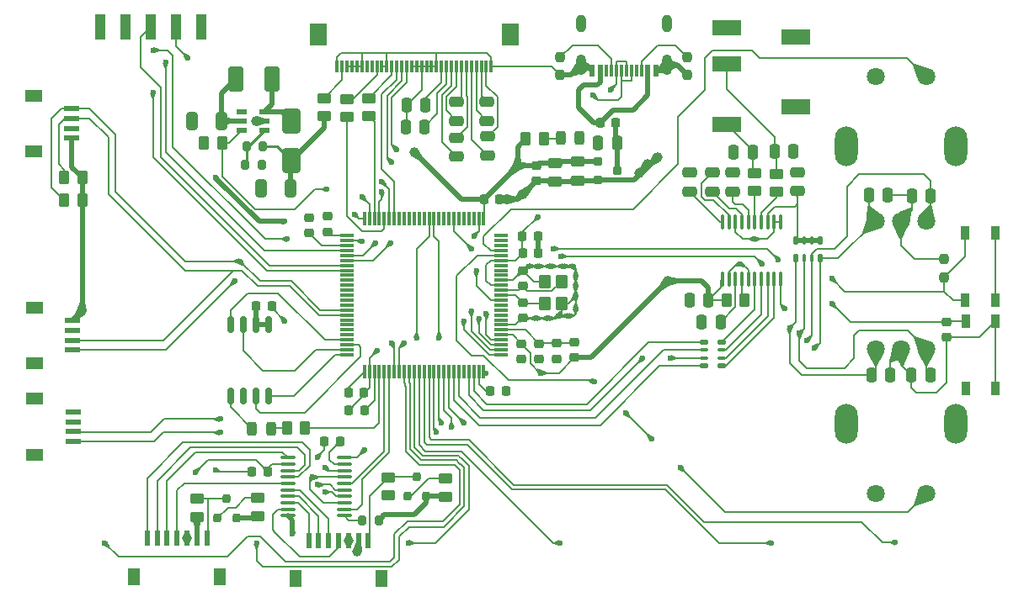
<source format=gbr>
%TF.GenerationSoftware,KiCad,Pcbnew,9.0.0*%
%TF.CreationDate,2025-04-11T20:43:28+08:00*%
%TF.ProjectId,wgr,7767722e-6b69-4636-9164-5f7063625858,rev?*%
%TF.SameCoordinates,Original*%
%TF.FileFunction,Copper,L2,Bot*%
%TF.FilePolarity,Positive*%
%FSLAX46Y46*%
G04 Gerber Fmt 4.6, Leading zero omitted, Abs format (unit mm)*
G04 Created by KiCad (PCBNEW 9.0.0) date 2025-04-11 20:43:28*
%MOMM*%
%LPD*%
G01*
G04 APERTURE LIST*
G04 Aperture macros list*
%AMRoundRect*
0 Rectangle with rounded corners*
0 $1 Rounding radius*
0 $2 $3 $4 $5 $6 $7 $8 $9 X,Y pos of 4 corners*
0 Add a 4 corners polygon primitive as box body*
4,1,4,$2,$3,$4,$5,$6,$7,$8,$9,$2,$3,0*
0 Add four circle primitives for the rounded corners*
1,1,$1+$1,$2,$3*
1,1,$1+$1,$4,$5*
1,1,$1+$1,$6,$7*
1,1,$1+$1,$8,$9*
0 Add four rect primitives between the rounded corners*
20,1,$1+$1,$2,$3,$4,$5,0*
20,1,$1+$1,$4,$5,$6,$7,0*
20,1,$1+$1,$6,$7,$8,$9,0*
20,1,$1+$1,$8,$9,$2,$3,0*%
G04 Aperture macros list end*
%TA.AperFunction,SMDPad,CuDef*%
%ADD10RoundRect,0.250000X-0.262500X-0.450000X0.262500X-0.450000X0.262500X0.450000X-0.262500X0.450000X0*%
%TD*%
%TA.AperFunction,SMDPad,CuDef*%
%ADD11RoundRect,0.225000X0.225000X0.250000X-0.225000X0.250000X-0.225000X-0.250000X0.225000X-0.250000X0*%
%TD*%
%TA.AperFunction,SMDPad,CuDef*%
%ADD12RoundRect,0.225000X-0.225000X-0.250000X0.225000X-0.250000X0.225000X0.250000X-0.225000X0.250000X0*%
%TD*%
%TA.AperFunction,SMDPad,CuDef*%
%ADD13RoundRect,0.100000X0.637500X0.100000X-0.637500X0.100000X-0.637500X-0.100000X0.637500X-0.100000X0*%
%TD*%
%TA.AperFunction,SMDPad,CuDef*%
%ADD14RoundRect,0.250000X0.450000X-0.262500X0.450000X0.262500X-0.450000X0.262500X-0.450000X-0.262500X0*%
%TD*%
%TA.AperFunction,SMDPad,CuDef*%
%ADD15RoundRect,0.200000X-0.200000X-0.275000X0.200000X-0.275000X0.200000X0.275000X-0.200000X0.275000X0*%
%TD*%
%TA.AperFunction,SMDPad,CuDef*%
%ADD16RoundRect,0.200000X0.200000X-0.250000X0.200000X0.250000X-0.200000X0.250000X-0.200000X-0.250000X0*%
%TD*%
%TA.AperFunction,SMDPad,CuDef*%
%ADD17RoundRect,0.243750X-0.243750X-0.456250X0.243750X-0.456250X0.243750X0.456250X-0.243750X0.456250X0*%
%TD*%
%TA.AperFunction,SMDPad,CuDef*%
%ADD18RoundRect,0.243750X0.243750X0.456250X-0.243750X0.456250X-0.243750X-0.456250X0.243750X-0.456250X0*%
%TD*%
%TA.AperFunction,SMDPad,CuDef*%
%ADD19R,0.600000X1.550000*%
%TD*%
%TA.AperFunction,SMDPad,CuDef*%
%ADD20R,1.200000X1.800000*%
%TD*%
%TA.AperFunction,ComponentPad*%
%ADD21O,2.300000X4.000000*%
%TD*%
%TA.AperFunction,ComponentPad*%
%ADD22C,1.800000*%
%TD*%
%TA.AperFunction,SMDPad,CuDef*%
%ADD23R,1.550000X0.600000*%
%TD*%
%TA.AperFunction,SMDPad,CuDef*%
%ADD24R,1.800000X1.200000*%
%TD*%
%TA.AperFunction,SMDPad,CuDef*%
%ADD25RoundRect,0.225000X-0.250000X0.225000X-0.250000X-0.225000X0.250000X-0.225000X0.250000X0.225000X0*%
%TD*%
%TA.AperFunction,SMDPad,CuDef*%
%ADD26RoundRect,0.237500X-0.237500X0.250000X-0.237500X-0.250000X0.237500X-0.250000X0.237500X0.250000X0*%
%TD*%
%TA.AperFunction,SMDPad,CuDef*%
%ADD27RoundRect,0.225000X0.250000X-0.225000X0.250000X0.225000X-0.250000X0.225000X-0.250000X-0.225000X0*%
%TD*%
%TA.AperFunction,SMDPad,CuDef*%
%ADD28RoundRect,0.250000X-0.250000X-0.475000X0.250000X-0.475000X0.250000X0.475000X-0.250000X0.475000X0*%
%TD*%
%TA.AperFunction,SMDPad,CuDef*%
%ADD29RoundRect,0.250000X0.250000X0.475000X-0.250000X0.475000X-0.250000X-0.475000X0.250000X-0.475000X0*%
%TD*%
%TA.AperFunction,SMDPad,CuDef*%
%ADD30RoundRect,0.250000X-0.475000X0.250000X-0.475000X-0.250000X0.475000X-0.250000X0.475000X0.250000X0*%
%TD*%
%TA.AperFunction,SMDPad,CuDef*%
%ADD31RoundRect,0.250000X-0.450000X0.262500X-0.450000X-0.262500X0.450000X-0.262500X0.450000X0.262500X0*%
%TD*%
%TA.AperFunction,SMDPad,CuDef*%
%ADD32RoundRect,0.250000X0.262500X0.450000X-0.262500X0.450000X-0.262500X-0.450000X0.262500X-0.450000X0*%
%TD*%
%TA.AperFunction,SMDPad,CuDef*%
%ADD33RoundRect,0.250000X0.475000X-0.250000X0.475000X0.250000X-0.475000X0.250000X-0.475000X-0.250000X0*%
%TD*%
%TA.AperFunction,SMDPad,CuDef*%
%ADD34R,0.300000X1.300000*%
%TD*%
%TA.AperFunction,SMDPad,CuDef*%
%ADD35R,1.800000X2.200000*%
%TD*%
%TA.AperFunction,SMDPad,CuDef*%
%ADD36RoundRect,0.250000X0.325000X0.650000X-0.325000X0.650000X-0.325000X-0.650000X0.325000X-0.650000X0*%
%TD*%
%TA.AperFunction,SMDPad,CuDef*%
%ADD37RoundRect,0.125000X0.275000X0.125000X-0.275000X0.125000X-0.275000X-0.125000X0.275000X-0.125000X0*%
%TD*%
%TA.AperFunction,SMDPad,CuDef*%
%ADD38RoundRect,0.100000X0.300000X0.100000X-0.300000X0.100000X-0.300000X-0.100000X0.300000X-0.100000X0*%
%TD*%
%TA.AperFunction,SMDPad,CuDef*%
%ADD39RoundRect,0.162500X0.162500X-0.650000X0.162500X0.650000X-0.162500X0.650000X-0.162500X-0.650000X0*%
%TD*%
%TA.AperFunction,SMDPad,CuDef*%
%ADD40R,1.000000X2.500000*%
%TD*%
%TA.AperFunction,SMDPad,CuDef*%
%ADD41R,0.600000X1.240000*%
%TD*%
%TA.AperFunction,SMDPad,CuDef*%
%ADD42R,0.300000X1.240000*%
%TD*%
%TA.AperFunction,HeatsinkPad*%
%ADD43O,1.000000X1.800000*%
%TD*%
%TA.AperFunction,HeatsinkPad*%
%ADD44O,1.000000X2.100000*%
%TD*%
%TA.AperFunction,SMDPad,CuDef*%
%ADD45R,3.000000X1.500000*%
%TD*%
%TA.AperFunction,SMDPad,CuDef*%
%ADD46RoundRect,0.125000X0.125000X-0.275000X0.125000X0.275000X-0.125000X0.275000X-0.125000X-0.275000X0*%
%TD*%
%TA.AperFunction,SMDPad,CuDef*%
%ADD47RoundRect,0.100000X0.100000X-0.300000X0.100000X0.300000X-0.100000X0.300000X-0.100000X-0.300000X0*%
%TD*%
%TA.AperFunction,SMDPad,CuDef*%
%ADD48R,0.900000X1.400000*%
%TD*%
%TA.AperFunction,SMDPad,CuDef*%
%ADD49RoundRect,0.250001X-0.499999X-0.999999X0.499999X-0.999999X0.499999X0.999999X-0.499999X0.999999X0*%
%TD*%
%TA.AperFunction,SMDPad,CuDef*%
%ADD50RoundRect,0.200000X-0.250000X-0.200000X0.250000X-0.200000X0.250000X0.200000X-0.250000X0.200000X0*%
%TD*%
%TA.AperFunction,SMDPad,CuDef*%
%ADD51R,1.475000X0.300000*%
%TD*%
%TA.AperFunction,SMDPad,CuDef*%
%ADD52R,0.300000X1.475000*%
%TD*%
%TA.AperFunction,SMDPad,CuDef*%
%ADD53RoundRect,0.250000X0.650000X-1.000000X0.650000X1.000000X-0.650000X1.000000X-0.650000X-1.000000X0*%
%TD*%
%TA.AperFunction,SMDPad,CuDef*%
%ADD54RoundRect,0.100000X-0.100000X0.637500X-0.100000X-0.637500X0.100000X-0.637500X0.100000X0.637500X0*%
%TD*%
%TA.AperFunction,SMDPad,CuDef*%
%ADD55RoundRect,0.218750X0.256250X-0.218750X0.256250X0.218750X-0.256250X0.218750X-0.256250X-0.218750X0*%
%TD*%
%TA.AperFunction,SMDPad,CuDef*%
%ADD56RoundRect,0.250000X-0.350000X0.450000X-0.350000X-0.450000X0.350000X-0.450000X0.350000X0.450000X0*%
%TD*%
%TA.AperFunction,SMDPad,CuDef*%
%ADD57RoundRect,0.200000X0.200000X0.275000X-0.200000X0.275000X-0.200000X-0.275000X0.200000X-0.275000X0*%
%TD*%
%TA.AperFunction,SMDPad,CuDef*%
%ADD58R,1.072000X0.532000*%
%TD*%
%TA.AperFunction,SMDPad,CuDef*%
%ADD59RoundRect,0.218750X-0.218750X-0.256250X0.218750X-0.256250X0.218750X0.256250X-0.218750X0.256250X0*%
%TD*%
%TA.AperFunction,ViaPad*%
%ADD60C,1.000000*%
%TD*%
%TA.AperFunction,ViaPad*%
%ADD61C,0.600000*%
%TD*%
%TA.AperFunction,Conductor*%
%ADD62C,0.254000*%
%TD*%
%TA.AperFunction,Conductor*%
%ADD63C,0.200000*%
%TD*%
%TA.AperFunction,Conductor*%
%ADD64C,0.500000*%
%TD*%
%TA.AperFunction,Conductor*%
%ADD65C,0.127000*%
%TD*%
G04 APERTURE END LIST*
D10*
%TO.P,R3,1*%
%TO.N,+3.3V*%
X221665712Y-13910000D03*
%TO.P,R3,2*%
%TO.N,Net-(U1-XSMT)*%
X223490712Y-13910000D03*
%TD*%
D11*
%TO.P,C40,1*%
%TO.N,+3.3V*%
X182784106Y-28180000D03*
%TO.P,C40,2*%
%TO.N,GND*%
X181234106Y-28180000D03*
%TD*%
D12*
%TO.P,C41,2*%
%TO.N,+5V*%
X175515894Y-31200000D03*
%TO.P,C41,1*%
%TO.N,GND*%
X173965894Y-31200000D03*
%TD*%
D13*
%TO.P,U4,19,VCCB*%
%TO.N,+5V*%
X177537500Y-30430000D03*
%TO.P,U4,1,A1*%
%TO.N,/MCU.IRQ*%
X183262500Y-29780000D03*
%TO.P,U4,2,VCCA*%
%TO.N,+3.3V*%
X183262500Y-30430000D03*
%TO.P,U4,3,A2*%
%TO.N,/MCU.SCK*%
X183262500Y-31080000D03*
%TO.P,U4,4,A3*%
%TO.N,/MCU-DSP*%
X183262500Y-31730000D03*
%TO.P,U4,5,A4*%
%TO.N,/MCU.Config*%
X183262500Y-32380000D03*
%TO.P,U4,6,A5*%
%TO.N,/MCU.IRQ2*%
X183262500Y-33030000D03*
%TO.P,U4,7,A6*%
%TO.N,/MCU.SCK*%
X183262500Y-33680000D03*
%TO.P,U4,8,A7*%
%TO.N,/MCU-DSP*%
X183262500Y-34330000D03*
%TO.P,U4,9,A8*%
%TO.N,/MCU.Config2*%
X183262500Y-34980000D03*
%TO.P,U4,10,OE*%
%TO.N,Net-(U4-OE)*%
X183262500Y-35630000D03*
%TO.P,U4,11,GND*%
%TO.N,GND*%
X177537500Y-35630000D03*
%TO.P,U4,12,B8*%
%TO.N,Net-(U4-B8)*%
X177537500Y-34980000D03*
%TO.P,U4,13,B7*%
%TO.N,Net-(U4-B7)*%
X177537500Y-34330000D03*
%TO.P,U4,14,B6*%
%TO.N,Net-(U4-B6)*%
X177537500Y-33680000D03*
%TO.P,U4,15,B5*%
%TO.N,Net-(U4-B5)*%
X177537500Y-33030000D03*
%TO.P,U4,16,B4*%
%TO.N,Net-(U4-B4)*%
X177537500Y-32380000D03*
%TO.P,U4,17,B3*%
%TO.N,Net-(U4-B3)*%
X177537500Y-31730000D03*
%TO.P,U4,18,B2*%
%TO.N,Net-(U4-B2)*%
X177537500Y-31080000D03*
%TO.P,U4,20,B1*%
%TO.N,Net-(U4-B1)*%
X177537500Y-29780000D03*
%TD*%
D10*
%TO.P,R29,1*%
%TO.N,Net-(LED2-A)*%
X177467500Y-26810000D03*
%TO.P,R29,2*%
%TO.N,Net-(IC1-PB11)*%
X179292500Y-26810000D03*
%TD*%
%TO.P,R28,1*%
%TO.N,+3.3V*%
X201467500Y2320000D03*
%TO.P,R28,2*%
%TO.N,Net-(LED1-A)*%
X203292500Y2320000D03*
%TD*%
D14*
%TO.P,R27,1*%
%TO.N,+3.3V*%
X193380000Y-33712500D03*
%TO.P,R27,2*%
%TO.N,/MCU.CS2*%
X193380000Y-31887500D03*
%TD*%
%TO.P,R26,1*%
%TO.N,+5V*%
X187630000Y-33582500D03*
%TO.P,R26,2*%
%TO.N,Net-(Q2-D)*%
X187630000Y-31757500D03*
%TD*%
D15*
%TO.P,R16,1*%
%TO.N,Net-(U4-OE)*%
X185035000Y-36070000D03*
%TO.P,R16,2*%
%TO.N,+3.3V*%
X186685000Y-36070000D03*
%TD*%
D16*
%TO.P,Q2,1,G*%
%TO.N,+3.3V*%
X191450000Y-33680000D03*
%TO.P,Q2,2,S*%
%TO.N,/MCU.CS2*%
X189550000Y-33680000D03*
%TO.P,Q2,3,D*%
%TO.N,Net-(Q2-D)*%
X190500000Y-31680000D03*
%TD*%
D17*
%TO.P,LED2,1,K*%
%TO.N,GND*%
X173962500Y-26900000D03*
%TO.P,LED2,2,A*%
%TO.N,Net-(LED2-A)*%
X175837500Y-26900000D03*
%TD*%
D18*
%TO.P,LED1,1,K*%
%TO.N,GND*%
X206837500Y2380000D03*
%TO.P,LED1,2,A*%
%TO.N,Net-(LED1-A)*%
X204962500Y2380000D03*
%TD*%
D19*
%TO.P,J5,2,2*%
%TO.N,+5V*%
X184650000Y-38100340D03*
%TO.P,J5,1,1*%
%TO.N,Net-(Q2-D)*%
X185650000Y-38100340D03*
%TO.P,J5,3,3*%
%TO.N,GND*%
X183650000Y-38100340D03*
%TO.P,J5,4,4*%
%TO.N,Net-(U4-B8)*%
X182650000Y-38100340D03*
%TO.P,J5,5,5*%
%TO.N,Net-(U4-B5)*%
X181650000Y-38100340D03*
%TO.P,J5,6,6*%
%TO.N,Net-(U4-B6)*%
X180650000Y-38100340D03*
%TO.P,J5,7,7*%
%TO.N,Net-(U4-B7)*%
X179650000Y-38100340D03*
D20*
%TO.P,J5,8*%
%TO.N,N/C*%
X186950000Y-41975340D03*
%TO.P,J5,9*%
X178350000Y-41975340D03*
%TD*%
D21*
%TO.P,SW9,6*%
%TO.N,N/C*%
X244675500Y1570000D03*
%TO.P,SW9,7*%
X233675500Y1570000D03*
D22*
%TO.P,SW9,A,A*%
%TO.N,/ECA1*%
X236635500Y-5930000D03*
%TO.P,SW9,B,B*%
%TO.N,/ECA2*%
X241715500Y-5930000D03*
%TO.P,SW9,C,C*%
%TO.N,GND*%
X239175500Y-5930000D03*
%TO.P,SW9,S1,S1*%
X236635500Y8570000D03*
%TO.P,SW9,S2,S2*%
%TO.N,/BTN10*%
X241715500Y8570000D03*
%TD*%
D21*
%TO.P,SW10,6*%
%TO.N,N/C*%
X233724500Y-26370000D03*
%TO.P,SW10,7*%
X244724500Y-26370000D03*
D22*
%TO.P,SW10,A,A*%
%TO.N,/ECB1*%
X241764500Y-18870000D03*
%TO.P,SW10,B,B*%
%TO.N,/ECB2*%
X236684500Y-18870000D03*
%TO.P,SW10,C,C*%
%TO.N,GND*%
X239224500Y-18870000D03*
%TO.P,SW10,S1,S1*%
%TO.N,/BTN9*%
X241764500Y-33370000D03*
%TO.P,SW10,S2,S2*%
%TO.N,GND*%
X236684500Y-33370000D03*
%TD*%
D15*
%TO.P,R13,1*%
%TO.N,Net-(U2-FB)*%
X173261499Y-285287D03*
%TO.P,R13,2*%
%TO.N,GND*%
X174911499Y-285287D03*
%TD*%
D23*
%TO.P,J7,1,1*%
%TO.N,+3.3V*%
X155837000Y2387000D03*
%TO.P,J7,2,2*%
%TO.N,GND*%
X155837000Y3387000D03*
%TO.P,J7,3,3*%
%TO.N,/XY.SCL*%
X155837000Y4387000D03*
%TO.P,J7,4,4*%
%TO.N,/XY.SDA*%
X155837000Y5387000D03*
D24*
%TO.P,J7,MP1,MP1*%
%TO.N,unconnected-(J7-PadMP1)*%
X151962000Y1087000D03*
%TO.P,J7,MP2,MP2*%
%TO.N,unconnected-(J7-PadMP2)*%
X151962000Y6687000D03*
%TD*%
D25*
%TO.P,C34,1*%
%TO.N,GND*%
X201149695Y-10965018D03*
%TO.P,C34,2*%
%TO.N,/RCC_OSC_IN*%
X201149695Y-12515018D03*
%TD*%
D26*
%TO.P,R22,1*%
%TO.N,GND*%
X243550000Y-9787500D03*
%TO.P,R22,2*%
%TO.N,/BOOT0*%
X243550000Y-11612500D03*
%TD*%
D27*
%TO.P,C30,1*%
%TO.N,GND*%
X204539817Y-19825010D03*
%TO.P,C30,2*%
%TO.N,/VREF+*%
X204539817Y-18275010D03*
%TD*%
D28*
%TO.P,C17,1*%
%TO.N,/ECB2*%
X236232262Y-21500000D03*
%TO.P,C17,2*%
%TO.N,GND*%
X238132262Y-21500000D03*
%TD*%
D29*
%TO.P,C36,1*%
%TO.N,+5V*%
X210640894Y1940000D03*
%TO.P,C36,2*%
%TO.N,GND*%
X208740894Y1940000D03*
%TD*%
D30*
%TO.P,C38,1*%
%TO.N,+3.3V*%
X204440894Y-100000D03*
%TO.P,C38,2*%
%TO.N,GND*%
X204440894Y-2000000D03*
%TD*%
D11*
%TO.P,C23,1*%
%TO.N,GND*%
X185204939Y-23270014D03*
%TO.P,C23,2*%
%TO.N,+3.3V*%
X183654939Y-23270014D03*
%TD*%
D31*
%TO.P,R12,1*%
%TO.N,Net-(LCD1-D0)*%
X185687045Y6427882D03*
%TO.P,R12,2*%
%TO.N,/LCD.SCL*%
X185687045Y4602882D03*
%TD*%
D32*
%TO.P,R20,1*%
%TO.N,/LCD.BK*%
X170943498Y1911426D03*
%TO.P,R20,2*%
%TO.N,GND*%
X169118498Y1911426D03*
%TD*%
D31*
%TO.P,R11,1*%
%TO.N,Net-(LCD1-D3)*%
X183487044Y6347881D03*
%TO.P,R11,2*%
%TO.N,/LCD.SDA*%
X183487044Y4522881D03*
%TD*%
D29*
%TO.P,C18,1*%
%TO.N,Net-(U1-LDOO)*%
X221070000Y-16104470D03*
%TO.P,C18,2*%
%TO.N,GND*%
X219170000Y-16104470D03*
%TD*%
%TO.P,C16,1*%
%TO.N,/ECB1*%
X242132262Y-21420000D03*
%TO.P,C16,2*%
%TO.N,GND*%
X240232262Y-21420000D03*
%TD*%
D14*
%TO.P,R2,1*%
%TO.N,Net-(U1-OUTR)*%
X226680000Y-3012500D03*
%TO.P,R2,2*%
%TO.N,/R*%
X226680000Y-1187500D03*
%TD*%
%TO.P,R1,1*%
%TO.N,Net-(U1-OUTL)*%
X224430000Y-2942500D03*
%TO.P,R1,2*%
%TO.N,/L*%
X224430000Y-1117500D03*
%TD*%
%TO.P,R21,1*%
%TO.N,+5V*%
X168426316Y-35737500D03*
%TO.P,R21,2*%
%TO.N,Net-(Q1-D)*%
X168426316Y-33912500D03*
%TD*%
D23*
%TO.P,J9,1,1*%
%TO.N,/OCT+*%
X155987000Y-28163000D03*
%TO.P,J9,2,2*%
%TO.N,/OCT-*%
X155987000Y-27163000D03*
%TO.P,J9,3,3*%
%TO.N,unconnected-(J9-Pad3)*%
X155987000Y-26163000D03*
%TO.P,J9,4,4*%
%TO.N,unconnected-(J9-Pad4)*%
X155987000Y-25163000D03*
D24*
%TO.P,J9,MP1,MP1*%
%TO.N,unconnected-(J9-PadMP1)*%
X152112000Y-29463000D03*
%TO.P,J9,MP2,MP2*%
%TO.N,unconnected-(J9-PadMP2)*%
X152112000Y-23863000D03*
%TD*%
D33*
%TO.P,C9,1*%
%TO.N,/VB1-*%
X197574618Y4134364D03*
%TO.P,C9,2*%
%TO.N,/VB1+*%
X197574618Y6034362D03*
%TD*%
D34*
%TO.P,LCD1,1,GND*%
%TO.N,GND*%
X198000056Y9605382D03*
%TO.P,LCD1,2,VB0+*%
%TO.N,/VB0+*%
X197500056Y9605382D03*
%TO.P,LCD1,3,VB1+*%
%TO.N,/VB1+*%
X197000056Y9605382D03*
%TO.P,LCD1,4,VB1-*%
%TO.N,/VB1-*%
X196500056Y9605382D03*
%TO.P,LCD1,5,VB0-*%
%TO.N,/VB0-*%
X196000056Y9605382D03*
%TO.P,LCD1,6,VA0+*%
%TO.N,/VA0+*%
X195500056Y9605382D03*
%TO.P,LCD1,7,VA1+*%
%TO.N,/VA1+*%
X195000056Y9605382D03*
%TO.P,LCD1,8,VA1-*%
%TO.N,/VA1-*%
X194500056Y9605382D03*
%TO.P,LCD1,9,VA0-*%
%TO.N,/VA0-*%
X194000056Y9605382D03*
%TO.P,LCD1,10,VLCD*%
%TO.N,/VLCD*%
X193500056Y9605382D03*
%TO.P,LCD1,11,VCC*%
%TO.N,+3.3V*%
X193000056Y9605382D03*
%TO.P,LCD1,12,GND*%
%TO.N,GND*%
X192500056Y9605382D03*
%TO.P,LCD1,13,ID*%
X192000056Y9605382D03*
%TO.P,LCD1,14,BM0*%
X191500056Y9605382D03*
%TO.P,LCD1,15,BM1*%
X191000056Y9605382D03*
%TO.P,LCD1,16,WR1*%
X190500056Y9605382D03*
%TO.P,LCD1,17,WR0*%
X190000056Y9605382D03*
%TO.P,LCD1,18,DC*%
%TO.N,/LCD.DC*%
X189500056Y9605382D03*
%TO.P,LCD1,19,CS*%
%TO.N,/LCD.CS*%
X189000056Y9605382D03*
%TO.P,LCD1,20,RST*%
%TO.N,/LCD.RST*%
X188500056Y9605382D03*
%TO.P,LCD1,21,D0*%
%TO.N,Net-(LCD1-D0)*%
X188000056Y9605382D03*
%TO.P,LCD1,22,D1*%
%TO.N,GND*%
X187500056Y9605382D03*
%TO.P,LCD1,23,D2*%
X187000056Y9605382D03*
%TO.P,LCD1,24,D3*%
%TO.N,Net-(LCD1-D3)*%
X186500056Y9605382D03*
%TO.P,LCD1,25,D4*%
%TO.N,unconnected-(LCD1-D4-Pad25)*%
X186000056Y9605382D03*
%TO.P,LCD1,26,D5*%
%TO.N,unconnected-(LCD1-D5-Pad26)*%
X185500056Y9605382D03*
%TO.P,LCD1,27,D6*%
%TO.N,GND*%
X185000056Y9605382D03*
%TO.P,LCD1,28,D7*%
X184500056Y9605382D03*
%TO.P,LCD1,29,GND*%
X184000056Y9605382D03*
%TO.P,LCD1,30,GND*%
X183500056Y9605382D03*
%TO.P,LCD1,31,BK+*%
%TO.N,Net-(LCD1-BK+)*%
X183000056Y9605382D03*
%TO.P,LCD1,32,BK-*%
%TO.N,GND*%
X182500056Y9605382D03*
D35*
%TO.P,LCD1,MP*%
%TO.N,N/C*%
X180600056Y12855382D03*
X199900056Y12855382D03*
%TD*%
D28*
%TO.P,C6,1*%
%TO.N,GND*%
X222360000Y959106D03*
%TO.P,C6,2*%
%TO.N,/L*%
X224260000Y959106D03*
%TD*%
D26*
%TO.P,R24,1*%
%TO.N,Net-(J1-CC2)*%
X217700000Y10582500D03*
%TO.P,R24,2*%
%TO.N,GND*%
X217700000Y8757500D03*
%TD*%
D27*
%TO.P,C31,1*%
%TO.N,GND*%
X202789817Y-19855006D03*
%TO.P,C31,2*%
%TO.N,/VREF+*%
X202789817Y-18305006D03*
%TD*%
%TO.P,C33,1*%
%TO.N,GND*%
X201149695Y-15735022D03*
%TO.P,C33,2*%
%TO.N,/RCC_OSC_OUT*%
X201149695Y-14185022D03*
%TD*%
D36*
%TO.P,C19,1*%
%TO.N,+3.3V*%
X170869395Y4145287D03*
%TO.P,C19,2*%
%TO.N,GND*%
X167919395Y4145287D03*
%TD*%
D37*
%TO.P,RN1,1,R1.1*%
%TO.N,Net-(RN1-R1.1)*%
X221160000Y-18160000D03*
D38*
%TO.P,RN1,2,R2.1*%
%TO.N,Net-(RN1-R2.1)*%
X221160000Y-18960000D03*
%TO.P,RN1,3,R3.1*%
%TO.N,Net-(RN1-R3.1)*%
X221160000Y-19760000D03*
D37*
%TO.P,RN1,4,R4.1*%
%TO.N,Net-(RN1-R4.1)*%
X221160000Y-20560000D03*
%TO.P,RN1,5,R4.2*%
%TO.N,/SCK*%
X219360000Y-20560000D03*
D38*
%TO.P,RN1,6,R3.2*%
%TO.N,/BCK*%
X219360000Y-19760000D03*
%TO.P,RN1,7,R2.2*%
%TO.N,/DIN*%
X219360000Y-18960000D03*
D37*
%TO.P,RN1,8,R1.2*%
%TO.N,/LRCK*%
X219360000Y-18160000D03*
%TD*%
D33*
%TO.P,C10,1*%
%TO.N,/VA0-*%
X194494619Y534363D03*
%TO.P,C10,2*%
%TO.N,/VA0+*%
X194494619Y2434361D03*
%TD*%
D16*
%TO.P,Q1,1,G*%
%TO.N,+3.3V*%
X172376316Y-35865000D03*
%TO.P,Q1,2,S*%
%TO.N,/MCU.CS*%
X170476316Y-35865000D03*
%TO.P,Q1,3,D*%
%TO.N,Net-(Q1-D)*%
X171426316Y-33865000D03*
%TD*%
D33*
%TO.P,C11,1*%
%TO.N,/VA1-*%
X194534361Y4135383D03*
%TO.P,C11,2*%
%TO.N,/VA1+*%
X194534361Y6035381D03*
%TD*%
D27*
%TO.P,C24,1*%
%TO.N,GND*%
X201050010Y-19845061D03*
%TO.P,C24,2*%
%TO.N,+3.3V*%
X201050010Y-18295061D03*
%TD*%
D39*
%TO.P,U5,1,~{CS}*%
%TO.N,/PB12*%
X175580000Y-23562500D03*
%TO.P,U5,2,DO/IO_{1}*%
%TO.N,/PB14*%
X174310000Y-23562500D03*
%TO.P,U5,3,~{WP}/IO_{2}*%
%TO.N,+3.3V*%
X173040000Y-23562500D03*
%TO.P,U5,4,GND*%
%TO.N,GND*%
X171770000Y-23562500D03*
%TO.P,U5,5,DI/IO_{0}*%
%TO.N,/PB15*%
X171770000Y-16387500D03*
%TO.P,U5,6,CLK*%
%TO.N,/PB13*%
X173040000Y-16387500D03*
%TO.P,U5,7,~{HOLD}/~{RESET}/IO_{3}*%
%TO.N,+3.3V*%
X174310000Y-16387500D03*
%TO.P,U5,8,VCC*%
X175580000Y-16387500D03*
%TD*%
D27*
%TO.P,C29,1*%
%TO.N,+3.3V*%
X181539817Y-7045014D03*
%TO.P,C29,2*%
%TO.N,GND*%
X181539817Y-5495014D03*
%TD*%
D11*
%TO.P,C27,1*%
%TO.N,/VCAP_1*%
X185235183Y-25039978D03*
%TO.P,C27,2*%
%TO.N,GND*%
X183685183Y-25039978D03*
%TD*%
D12*
%TO.P,C28,1*%
%TO.N,+3.3V*%
X201144817Y-7490018D03*
%TO.P,C28,2*%
%TO.N,GND*%
X202694817Y-7490018D03*
%TD*%
D40*
%TO.P,J3,1,Pin_1*%
%TO.N,unconnected-(J3-Pin_1-Pad1)*%
X168860000Y13575000D03*
%TO.P,J3,2,Pin_2*%
%TO.N,/RX*%
X166320000Y13575000D03*
%TO.P,J3,3,Pin_3*%
%TO.N,/TX*%
X163780000Y13575000D03*
%TO.P,J3,4,Pin_4*%
%TO.N,GND*%
X161240000Y13575000D03*
%TO.P,J3,5,Pin_5*%
%TO.N,unconnected-(J3-Pin_5-Pad5)*%
X158700000Y13575000D03*
%TD*%
D29*
%TO.P,C15,1*%
%TO.N,/ECA2*%
X242167738Y-3460000D03*
%TO.P,C15,2*%
%TO.N,GND*%
X240267738Y-3460000D03*
%TD*%
D27*
%TO.P,C26,1*%
%TO.N,/VCAP_2*%
X179679939Y-7135002D03*
%TO.P,C26,2*%
%TO.N,GND*%
X179679939Y-5585002D03*
%TD*%
D41*
%TO.P,J1,A1,GND*%
%TO.N,GND*%
X208145000Y9150000D03*
%TO.P,J1,A4,VBUS*%
%TO.N,Net-(F1-Pad1)*%
X208945000Y9150000D03*
D42*
%TO.P,J1,A5,CC1*%
%TO.N,Net-(J1-CC1)*%
X210095000Y9150000D03*
%TO.P,J1,A6,D+*%
%TO.N,/D+*%
X211095000Y9150000D03*
%TO.P,J1,A7,D-*%
%TO.N,/D-*%
X211595000Y9150000D03*
%TO.P,J1,A8,SBU1*%
%TO.N,unconnected-(J1-SBU1-PadA8)*%
X212595000Y9150000D03*
D41*
%TO.P,J1,A9,VBUS*%
%TO.N,Net-(F1-Pad1)*%
X213745000Y9150000D03*
%TO.P,J1,A12,GND*%
%TO.N,GND*%
X214545000Y9150000D03*
%TO.P,J1,B1,GND*%
X214545000Y9150000D03*
%TO.P,J1,B4,VBUS*%
%TO.N,Net-(F1-Pad1)*%
X213745000Y9150000D03*
D42*
%TO.P,J1,B5,CC2*%
%TO.N,Net-(J1-CC2)*%
X213095000Y9150000D03*
%TO.P,J1,B6,D+*%
%TO.N,/D+*%
X212095000Y9150000D03*
%TO.P,J1,B7,D-*%
%TO.N,/D-*%
X210595000Y9150000D03*
%TO.P,J1,B8,SBU2*%
%TO.N,unconnected-(J1-SBU2-PadB8)*%
X209595000Y9150000D03*
D41*
%TO.P,J1,B9,VBUS*%
%TO.N,Net-(F1-Pad1)*%
X208945000Y9150000D03*
%TO.P,J1,B12,GND*%
%TO.N,GND*%
X208145000Y9150000D03*
D43*
%TO.P,J1,S1,SHIELD*%
X207025000Y13950000D03*
D44*
X207025000Y9750000D03*
D43*
X215665000Y13950000D03*
D44*
X215665000Y9750000D03*
%TD*%
D45*
%TO.P,PJ1,1,1*%
%TO.N,GND*%
X221660000Y13475000D03*
%TO.P,PJ1,2,2*%
%TO.N,/R*%
X221660000Y9875000D03*
%TO.P,PJ1,3,3*%
%TO.N,/L*%
X228660000Y5575000D03*
%TO.P,PJ1,4,4*%
X221660000Y3775000D03*
%TO.P,PJ1,5,5*%
%TO.N,GND*%
X228660000Y12575000D03*
%TD*%
D29*
%TO.P,C7,1*%
%TO.N,GND*%
X228390894Y1030000D03*
%TO.P,C7,2*%
%TO.N,/R*%
X226490894Y1030000D03*
%TD*%
D14*
%TO.P,R23,1*%
%TO.N,+3.3V*%
X174536316Y-35677500D03*
%TO.P,R23,2*%
%TO.N,/MCU.CS*%
X174536316Y-33852500D03*
%TD*%
D46*
%TO.P,RN2,1,R1.1*%
%TO.N,/ECA1*%
X231042208Y-9710000D03*
D47*
%TO.P,RN2,2,R2.1*%
%TO.N,/ECA2*%
X230242208Y-9710000D03*
%TO.P,RN2,3,R3.1*%
%TO.N,/ECB1*%
X229442208Y-9710000D03*
D46*
%TO.P,RN2,4,R4.1*%
%TO.N,/ECB2*%
X228642208Y-9710000D03*
%TO.P,RN2,5,R4.2*%
%TO.N,+3.3V*%
X228642208Y-7910000D03*
D47*
%TO.P,RN2,6,R3.2*%
X229442208Y-7910000D03*
%TO.P,RN2,7,R2.2*%
X230242208Y-7910000D03*
D46*
%TO.P,RN2,8,R1.2*%
X231042208Y-7910000D03*
%TD*%
D48*
%TO.P,SW7,1,1*%
%TO.N,/NRST*%
X245690000Y-16033000D03*
X245690000Y-22833000D03*
%TO.P,SW7,2,2*%
%TO.N,GND*%
X248690000Y-16033000D03*
X248690000Y-22833000D03*
%TD*%
D28*
%TO.P,C14,1*%
%TO.N,/ECA1*%
X235949526Y-3380000D03*
%TO.P,C14,2*%
%TO.N,GND*%
X237849526Y-3380000D03*
%TD*%
D11*
%TO.P,C25,1*%
%TO.N,GND*%
X199454939Y-23080006D03*
%TO.P,C25,2*%
%TO.N,+3.3V*%
X197904939Y-23080006D03*
%TD*%
D49*
%TO.P,L1,1*%
%TO.N,+3.3V*%
X172293501Y8330287D03*
%TO.P,L1,2*%
%TO.N,Net-(D1-A)*%
X175993501Y8330287D03*
%TD*%
D19*
%TO.P,J4,2,2*%
%TO.N,+5V*%
X168400000Y-37875000D03*
%TO.P,J4,1,1*%
%TO.N,Net-(Q1-D)*%
X169400000Y-37875000D03*
%TO.P,J4,3,3*%
%TO.N,GND*%
X167400000Y-37875000D03*
%TO.P,J4,4,4*%
%TO.N,Net-(U4-B4)*%
X166400000Y-37875000D03*
%TO.P,J4,5,5*%
%TO.N,Net-(U4-B1)*%
X165400000Y-37875000D03*
%TO.P,J4,6,6*%
%TO.N,Net-(U4-B2)*%
X164400000Y-37875000D03*
%TO.P,J4,7,7*%
%TO.N,Net-(U4-B3)*%
X163400000Y-37875000D03*
D20*
%TO.P,J4,8*%
%TO.N,N/C*%
X170700000Y-41750000D03*
%TO.P,J4,9*%
X162100000Y-41750000D03*
%TD*%
D25*
%TO.P,C32,1*%
%TO.N,/NRST*%
X243789817Y-16085002D03*
%TO.P,C32,2*%
%TO.N,GND*%
X243789817Y-17635002D03*
%TD*%
D48*
%TO.P,SW8,1,1*%
%TO.N,+3.3V*%
X248679000Y-13960000D03*
X248679000Y-7160000D03*
%TO.P,SW8,2,2*%
%TO.N,/BOOT0*%
X245679000Y-13960000D03*
X245679000Y-7160000D03*
%TD*%
D50*
%TO.P,U3,3,VIN*%
%TO.N,+5V*%
X210695000Y-900000D03*
%TO.P,U3,1,GND*%
%TO.N,GND*%
X208695000Y-1850000D03*
%TO.P,U3,2,Vout*%
%TO.N,+3.3V*%
X208695000Y50000D03*
%TD*%
D31*
%TO.P,R15,1*%
%TO.N,Net-(LCD1-BK+)*%
X181168724Y6413264D03*
%TO.P,R15,2*%
%TO.N,Net-(D1-K)*%
X181168724Y4588264D03*
%TD*%
D29*
%TO.P,C4,1*%
%TO.N,+3.3V*%
X219820000Y-13940894D03*
%TO.P,C4,2*%
%TO.N,GND*%
X217920000Y-13940894D03*
%TD*%
D36*
%TO.P,C20,1*%
%TO.N,Net-(D1-K)*%
X177827607Y-2644713D03*
%TO.P,C20,2*%
%TO.N,GND*%
X174877607Y-2644713D03*
%TD*%
D12*
%TO.P,C35,1*%
%TO.N,+3.3V*%
X174374695Y-14520014D03*
%TO.P,C35,2*%
%TO.N,GND*%
X175924695Y-14520014D03*
%TD*%
D33*
%TO.P,C8,1*%
%TO.N,/VB0-*%
X197634362Y645382D03*
%TO.P,C8,2*%
%TO.N,/VB0+*%
X197634362Y2545380D03*
%TD*%
D11*
%TO.P,C22,1*%
%TO.N,GND*%
X198845061Y-3759982D03*
%TO.P,C22,2*%
%TO.N,+3.3V*%
X197295061Y-3759982D03*
%TD*%
D32*
%TO.P,R18,1*%
%TO.N,+3.3V*%
X156872500Y-1580000D03*
%TO.P,R18,2*%
%TO.N,/XY.SCL*%
X155047500Y-1580000D03*
%TD*%
D23*
%TO.P,J8,1,1*%
%TO.N,/XY.SDA*%
X155927000Y-18947000D03*
%TO.P,J8,2,2*%
%TO.N,/XY.SCL*%
X155927000Y-17947000D03*
%TO.P,J8,3,3*%
%TO.N,GND*%
X155927000Y-16947000D03*
%TO.P,J8,4,4*%
%TO.N,+3.3V*%
X155927000Y-15947000D03*
D24*
%TO.P,J8,MP1,MP1*%
%TO.N,unconnected-(J8-PadMP1)*%
X152052000Y-20247000D03*
%TO.P,J8,MP2,MP2*%
%TO.N,unconnected-(J8-PadMP2)*%
X152052000Y-14647000D03*
%TD*%
D51*
%TO.P,IC1,1,PE2*%
%TO.N,unconnected-(IC1-PE2-Pad1)*%
X198988000Y-7420000D03*
%TO.P,IC1,2,PE3*%
%TO.N,unconnected-(IC1-PE3-Pad2)*%
X198988000Y-7920000D03*
%TO.P,IC1,3,PE4*%
%TO.N,unconnected-(IC1-PE4-Pad3)*%
X198988000Y-8420000D03*
%TO.P,IC1,4,PE5*%
%TO.N,/BTN10*%
X198988000Y-8920000D03*
%TO.P,IC1,5,PE6*%
%TO.N,/BTN9*%
X198988000Y-9420000D03*
%TO.P,IC1,6,VBAT*%
%TO.N,+3.3V*%
X198988000Y-9920000D03*
%TO.P,IC1,7,PC13*%
%TO.N,unconnected-(IC1-PC13-Pad7)*%
X198988000Y-10420000D03*
%TO.P,IC1,8,PC14-OSC32_IN*%
%TO.N,unconnected-(IC1-PC14-OSC32_IN-Pad8)*%
X198988000Y-10920000D03*
%TO.P,IC1,9,PC15-OSC32_OUT*%
%TO.N,unconnected-(IC1-PC15-OSC32_OUT-Pad9)*%
X198988000Y-11420000D03*
%TO.P,IC1,10,VSS_1*%
%TO.N,GND*%
X198988000Y-11920000D03*
%TO.P,IC1,11,VDD_1*%
%TO.N,+3.3V*%
X198988000Y-12420000D03*
%TO.P,IC1,12,PH0-OSC_IN*%
%TO.N,/RCC_OSC_IN*%
X198988000Y-12920000D03*
%TO.P,IC1,13,PH1-OSC_OUT*%
%TO.N,/RCC_OSC_OUT*%
X198988000Y-13420000D03*
%TO.P,IC1,14,NRST*%
%TO.N,/NRST*%
X198988000Y-13920000D03*
%TO.P,IC1,15,PC0*%
%TO.N,unconnected-(IC1-PC0-Pad15)*%
X198988000Y-14420000D03*
%TO.P,IC1,16,PC1*%
%TO.N,unconnected-(IC1-PC1-Pad16)*%
X198988000Y-14920000D03*
%TO.P,IC1,17,PC2_C*%
%TO.N,unconnected-(IC1-PC2_C-Pad17)*%
X198988000Y-15420000D03*
%TO.P,IC1,18,PC3_C*%
%TO.N,unconnected-(IC1-PC3_C-Pad18)*%
X198988000Y-15920000D03*
%TO.P,IC1,19,VSSA*%
%TO.N,GND*%
X198988000Y-16420000D03*
%TO.P,IC1,20,VREF+*%
%TO.N,/VREF+*%
X198988000Y-16920000D03*
%TO.P,IC1,21,VDDA*%
%TO.N,+3.3V*%
X198988000Y-17420000D03*
%TO.P,IC1,22,PA0*%
%TO.N,/ECB2*%
X198988000Y-17920000D03*
%TO.P,IC1,23,PA1*%
%TO.N,/ECB1*%
X198988000Y-18420000D03*
%TO.P,IC1,24,PA2*%
%TO.N,/ECA2*%
X198988000Y-18920000D03*
%TO.P,IC1,25,PA3*%
%TO.N,/ECA1*%
X198988000Y-19420000D03*
D52*
%TO.P,IC1,26,VSS_2*%
%TO.N,GND*%
X197250000Y-21158000D03*
%TO.P,IC1,27,VDD_2*%
%TO.N,+3.3V*%
X196750000Y-21158000D03*
%TO.P,IC1,28,PA4*%
%TO.N,/LRCK*%
X196250000Y-21158000D03*
%TO.P,IC1,29,PA5*%
%TO.N,/BCK*%
X195750000Y-21158000D03*
%TO.P,IC1,30,PA6*%
%TO.N,unconnected-(IC1-PA6-Pad30)*%
X195250000Y-21158000D03*
%TO.P,IC1,31,PA7*%
%TO.N,/DIN*%
X194750000Y-21158000D03*
%TO.P,IC1,32,PC4*%
%TO.N,/SCK*%
X194250000Y-21158000D03*
%TO.P,IC1,33,PC5*%
%TO.N,/MCU.CS*%
X193750000Y-21158000D03*
%TO.P,IC1,34,PB0*%
%TO.N,/MCU.IRQ*%
X193250000Y-21158000D03*
%TO.P,IC1,35,PB1*%
%TO.N,/MCU.CS2*%
X192750000Y-21158000D03*
%TO.P,IC1,36,PB2*%
%TO.N,/MCU.IRQ2*%
X192250000Y-21158000D03*
%TO.P,IC1,37,PE7*%
%TO.N,/BTN6*%
X191750000Y-21158000D03*
%TO.P,IC1,38,PE8*%
%TO.N,/BTN5*%
X191250000Y-21158000D03*
%TO.P,IC1,39,PE9*%
%TO.N,/BTN4*%
X190750000Y-21158000D03*
%TO.P,IC1,40,PE10*%
%TO.N,/BTN3*%
X190250000Y-21158000D03*
%TO.P,IC1,41,PE11*%
%TO.N,/BTN2*%
X189750000Y-21158000D03*
%TO.P,IC1,42,PE12*%
%TO.N,/BTN1*%
X189250000Y-21158000D03*
%TO.P,IC1,43,PE13*%
%TO.N,/OCT+*%
X188750000Y-21158000D03*
%TO.P,IC1,44,PE14*%
%TO.N,/OCT-*%
X188250000Y-21158000D03*
%TO.P,IC1,45,PE15*%
%TO.N,/MCU.Config2*%
X187750000Y-21158000D03*
%TO.P,IC1,46,PB10*%
%TO.N,/MCU.Config*%
X187250000Y-21158000D03*
%TO.P,IC1,47,PB11*%
%TO.N,Net-(IC1-PB11)*%
X186750000Y-21158000D03*
%TO.P,IC1,48,VCAP_1*%
%TO.N,/VCAP_1*%
X186250000Y-21158000D03*
%TO.P,IC1,49,VSS_3*%
%TO.N,GND*%
X185750000Y-21158000D03*
%TO.P,IC1,50,VDD_3*%
%TO.N,+3.3V*%
X185250000Y-21158000D03*
D51*
%TO.P,IC1,51,PB12*%
%TO.N,/PB12*%
X183512000Y-19420000D03*
%TO.P,IC1,52,PB13*%
%TO.N,/PB13*%
X183512000Y-18920000D03*
%TO.P,IC1,53,PB14*%
%TO.N,/PB14*%
X183512000Y-18420000D03*
%TO.P,IC1,54,PB15*%
%TO.N,/PB15*%
X183512000Y-17920000D03*
%TO.P,IC1,55,PD8*%
%TO.N,unconnected-(IC1-PD8-Pad55)*%
X183512000Y-17420000D03*
%TO.P,IC1,56,PD9*%
%TO.N,unconnected-(IC1-PD9-Pad56)*%
X183512000Y-16920000D03*
%TO.P,IC1,57,PD10*%
%TO.N,unconnected-(IC1-PD10-Pad57)*%
X183512000Y-16420000D03*
%TO.P,IC1,58,PD11*%
%TO.N,unconnected-(IC1-PD11-Pad58)*%
X183512000Y-15920000D03*
%TO.P,IC1,59,PD12*%
%TO.N,/XY.SCL*%
X183512000Y-15420000D03*
%TO.P,IC1,60,PD13*%
%TO.N,/XY.SDA*%
X183512000Y-14920000D03*
%TO.P,IC1,61,PD14*%
%TO.N,unconnected-(IC1-PD14-Pad61)*%
X183512000Y-14420000D03*
%TO.P,IC1,62,PD15*%
%TO.N,unconnected-(IC1-PD15-Pad62)*%
X183512000Y-13920000D03*
%TO.P,IC1,63,PC6*%
%TO.N,unconnected-(IC1-PC6-Pad63)*%
X183512000Y-13420000D03*
%TO.P,IC1,64,PC7*%
%TO.N,unconnected-(IC1-PC7-Pad64)*%
X183512000Y-12920000D03*
%TO.P,IC1,65,PC8*%
%TO.N,unconnected-(IC1-PC8-Pad65)*%
X183512000Y-12420000D03*
%TO.P,IC1,66,PC9*%
%TO.N,unconnected-(IC1-PC9-Pad66)*%
X183512000Y-11920000D03*
%TO.P,IC1,67,PA8*%
%TO.N,unconnected-(IC1-PA8-Pad67)*%
X183512000Y-11420000D03*
%TO.P,IC1,68,PA9*%
%TO.N,/RX*%
X183512000Y-10920000D03*
%TO.P,IC1,69,PA10*%
%TO.N,/TX*%
X183512000Y-10420000D03*
%TO.P,IC1,70,PA11*%
%TO.N,/D-*%
X183512000Y-9920000D03*
%TO.P,IC1,71,PA12*%
%TO.N,/D+*%
X183512000Y-9420000D03*
%TO.P,IC1,72,PA13*%
%TO.N,/SWD*%
X183512000Y-8920000D03*
%TO.P,IC1,73,VCAP_2*%
%TO.N,/VCAP_2*%
X183512000Y-8420000D03*
%TO.P,IC1,74,VSS_4*%
%TO.N,GND*%
X183512000Y-7920000D03*
%TO.P,IC1,75,VDD_4*%
%TO.N,+3.3V*%
X183512000Y-7420000D03*
D52*
%TO.P,IC1,76,PA14*%
%TO.N,/CLK*%
X185250000Y-5682000D03*
%TO.P,IC1,77,PA15*%
%TO.N,/LCD.CS*%
X185750000Y-5682000D03*
%TO.P,IC1,78,PC10*%
%TO.N,/LCD.SCL*%
X186250000Y-5682000D03*
%TO.P,IC1,79,PC11*%
%TO.N,/LCD.BK*%
X186750000Y-5682000D03*
%TO.P,IC1,80,PC12*%
%TO.N,/LCD.SDA*%
X187250000Y-5682000D03*
%TO.P,IC1,81,PD0*%
%TO.N,/LCD.DC*%
X187750000Y-5682000D03*
%TO.P,IC1,82,PD1*%
%TO.N,/LCD.RST*%
X188250000Y-5682000D03*
%TO.P,IC1,83,PD2*%
%TO.N,unconnected-(IC1-PD2-Pad83)*%
X188750000Y-5682000D03*
%TO.P,IC1,84,PD3*%
%TO.N,unconnected-(IC1-PD3-Pad84)*%
X189250000Y-5682000D03*
%TO.P,IC1,85,PD4*%
%TO.N,unconnected-(IC1-PD4-Pad85)*%
X189750000Y-5682000D03*
%TO.P,IC1,86,PD5*%
%TO.N,unconnected-(IC1-PD5-Pad86)*%
X190250000Y-5682000D03*
%TO.P,IC1,87,PD6*%
%TO.N,unconnected-(IC1-PD6-Pad87)*%
X190750000Y-5682000D03*
%TO.P,IC1,88,PD7*%
%TO.N,unconnected-(IC1-PD7-Pad88)*%
X191250000Y-5682000D03*
%TO.P,IC1,89,PB3*%
%TO.N,/MCU.SCK*%
X191750000Y-5682000D03*
%TO.P,IC1,90,PB4*%
%TO.N,/MCU-DSP*%
X192250000Y-5682000D03*
%TO.P,IC1,91,PB5*%
%TO.N,unconnected-(IC1-PB5-Pad91)*%
X192750000Y-5682000D03*
%TO.P,IC1,92,PB6*%
%TO.N,unconnected-(IC1-PB6-Pad92)*%
X193250000Y-5682000D03*
%TO.P,IC1,93,PB7*%
%TO.N,unconnected-(IC1-PB7-Pad93)*%
X193750000Y-5682000D03*
%TO.P,IC1,94,BOOT0*%
%TO.N,/BOOT0*%
X194250000Y-5682000D03*
%TO.P,IC1,95,PB8*%
%TO.N,unconnected-(IC1-PB8-Pad95)*%
X194750000Y-5682000D03*
%TO.P,IC1,96,PB9*%
%TO.N,unconnected-(IC1-PB9-Pad96)*%
X195250000Y-5682000D03*
%TO.P,IC1,97,PE0*%
%TO.N,unconnected-(IC1-PE0-Pad97)*%
X195750000Y-5682000D03*
%TO.P,IC1,98,PE1*%
%TO.N,unconnected-(IC1-PE1-Pad98)*%
X196250000Y-5682000D03*
%TO.P,IC1,99,VSS_5*%
%TO.N,GND*%
X196750000Y-5682000D03*
%TO.P,IC1,100,VDD_5*%
%TO.N,+3.3V*%
X197250000Y-5682000D03*
%TD*%
D26*
%TO.P,R25,1*%
%TO.N,Net-(J1-CC1)*%
X204950000Y10552500D03*
%TO.P,R25,2*%
%TO.N,GND*%
X204950000Y8727500D03*
%TD*%
D30*
%TO.P,C3,1*%
%TO.N,Net-(U1-CAPP)*%
X220200000Y-1090894D03*
%TO.P,C3,2*%
%TO.N,Net-(U1-CAPM)*%
X220200000Y-2990894D03*
%TD*%
D53*
%TO.P,D1,1,K*%
%TO.N,Net-(D1-K)*%
X177883501Y135287D03*
%TO.P,D1,2,A*%
%TO.N,Net-(D1-A)*%
X177883501Y4135287D03*
%TD*%
D28*
%TO.P,C12,1*%
%TO.N,GND*%
X189384363Y3545382D03*
%TO.P,C12,2*%
%TO.N,/VLCD*%
X191284361Y3545382D03*
%TD*%
%TO.P,C13,1*%
%TO.N,GND*%
X189484364Y5715382D03*
%TO.P,C13,2*%
%TO.N,+3.3V*%
X191384362Y5715382D03*
%TD*%
D33*
%TO.P,C2,1*%
%TO.N,Net-(U1-VNEG)*%
X222280000Y-2990894D03*
%TO.P,C2,2*%
%TO.N,GND*%
X222280000Y-1090894D03*
%TD*%
D11*
%TO.P,C21,1*%
%TO.N,GND*%
X202704939Y-9210022D03*
%TO.P,C21,2*%
%TO.N,+3.3V*%
X201154939Y-9210022D03*
%TD*%
D25*
%TO.P,C39,1*%
%TO.N,+3.3V*%
X202559939Y-335002D03*
%TO.P,C39,2*%
%TO.N,GND*%
X202559939Y-1885002D03*
%TD*%
D30*
%TO.P,C37,1*%
%TO.N,+3.3V*%
X206690894Y20000D03*
%TO.P,C37,2*%
%TO.N,GND*%
X206690894Y-1880000D03*
%TD*%
D33*
%TO.P,C1,1*%
%TO.N,+3.3V*%
X217910000Y-2990894D03*
%TO.P,C1,2*%
%TO.N,GND*%
X217910000Y-1090894D03*
%TD*%
D54*
%TO.P,U1,1,CPVDD*%
%TO.N,+3.3V*%
X221250000Y-6057500D03*
%TO.P,U1,2,CAPP*%
%TO.N,Net-(U1-CAPP)*%
X221900000Y-6057500D03*
%TO.P,U1,3,CPGND*%
%TO.N,GND*%
X222550000Y-6057500D03*
%TO.P,U1,4,CAPM*%
%TO.N,Net-(U1-CAPM)*%
X223200000Y-6057500D03*
%TO.P,U1,5,VNEG*%
%TO.N,Net-(U1-VNEG)*%
X223850000Y-6057500D03*
%TO.P,U1,6,OUTL*%
%TO.N,Net-(U1-OUTL)*%
X224500000Y-6057500D03*
%TO.P,U1,7,OUTR*%
%TO.N,Net-(U1-OUTR)*%
X225150000Y-6057500D03*
%TO.P,U1,8,AVDD*%
%TO.N,+3.3V*%
X225800000Y-6057500D03*
%TO.P,U1,9,AGND*%
%TO.N,GND*%
X226450000Y-6057500D03*
%TO.P,U1,10,DEMP*%
X227100000Y-6057500D03*
%TO.P,U1,11,FLT*%
X227100000Y-11782500D03*
%TO.P,U1,12,SCK*%
%TO.N,Net-(RN1-R4.1)*%
X226450000Y-11782500D03*
%TO.P,U1,13,BCK*%
%TO.N,Net-(RN1-R3.1)*%
X225800000Y-11782500D03*
%TO.P,U1,14,DIN*%
%TO.N,Net-(RN1-R2.1)*%
X225150000Y-11782500D03*
%TO.P,U1,15,LRCK*%
%TO.N,Net-(RN1-R1.1)*%
X224500000Y-11782500D03*
%TO.P,U1,16,FMT*%
%TO.N,GND*%
X223850000Y-11782500D03*
%TO.P,U1,17,XSMT*%
%TO.N,Net-(U1-XSMT)*%
X223200000Y-11782500D03*
%TO.P,U1,18,LDOO*%
%TO.N,Net-(U1-LDOO)*%
X222550000Y-11782500D03*
%TO.P,U1,19,DGND*%
%TO.N,GND*%
X221900000Y-11782500D03*
%TO.P,U1,20,DVDD*%
%TO.N,+3.3V*%
X221250000Y-11782500D03*
%TD*%
D55*
%TO.P,L2,1,1*%
%TO.N,+3.3V*%
X206380000Y-19707500D03*
%TO.P,L2,2,2*%
%TO.N,/VREF+*%
X206380000Y-18132500D03*
%TD*%
D56*
%TO.P,X1,1,1*%
%TO.N,/RCC_OSC_IN*%
X205050000Y-12050000D03*
%TO.P,X1,2,2*%
%TO.N,GND*%
X205050000Y-14250000D03*
%TO.P,X1,3,3*%
%TO.N,/RCC_OSC_OUT*%
X203350000Y-14250000D03*
%TO.P,X1,4,4*%
%TO.N,GND*%
X203350000Y-12050000D03*
%TD*%
D57*
%TO.P,R14,1*%
%TO.N,Net-(D1-K)*%
X175048501Y1545287D03*
%TO.P,R14,2*%
%TO.N,Net-(U2-FB)*%
X173398501Y1545287D03*
%TD*%
D33*
%TO.P,C5,1*%
%TO.N,+3.3V*%
X228790000Y-2940894D03*
%TO.P,C5,2*%
%TO.N,GND*%
X228790000Y-1040894D03*
%TD*%
D32*
%TO.P,R19,1*%
%TO.N,+3.3V*%
X156872500Y-3860000D03*
%TO.P,R19,2*%
%TO.N,/XY.SDA*%
X155047500Y-3860000D03*
%TD*%
D58*
%TO.P,U2,1,SW*%
%TO.N,Net-(D1-A)*%
X175203501Y5050287D03*
%TO.P,U2,2,GND*%
%TO.N,GND*%
X175203501Y4100287D03*
%TO.P,U2,3,FB*%
%TO.N,Net-(U2-FB)*%
X175203501Y3150287D03*
%TO.P,U2,4,EN*%
%TO.N,/LCD.BK*%
X172905501Y3150287D03*
%TO.P,U2,5,VIN*%
%TO.N,+3.3V*%
X172905501Y4100287D03*
%TO.P,U2,6,NC*%
%TO.N,unconnected-(U2-NC-Pad6)*%
X172905501Y5050287D03*
%TD*%
D59*
%TO.P,F1,2*%
%TO.N,+5V*%
X210537500Y3950000D03*
%TO.P,F1,1*%
%TO.N,Net-(F1-Pad1)*%
X208962500Y3950000D03*
%TD*%
D60*
%TO.N,GND*%
X199500000Y-3759982D03*
X201222470Y-3222470D03*
%TO.N,+5V*%
X184528527Y-39269433D03*
%TO.N,GND*%
X183650000Y-38100340D03*
%TO.N,+5V*%
X168400000Y-35763816D03*
%TO.N,GND*%
X167400000Y-37875000D03*
D61*
%TO.N,+5V*%
X168250000Y-31250000D03*
X175515894Y-31200000D03*
X187630000Y-33582500D03*
X210640894Y1940000D03*
%TO.N,+3.3V*%
X203000000Y-21250000D03*
X183654939Y-23270014D03*
%TO.N,/ECA1*%
X230500000Y-18750000D03*
%TO.N,/ECA2*%
X229750000Y-18000000D03*
%TO.N,/ECB1*%
X229000000Y-17250000D03*
%TO.N,/ECB2*%
X228000000Y-16750000D03*
%TO.N,/ECB1*%
X196750000Y-15750000D03*
%TO.N,/ECA1*%
X195250000Y-16000000D03*
%TO.N,/ECA2*%
X196000000Y-15000000D03*
%TO.N,/ECB2*%
X197500000Y-15250000D03*
%TO.N,GND*%
X180500000Y-29750000D03*
%TO.N,+3.3V*%
X182784106Y-28180000D03*
%TO.N,GND*%
X173965894Y-31200000D03*
X170250000Y-31000000D03*
X178000000Y-37500000D03*
%TO.N,+3.3V*%
X186685000Y-36070000D03*
X174481908Y-35731908D03*
%TO.N,/OCT+*%
X170750000Y-27250000D03*
%TO.N,/OCT-*%
X170750000Y-25900000D03*
%TO.N,/OCT+*%
X189250000Y-18250000D03*
%TO.N,/OCT-*%
X188000000Y-18250000D03*
%TO.N,/MCU.SCK*%
X190500000Y-17750000D03*
%TO.N,/MCU-DSP*%
X192750000Y-17750000D03*
%TO.N,/MCU.CS*%
X174536316Y-33852500D03*
%TO.N,/MCU.IRQ2*%
X192500000Y-27250000D03*
%TO.N,/MCU.CS2*%
X193000000Y-26250000D03*
%TO.N,/MCU.IRQ*%
X194000000Y-26750000D03*
%TO.N,/MCU.CS*%
X195250000Y-26250000D03*
%TO.N,/MCU.CS2*%
X193380000Y-31887500D03*
%TO.N,/MCU.IRQ2*%
X180500000Y-32500000D03*
%TO.N,/MCU-DSP*%
X180000000Y-31730000D03*
%TO.N,/MCU.SCK*%
X181250000Y-30750000D03*
X181250000Y-33250000D03*
%TO.N,/MCU.IRQ*%
X185250000Y-29000000D03*
%TO.N,GND*%
X206837500Y2380000D03*
D60*
%TO.N,+3.3V*%
X190250000Y1000000D03*
D61*
X170311250Y-1561250D03*
X217910000Y-2990894D03*
X174374695Y-14520014D03*
X248679000Y-7160000D03*
D60*
X200652522Y-402522D03*
D61*
X177250000Y-6000000D03*
X228790000Y-2940894D03*
D60*
X215750000Y-12000000D03*
D61*
X197904939Y-23080006D03*
X173040000Y-23562500D03*
D60*
X170869395Y4145287D03*
X156812000Y-15062000D03*
D61*
X191384362Y5715382D03*
X181539817Y-7045014D03*
X202750000Y-5500000D03*
%TO.N,GND*%
X222360000Y959106D03*
X202500000Y-15735022D03*
X202750000Y-10500000D03*
X206500000Y-13500000D03*
X202789817Y-19855006D03*
X197500000Y-21250000D03*
X206500000Y-12500000D03*
X223000000Y-10250000D03*
X161240000Y13625000D03*
X186500000Y-19000000D03*
X224500000Y-7750000D03*
X206500000Y-14750000D03*
X185000000Y-8000000D03*
X201050010Y-19845061D03*
X206250000Y-10500000D03*
D60*
X169118498Y1911426D03*
D61*
X201250000Y-15735022D03*
X219170000Y-16104470D03*
X228790000Y-1040894D03*
D60*
X212875000Y-1125000D03*
D61*
X177250000Y-16000000D03*
X196250000Y-7500000D03*
X208740894Y1940000D03*
D60*
X174368919Y4100287D03*
D61*
X227500000Y-14750000D03*
X199454939Y-23080006D03*
X201057357Y-11057357D03*
X217910000Y-1090894D03*
X217920000Y-13940894D03*
X171770000Y-23562500D03*
X221660000Y13475000D03*
X222280000Y-1090894D03*
X203750000Y-15735022D03*
X204539817Y-19825010D03*
D60*
X213750000Y-250000D03*
D61*
X204750000Y-15500000D03*
X205250000Y-10500000D03*
D60*
X167919395Y4145287D03*
D61*
X155927000Y-16947000D03*
X183685183Y-25039978D03*
X204000000Y-10500000D03*
X179679939Y-5585002D03*
X202694817Y-7490018D03*
X201750000Y-10500000D03*
X206500000Y-11500000D03*
X181539817Y-5495014D03*
D60*
X214750000Y500000D03*
D61*
X228390894Y1030000D03*
X228660000Y12575000D03*
X174911499Y-285287D03*
X205750000Y-15500000D03*
X155837000Y3387000D03*
X174877607Y-2644713D03*
%TO.N,/L*%
X228660000Y5575000D03*
X221660000Y3775000D03*
%TO.N,/NRST*%
X225250000Y-10250000D03*
X232250000Y-14250000D03*
X196500000Y-11000000D03*
X205000000Y-9500000D03*
%TO.N,/BTN5*%
X226150000Y-38381000D03*
%TO.N,/BTN6*%
X238650000Y-38327000D03*
%TO.N,/BTN1*%
X159150000Y-38381000D03*
%TO.N,/D+*%
X208250000Y6750000D03*
X186375000Y-8125000D03*
%TO.N,/BTN3*%
X189650000Y-38381000D03*
%TO.N,/LCD.BK*%
X187000000Y-3000000D03*
X181500000Y-2750000D03*
%TO.N,/BCK*%
X216000000Y-19750000D03*
X213250000Y-19750000D03*
%TO.N,/LCD.CS*%
X188000000Y0D03*
X185000000Y-3500000D03*
%TO.N,/BTN2*%
X174400000Y-38381000D03*
%TO.N,/BTN4*%
X204900000Y-38381000D03*
%TO.N,/XY.SDA*%
X172250000Y-12000000D03*
X172750000Y-10000000D03*
%TO.N,/BTN9*%
X208375000Y-22125000D03*
X214125000Y-27875000D03*
X217000000Y-30750000D03*
X211500000Y-25250000D03*
%TO.N,/D-*%
X187875000Y-8125000D03*
X210000000Y7250000D03*
%TO.N,/BOOT0*%
X226875000Y-9875000D03*
X232250000Y-11750000D03*
X204250000Y-8750000D03*
X196000000Y-8750000D03*
%TO.N,/LCD.DC*%
X187000000Y-2000000D03*
X188500000Y1250000D03*
%TO.N,/SWD*%
X165250000Y10000000D03*
%TO.N,/CLK*%
X184250000Y-5250000D03*
X177500000Y-7750000D03*
X164000000Y11250000D03*
%TO.N,/RX*%
X164000000Y7000000D03*
X167500000Y10500000D03*
%TD*%
D62*
%TO.N,Net-(D1-K)*%
X176473501Y1545287D02*
X177883501Y135287D01*
X175048501Y1545287D02*
X176473501Y1545287D01*
%TO.N,Net-(U2-FB)*%
X173398501Y1545287D02*
X173398501Y-148285D01*
X173398501Y-148285D02*
X173261499Y-285287D01*
X173598501Y1545287D02*
X175203501Y3150287D01*
X173398501Y1545287D02*
X173598501Y1545287D01*
D63*
%TO.N,/VLCD*%
X192571361Y4832382D02*
X191284361Y3545382D01*
X192571361Y6908658D02*
X192571361Y4832382D01*
X193500056Y7837354D02*
X192571361Y6908658D01*
X193500056Y9605382D02*
X193500056Y7837354D01*
D64*
%TO.N,GND*%
X199500000Y-3759982D02*
X200684959Y-3759982D01*
X201222470Y-3222470D02*
X202559939Y-1885002D01*
%TO.N,+5V*%
X184650000Y-39147960D02*
X184528527Y-39269433D01*
X184650000Y-38100340D02*
X184650000Y-39147960D01*
X168400000Y-37875000D02*
X168400000Y-35763816D01*
X168400000Y-35763816D02*
X168426316Y-35737500D01*
D63*
X169500000Y-30000000D02*
X168250000Y-31250000D01*
X172500000Y-30000000D02*
X169500000Y-30000000D01*
X174315894Y-30000000D02*
X172500000Y-30000000D01*
X175515894Y-31200000D02*
X174315894Y-30000000D01*
X175515894Y-30875000D02*
X175960894Y-30430000D01*
X175515894Y-31200000D02*
X175515894Y-30875000D01*
X175960894Y-30430000D02*
X177537500Y-30430000D01*
D64*
X210537500Y2043394D02*
X210640894Y1940000D01*
X210640894Y1940000D02*
X210640894Y-845894D01*
X210537500Y3950000D02*
X210537500Y2043394D01*
X210640894Y-845894D02*
X210695000Y-900000D01*
D63*
%TO.N,Net-(Q2-D)*%
X185736000Y-33651500D02*
X187630000Y-31757500D01*
X185650000Y-38100340D02*
X185736000Y-38014340D01*
X185736000Y-38014340D02*
X185736000Y-33651500D01*
%TO.N,+3.3V*%
X203000000Y-21250000D02*
X204837500Y-21250000D01*
X201986817Y-20315300D02*
X202921517Y-21250000D01*
X204837500Y-21250000D02*
X206380000Y-19707500D01*
X201986817Y-19231868D02*
X201986817Y-20315300D01*
X201050010Y-18295061D02*
X201986817Y-19231868D01*
X202921517Y-21250000D02*
X203000000Y-21250000D01*
%TO.N,/BTN9*%
X194500000Y-11500000D02*
X196580000Y-9420000D01*
X196000000Y-19500000D02*
X194500000Y-18000000D01*
X208250000Y-22000000D02*
X199750000Y-22000000D01*
X197250000Y-19500000D02*
X196000000Y-19500000D01*
X208375000Y-22125000D02*
X208250000Y-22000000D01*
X199750000Y-22000000D02*
X197250000Y-19500000D01*
X194500000Y-18000000D02*
X194500000Y-11500000D01*
X196580000Y-9420000D02*
X198988000Y-9420000D01*
%TO.N,GND*%
X185204939Y-23520222D02*
X183685183Y-25039978D01*
X185204939Y-23270014D02*
X185204939Y-23520222D01*
X185750000Y-22724953D02*
X185750000Y-21158000D01*
X185204939Y-23270014D02*
X185750000Y-22724953D01*
%TO.N,+3.3V*%
X183654939Y-22753061D02*
X183654939Y-23270014D01*
X185250000Y-21158000D02*
X183654939Y-22753061D01*
%TO.N,/ECA2*%
X242167738Y-1917738D02*
X242167738Y-3460000D01*
X241500000Y-1250000D02*
X242167738Y-1917738D01*
X235000000Y-1250000D02*
X241500000Y-1250000D01*
X233750000Y-2500000D02*
X235000000Y-1250000D01*
X233750000Y-7500000D02*
X233750000Y-2500000D01*
X232500000Y-8750000D02*
X233750000Y-7500000D01*
X230750000Y-8750000D02*
X232500000Y-8750000D01*
X230242208Y-9257792D02*
X230750000Y-8750000D01*
X230242208Y-9710000D02*
X230242208Y-9257792D01*
X242167738Y-5477762D02*
X241715500Y-5930000D01*
X242167738Y-3460000D02*
X242167738Y-5477762D01*
%TO.N,/ECA1*%
X235949526Y-5244026D02*
X236635500Y-5930000D01*
X235949526Y-3380000D02*
X235949526Y-5244026D01*
X232855500Y-9710000D02*
X231042208Y-9710000D01*
X236635500Y-5930000D02*
X232855500Y-9710000D01*
%TO.N,/ECB1*%
X235000000Y-17000000D02*
X239894500Y-17000000D01*
X234500000Y-17500000D02*
X235000000Y-17000000D01*
X234500000Y-19750000D02*
X234500000Y-17500000D01*
X233500000Y-20750000D02*
X234500000Y-19750000D01*
X239894500Y-17000000D02*
X241764500Y-18870000D01*
X229750000Y-20750000D02*
X233500000Y-20750000D01*
X229000000Y-20000000D02*
X229750000Y-20750000D01*
X229000000Y-17250000D02*
X229000000Y-20000000D01*
%TO.N,/ECB2*%
X228000000Y-20250000D02*
X228000000Y-16750000D01*
X229250000Y-21500000D02*
X228000000Y-20250000D01*
X236232262Y-21500000D02*
X229250000Y-21500000D01*
%TO.N,/ECA1*%
X231042208Y-18207792D02*
X230500000Y-18750000D01*
X231042208Y-9710000D02*
X231042208Y-18207792D01*
%TO.N,/ECA2*%
X230242208Y-17507792D02*
X229750000Y-18000000D01*
X230242208Y-9710000D02*
X230242208Y-17507792D01*
%TO.N,/ECB1*%
X229442208Y-16807792D02*
X229000000Y-17250000D01*
X229442208Y-9710000D02*
X229442208Y-16807792D01*
%TO.N,/ECB2*%
X228642208Y-16107792D02*
X228000000Y-16750000D01*
X228642208Y-9710000D02*
X228642208Y-16107792D01*
%TO.N,/ECB1*%
X197931400Y-18420000D02*
X196750000Y-17238600D01*
X196750000Y-17238600D02*
X196750000Y-15750000D01*
X198988000Y-18420000D02*
X197931400Y-18420000D01*
%TO.N,/ECA2*%
X197864300Y-18920000D02*
X198988000Y-18920000D01*
X196000000Y-17055700D02*
X197864300Y-18920000D01*
X196000000Y-15000000D02*
X196000000Y-17055700D01*
%TO.N,/ECA1*%
X195250000Y-16894716D02*
X197775284Y-19420000D01*
X197775284Y-19420000D02*
X198988000Y-19420000D01*
X195250000Y-16000000D02*
X195250000Y-16894716D01*
%TO.N,/ECB2*%
X197500000Y-17421500D02*
X197500000Y-15250000D01*
X197998500Y-17920000D02*
X197500000Y-17421500D01*
X198988000Y-17920000D02*
X197998500Y-17920000D01*
%TO.N,+3.3V*%
X221665712Y-13910000D02*
X219850894Y-13910000D01*
X219850894Y-13910000D02*
X219820000Y-13940894D01*
%TO.N,Net-(U1-XSMT)*%
X223200000Y-13619288D02*
X223490712Y-13910000D01*
X223200000Y-11782500D02*
X223200000Y-13619288D01*
D64*
%TO.N,+3.3V*%
X219129106Y-12000000D02*
X215750000Y-12000000D01*
D63*
X221070000Y-11962500D02*
X221250000Y-11782500D01*
D64*
X219820000Y-13940894D02*
X219820000Y-12690894D01*
D63*
X221070000Y-12690894D02*
X221070000Y-11962500D01*
D64*
X219820000Y-12690894D02*
X219129106Y-12000000D01*
D63*
X219820000Y-13940894D02*
X221070000Y-12690894D01*
%TO.N,GND*%
X181234106Y-29015894D02*
X180500000Y-29750000D01*
X181234106Y-28180000D02*
X181234106Y-29015894D01*
%TO.N,+3.3V*%
X181750000Y-29214106D02*
X182784106Y-28180000D01*
X181750000Y-30000000D02*
X181750000Y-29214106D01*
X182180000Y-30430000D02*
X181750000Y-30000000D01*
X183262500Y-30430000D02*
X182180000Y-30430000D01*
%TO.N,GND*%
X171770000Y-24707500D02*
X171770000Y-23562500D01*
X173962500Y-26900000D02*
X171770000Y-24707500D01*
D64*
X178000000Y-36092500D02*
X178000000Y-37500000D01*
X177537500Y-35630000D02*
X178000000Y-36092500D01*
D63*
%TO.N,Net-(U4-B1)*%
X177007500Y-29250000D02*
X177537500Y-29780000D01*
X165400000Y-32100000D02*
X168250000Y-29250000D01*
X165400000Y-37875000D02*
X165400000Y-32100000D01*
X168250000Y-29250000D02*
X177007500Y-29250000D01*
D64*
%TO.N,+3.3V*%
X191450000Y-34300000D02*
X191450000Y-33680000D01*
X190250000Y-35500000D02*
X191450000Y-34300000D01*
X187255000Y-35500000D02*
X190250000Y-35500000D01*
X186685000Y-36070000D02*
X187255000Y-35500000D01*
D63*
%TO.N,/OCT-*%
X165100000Y-25900000D02*
X170750000Y-25900000D01*
X163750000Y-27250000D02*
X165100000Y-25900000D01*
X156074000Y-27250000D02*
X163750000Y-27250000D01*
X155987000Y-27163000D02*
X156074000Y-27250000D01*
%TO.N,/OCT+*%
X165000000Y-27250000D02*
X170750000Y-27250000D01*
X164087000Y-28163000D02*
X165000000Y-27250000D01*
X155987000Y-28163000D02*
X164087000Y-28163000D01*
D64*
%TO.N,+3.3V*%
X174481908Y-35731908D02*
X174536316Y-35677500D01*
D63*
%TO.N,/OCT+*%
X188750000Y-18750000D02*
X189250000Y-18250000D01*
X188750000Y-21158000D02*
X188750000Y-18750000D01*
%TO.N,/OCT-*%
X188250000Y-18500000D02*
X188000000Y-18250000D01*
X188250000Y-21158000D02*
X188250000Y-18500000D01*
D64*
%TO.N,+3.3V*%
X193347500Y-33680000D02*
X193380000Y-33712500D01*
X191450000Y-33680000D02*
X193347500Y-33680000D01*
D63*
%TO.N,/MCU.CS2*%
X191742500Y-31887500D02*
X193380000Y-31887500D01*
X189950000Y-33680000D02*
X191742500Y-31887500D01*
X189550000Y-33680000D02*
X189950000Y-33680000D01*
%TO.N,Net-(Q2-D)*%
X188070000Y-31680000D02*
X190500000Y-31680000D01*
X187992500Y-31757500D02*
X188070000Y-31680000D01*
X187630000Y-31757500D02*
X187992500Y-31757500D01*
%TO.N,Net-(U4-OE)*%
X183702500Y-36070000D02*
X183262500Y-35630000D01*
X185035000Y-36070000D02*
X183702500Y-36070000D01*
%TO.N,/MCU-DSP*%
X192250000Y-7500000D02*
X192250000Y-5682000D01*
X192750000Y-8000000D02*
X192250000Y-7500000D01*
X192750000Y-17750000D02*
X192750000Y-8000000D01*
%TO.N,/MCU.SCK*%
X191750000Y-7500000D02*
X191750000Y-5682000D01*
X190500000Y-17750000D02*
X190500000Y-8750000D01*
X190500000Y-8750000D02*
X191750000Y-7500000D01*
%TO.N,/MCU.IRQ*%
X194000000Y-25750000D02*
X194000000Y-26750000D01*
X193500000Y-25250000D02*
X194000000Y-25750000D01*
%TO.N,/MCU.CS*%
X193750000Y-24750000D02*
X195250000Y-26250000D01*
X193750000Y-21158000D02*
X193750000Y-24750000D01*
%TO.N,/MCU.IRQ*%
X193250000Y-25000000D02*
X193500000Y-25250000D01*
X193250000Y-21158000D02*
X193250000Y-25000000D01*
%TO.N,/MCU.CS2*%
X192750000Y-26000000D02*
X193000000Y-26250000D01*
X192750000Y-21158000D02*
X192750000Y-26000000D01*
%TO.N,/MCU.IRQ2*%
X192250000Y-27000000D02*
X192500000Y-27250000D01*
X192250000Y-21158000D02*
X192250000Y-27000000D01*
%TO.N,/BTN6*%
X237327000Y-38327000D02*
X238650000Y-38327000D01*
X215688468Y-32545000D02*
X219393468Y-36250000D01*
X235250000Y-36250000D02*
X237327000Y-38327000D01*
X195750000Y-28000000D02*
X200295000Y-32545000D01*
X219393468Y-36250000D02*
X235250000Y-36250000D01*
X192000000Y-28000000D02*
X195750000Y-28000000D01*
X191750000Y-27750000D02*
X192000000Y-28000000D01*
X200295000Y-32545000D02*
X215688468Y-32545000D01*
X191750000Y-21158000D02*
X191750000Y-27750000D01*
%TO.N,/BTN5*%
X215500000Y-33000000D02*
X220881000Y-38381000D01*
X200106532Y-33000000D02*
X215500000Y-33000000D01*
X220881000Y-38381000D02*
X226150000Y-38381000D01*
X191500000Y-28500000D02*
X195606532Y-28500000D01*
X195606532Y-28500000D02*
X200106532Y-33000000D01*
X191250000Y-28250000D02*
X191500000Y-28500000D01*
X191250000Y-21158000D02*
X191250000Y-28250000D01*
%TO.N,/BTN4*%
X204246376Y-38381000D02*
X204900000Y-38381000D01*
X195000376Y-29135000D02*
X204246376Y-38381000D01*
X191385000Y-29135000D02*
X195000376Y-29135000D01*
X190750000Y-21158000D02*
X190750000Y-28500000D01*
X190750000Y-28500000D02*
X191385000Y-29135000D01*
%TO.N,/BTN3*%
X192369000Y-38381000D02*
X189650000Y-38381000D01*
X195750000Y-35000000D02*
X192369000Y-38381000D01*
X195750000Y-34893467D02*
X195750000Y-35000000D01*
X195750000Y-34733467D02*
X195750000Y-34893467D01*
X195750000Y-34516532D02*
X195750000Y-34733467D01*
X195750000Y-34356533D02*
X195750000Y-34516532D01*
X195750000Y-34139597D02*
X195750000Y-34356533D01*
X195750000Y-31376935D02*
X195750000Y-34139597D01*
X195750000Y-30623066D02*
X195750000Y-30999998D01*
X195750000Y-30999998D02*
X195750000Y-31000001D01*
X195750000Y-30623064D02*
X195750000Y-30623065D01*
X195750000Y-30623065D02*
X195750000Y-30623066D01*
X195313325Y-30186392D02*
X195483467Y-30356532D01*
X195250000Y-30123067D02*
X195313325Y-30186392D01*
X194983468Y-29856532D02*
X194983468Y-29856533D01*
X194983468Y-29856533D02*
X195068638Y-29941703D01*
X194869240Y-29742304D02*
X194983468Y-29856532D01*
X195068638Y-29941703D02*
X195238978Y-30112045D01*
X194716935Y-29589999D02*
X194716936Y-29590000D01*
X194339999Y-29589999D02*
X194340002Y-29590000D01*
X195750000Y-31000001D02*
X195750000Y-31376935D01*
X194339999Y-29590000D02*
X194339999Y-29589999D01*
X194716936Y-29590000D02*
X194869240Y-29742304D01*
X193963065Y-29590000D02*
X194339997Y-29590001D01*
X190295000Y-28758064D02*
X191126936Y-29590000D01*
X190295000Y-25442337D02*
X190295000Y-28758064D01*
X190295000Y-25442335D02*
X190295000Y-25442337D01*
X191126936Y-29590000D02*
X193963065Y-29590000D01*
X190295000Y-25065402D02*
X190295000Y-25065403D01*
X194339997Y-29590001D02*
X194339999Y-29590000D01*
X190295000Y-25065401D02*
X190295000Y-25065402D01*
X190295000Y-24750000D02*
X190295000Y-25065401D01*
X193963065Y-29590000D02*
X193963064Y-29590001D01*
X190295000Y-24688468D02*
X190295000Y-24750000D01*
X190295000Y-24688467D02*
X190295000Y-24688468D01*
X195238978Y-30112045D02*
X195250000Y-30123067D01*
X190295000Y-24688467D02*
X190295000Y-24688466D01*
X190295000Y-24311535D02*
X190295000Y-24688467D01*
X194716934Y-29590000D02*
X194716935Y-29589999D01*
X190295000Y-24311532D02*
X190295000Y-24311535D01*
X190295000Y-25065403D02*
X190295000Y-25126934D01*
X190295000Y-22246500D02*
X190295000Y-22623435D01*
X190295000Y-22223500D02*
X190295000Y-22246500D01*
X190272000Y-22035033D02*
X190272000Y-22223500D01*
X195483467Y-30356532D02*
X195750000Y-30623064D01*
X190295000Y-23934598D02*
X190295000Y-24311532D01*
X190272000Y-21180000D02*
X190272000Y-22035033D01*
X194340002Y-29590000D02*
X194716934Y-29590000D01*
X190295000Y-22623435D02*
X190295000Y-23934598D01*
X190250000Y-21158000D02*
X190272000Y-21180000D01*
X190272000Y-22223500D02*
X190295000Y-22223500D01*
X190295000Y-25126934D02*
X190295000Y-25442335D01*
%TO.N,/BTN2*%
X174400000Y-40150000D02*
X174400000Y-38381000D01*
X175000000Y-40750000D02*
X174400000Y-40150000D01*
X177422000Y-40750000D02*
X175000000Y-40750000D01*
X177480808Y-40747340D02*
X177422000Y-40747340D01*
X177422000Y-40747340D02*
X177422000Y-40750000D01*
X179278000Y-40750000D02*
X179278000Y-40747340D01*
X179278000Y-40747340D02*
X177480808Y-40747340D01*
X185500000Y-40750000D02*
X179278000Y-40750000D01*
X187625724Y-40747340D02*
X185502660Y-40747340D01*
X185502660Y-40747340D02*
X185500000Y-40750000D01*
X187997340Y-40747340D02*
X187625724Y-40747340D01*
X188000000Y-40750000D02*
X187997340Y-40747340D01*
X188705000Y-40045000D02*
X188002660Y-40747340D01*
X188750000Y-37750000D02*
X188750000Y-40000000D01*
X193250000Y-36750000D02*
X189750000Y-36750000D01*
X195295000Y-34705000D02*
X193366734Y-36633266D01*
X195295000Y-34545000D02*
X195295000Y-34705000D01*
X195295000Y-34328064D02*
X195295000Y-34545000D01*
X195295000Y-31188468D02*
X195295000Y-34328064D01*
X195295000Y-30811533D02*
X195295000Y-31188468D01*
X188002660Y-40747340D02*
X188000000Y-40750000D01*
X195028467Y-30545000D02*
X195295000Y-30811532D01*
X194795000Y-30311533D02*
X195028467Y-30545000D01*
X194528468Y-30045000D02*
X194795000Y-30311533D01*
X188750000Y-40000000D02*
X188705000Y-40045000D01*
X194151532Y-30045000D02*
X194528467Y-30045000D01*
X193366734Y-36633266D02*
X193250000Y-36750000D01*
X190938468Y-30045000D02*
X194151532Y-30045000D01*
X189840000Y-25253870D02*
X189840000Y-28946532D01*
X189750000Y-36750000D02*
X188750000Y-37750000D01*
X189840000Y-25253868D02*
X189840000Y-25253870D01*
X189840000Y-24876935D02*
X189840000Y-24938467D01*
X189840000Y-24938467D02*
X189840000Y-25253868D01*
X189840000Y-28946532D02*
X190938468Y-30045000D01*
X195295000Y-30811532D02*
X195295000Y-30811533D01*
X194528467Y-30045000D02*
X194528468Y-30045000D01*
%TO.N,/BTN1*%
X194340000Y-30500000D02*
X194840000Y-31000000D01*
X189385000Y-29135000D02*
X190750000Y-30500000D01*
X189385000Y-24750000D02*
X189385000Y-29135000D01*
X194840000Y-31000000D02*
X194840000Y-34516532D01*
X189385000Y-24750000D02*
X189385000Y-24688468D01*
X190750000Y-30500000D02*
X194340000Y-30500000D01*
X160519000Y-39750000D02*
X159150000Y-38381000D01*
X171500000Y-39750000D02*
X160519000Y-39750000D01*
X173500000Y-37750000D02*
X171500000Y-39750000D01*
X174750000Y-37750000D02*
X173500000Y-37750000D01*
X177292340Y-40292340D02*
X174750000Y-37750000D01*
X187814192Y-40292340D02*
X177292340Y-40292340D01*
X188250000Y-39856532D02*
X187814192Y-40292340D01*
X189571734Y-36178266D02*
X188250000Y-37500000D01*
X194840000Y-34516532D02*
X193178266Y-36178266D01*
X193178266Y-36178266D02*
X189571734Y-36178266D01*
X188250000Y-37500000D02*
X188250000Y-39856532D01*
%TO.N,/MCU-DSP*%
X179750000Y-33000000D02*
X181080000Y-34330000D01*
X181080000Y-34330000D02*
X183262500Y-34330000D01*
X180000000Y-31730000D02*
X179750000Y-31980000D01*
X179750000Y-31980000D02*
X179750000Y-33000000D01*
X180000000Y-31730000D02*
X183262500Y-31730000D01*
%TO.N,/MCU.SCK*%
X182430000Y-33680000D02*
X183262500Y-33680000D01*
X182000000Y-33250000D02*
X182430000Y-33680000D01*
X181250000Y-33250000D02*
X182000000Y-33250000D01*
%TO.N,/MCU.IRQ2*%
X181817100Y-32500000D02*
X180500000Y-32500000D01*
X182347100Y-33030000D02*
X181817100Y-32500000D01*
X183262500Y-33030000D02*
X182347100Y-33030000D01*
%TO.N,/MCU.Config2*%
X185000000Y-32000000D02*
X187750000Y-29250000D01*
X185000000Y-34500000D02*
X185000000Y-32000000D01*
X184520000Y-34980000D02*
X185000000Y-34500000D01*
X183262500Y-34980000D02*
X184520000Y-34980000D01*
X187750000Y-29250000D02*
X187750000Y-21158000D01*
%TO.N,/MCU.Config*%
X187250000Y-29129999D02*
X187250000Y-21158000D01*
X183999999Y-32380000D02*
X187250000Y-29129999D01*
X183262500Y-32380000D02*
X183999999Y-32380000D01*
%TO.N,/MCU.SCK*%
X181580000Y-31080000D02*
X181250000Y-30750000D01*
X183262500Y-31080000D02*
X181580000Y-31080000D01*
%TO.N,/MCU.IRQ*%
X184470000Y-29780000D02*
X185250000Y-29000000D01*
X183262500Y-29780000D02*
X184470000Y-29780000D01*
%TO.N,/BTN1*%
X189272000Y-21180000D02*
X189250000Y-21158000D01*
X189272000Y-22223500D02*
X189272000Y-21180000D01*
X189362000Y-22456967D02*
X189317000Y-22411967D01*
X189317000Y-22411967D02*
X189317000Y-22223500D01*
X189362000Y-22600435D02*
X189362000Y-22600434D01*
X189385000Y-22623434D02*
X189362000Y-22600435D01*
X189385000Y-24688468D02*
X189385000Y-24688466D01*
X189385000Y-23934598D02*
X189385000Y-22623434D01*
X189385000Y-25065402D02*
X189385000Y-25065401D01*
X189385000Y-24311535D02*
X189385000Y-24311532D01*
X189317000Y-22223500D02*
X189272000Y-22223500D01*
X189385000Y-24688466D02*
X189385000Y-24311535D01*
X189385000Y-25065403D02*
X189385000Y-25065402D01*
X189385000Y-25065401D02*
X189385000Y-24750000D01*
X189362000Y-22600434D02*
X189362000Y-22456967D01*
X189385000Y-24311532D02*
X189385000Y-23934598D01*
%TO.N,/BTN2*%
X189772000Y-21180000D02*
X189750000Y-21158000D01*
X189817000Y-22411967D02*
X189817000Y-22223500D01*
X189840000Y-24123065D02*
X189840000Y-22434967D01*
X189840000Y-24499999D02*
X189840000Y-24123065D01*
X189840000Y-24500002D02*
X189840000Y-24499999D01*
X189840000Y-24876934D02*
X189840000Y-24500002D01*
X189840000Y-24876935D02*
X189840000Y-24876934D01*
X189840000Y-24876935D02*
X189840000Y-24876936D01*
X189772000Y-22223500D02*
X189772000Y-21180000D01*
X189817000Y-22223500D02*
X189772000Y-22223500D01*
X189840000Y-22434967D02*
X189817000Y-22411967D01*
%TO.N,Net-(U4-B5)*%
X181650000Y-35900000D02*
X178780000Y-33030000D01*
X181650000Y-38100340D02*
X181650000Y-35900000D01*
X178780000Y-33030000D02*
X177537500Y-33030000D01*
%TO.N,Net-(U4-B6)*%
X178680000Y-33680000D02*
X177537500Y-33680000D01*
X180650000Y-35650000D02*
X178680000Y-33680000D01*
X180650000Y-38100340D02*
X180650000Y-35650000D01*
%TO.N,Net-(U4-B7)*%
X178580000Y-34330000D02*
X177537500Y-34330000D01*
X179650000Y-35400000D02*
X178580000Y-34330000D01*
X179650000Y-38100340D02*
X179650000Y-35400000D01*
%TO.N,Net-(LED2-A)*%
X175927500Y-26810000D02*
X175837500Y-26900000D01*
X177467500Y-26810000D02*
X175927500Y-26810000D01*
%TO.N,Net-(IC1-PB11)*%
X186190000Y-26810000D02*
X179292500Y-26810000D01*
X186750000Y-26250000D02*
X186190000Y-26810000D01*
X186750000Y-21158000D02*
X186750000Y-26250000D01*
%TO.N,Net-(Q1-D)*%
X169400000Y-37875000D02*
X169500000Y-37775000D01*
X169500000Y-33865000D02*
X168473816Y-33865000D01*
X169500000Y-37775000D02*
X169500000Y-33865000D01*
%TO.N,Net-(U4-B8)*%
X176000000Y-37000000D02*
X176250000Y-37250000D01*
X176000000Y-35500000D02*
X176000000Y-37000000D01*
X176520000Y-34980000D02*
X176000000Y-35500000D01*
X177537500Y-34980000D02*
X176520000Y-34980000D01*
%TO.N,Net-(U4-B4)*%
X167120000Y-32380000D02*
X177537500Y-32380000D01*
X166400000Y-37875000D02*
X166400000Y-33100000D01*
X166400000Y-33100000D02*
X167120000Y-32380000D01*
%TO.N,Net-(U4-B2)*%
X179250000Y-30500000D02*
X178670000Y-31080000D01*
X178500000Y-28750000D02*
X179250000Y-29500000D01*
X167750000Y-28750000D02*
X178500000Y-28750000D01*
X164400000Y-32100000D02*
X167750000Y-28750000D01*
X178670000Y-31080000D02*
X177537500Y-31080000D01*
X164400000Y-37875000D02*
X164400000Y-32100000D01*
X179250000Y-29500000D02*
X179250000Y-30500000D01*
%TO.N,Net-(U4-B3)*%
X179750000Y-30567100D02*
X178587100Y-31730000D01*
X179750000Y-29000000D02*
X179750000Y-30567100D01*
X178587100Y-31730000D02*
X177537500Y-31730000D01*
X167000000Y-28250000D02*
X179000000Y-28250000D01*
X179000000Y-28250000D02*
X179750000Y-29000000D01*
X163400000Y-31850000D02*
X167000000Y-28250000D01*
X163400000Y-37875000D02*
X163400000Y-31850000D01*
%TO.N,Net-(U4-B8)*%
X178750000Y-39750000D02*
X176250000Y-37250000D01*
X181677340Y-39750000D02*
X178750000Y-39750000D01*
X182650000Y-38777340D02*
X181677340Y-39750000D01*
X182650000Y-38100340D02*
X182650000Y-38777340D01*
%TO.N,Net-(LED1-A)*%
X204902500Y2320000D02*
X204962500Y2380000D01*
X203292500Y2320000D02*
X204902500Y2320000D01*
D64*
%TO.N,+3.3V*%
X200652522Y1505022D02*
X201467500Y2320000D01*
X200652522Y-402522D02*
X200652522Y1505022D01*
D63*
X228790000Y-7762208D02*
X228642208Y-7910000D01*
X200444961Y-9920000D02*
X198988000Y-9920000D01*
D64*
X174682585Y-6000000D02*
X177250000Y-6000000D01*
D63*
X181914803Y-7420000D02*
X181539817Y-7045014D01*
D64*
X174374695Y-16322805D02*
X174310000Y-16387500D01*
D63*
X196750000Y-21158000D02*
X196750000Y-22375067D01*
X202750000Y-5500000D02*
X201144817Y-7105183D01*
X191384362Y5715382D02*
X191384362Y6365126D01*
D64*
X156872500Y-15000000D02*
X156872500Y-15001500D01*
X170311250Y-1628665D02*
X174682585Y-6000000D01*
X172860501Y4145287D02*
X172905501Y4100287D01*
D63*
X191384362Y6365126D02*
X193000056Y7980820D01*
X201144817Y-7490018D02*
X201144817Y-7105183D01*
D64*
X156872500Y-15001500D02*
X156812000Y-15062000D01*
D63*
X197295061Y-3759982D02*
X197295061Y-5636939D01*
D64*
X206720894Y50000D02*
X206690894Y20000D01*
D63*
X201154939Y-9210022D02*
X200444961Y-9920000D01*
X197944500Y-9920000D02*
X197500000Y-10364500D01*
D64*
X208695000Y50000D02*
X206720894Y50000D01*
D63*
X197500000Y-11975500D02*
X197944500Y-12420000D01*
D64*
X206690894Y20000D02*
X204560894Y20000D01*
D63*
X226500000Y-4500000D02*
X228500000Y-4500000D01*
X198988000Y-17420000D02*
X200174949Y-17420000D01*
D64*
X155837000Y-544500D02*
X156872500Y-1580000D01*
D63*
X200174949Y-17420000D02*
X201050010Y-18295061D01*
D64*
X156872500Y-1580000D02*
X156872500Y-3860000D01*
D63*
X228500000Y-4500000D02*
X228790000Y-4210000D01*
D64*
X204560894Y20000D02*
X204440894Y-100000D01*
X174374695Y-14520014D02*
X174374695Y-16322805D01*
D63*
X201144817Y-9199900D02*
X201154939Y-9210022D01*
D64*
X172376316Y-35865000D02*
X174348816Y-35865000D01*
D63*
X197500000Y-10364500D02*
X197500000Y-11975500D01*
X225800000Y-5200000D02*
X226500000Y-4500000D01*
D64*
X170869395Y6906181D02*
X170869395Y4145287D01*
X206380000Y-19707500D02*
X208042500Y-19707500D01*
X175580000Y-16387500D02*
X174310000Y-16387500D01*
D63*
X228790000Y-4210000D02*
X228790000Y-2940894D01*
D64*
X195009982Y-3759982D02*
X190250000Y1000000D01*
X204440894Y-100000D02*
X202794941Y-100000D01*
X174348816Y-35865000D02*
X174481908Y-35731908D01*
X170869395Y4145287D02*
X172860501Y4145287D01*
D63*
X228790000Y-2940894D02*
X228790000Y-7762208D01*
X193000056Y7980820D02*
X193000056Y9605382D01*
D64*
X202559939Y-335002D02*
X200720041Y-335002D01*
X200720041Y-335002D02*
X200652522Y-402522D01*
X197295061Y-3759982D02*
X195009982Y-3759982D01*
X228642208Y-7910000D02*
X231042208Y-7910000D01*
X172293501Y8330287D02*
X170869395Y6906181D01*
D63*
X201144817Y-7105183D02*
X201144817Y-9199900D01*
D64*
X170311250Y-1561250D02*
X170311250Y-1628665D01*
D63*
X198988000Y-9920000D02*
X197944500Y-9920000D01*
D64*
X208042500Y-19707500D02*
X215750000Y-12000000D01*
D63*
X248679000Y-7160000D02*
X248679000Y-13960000D01*
X217910000Y-2990894D02*
X220976606Y-6057500D01*
X197295061Y-5636939D02*
X197250000Y-5682000D01*
X183512000Y-7420000D02*
X181914803Y-7420000D01*
X220976606Y-6057500D02*
X221250000Y-6057500D01*
D64*
X200652522Y-402522D02*
X197295061Y-3759982D01*
X155837000Y2387000D02*
X155837000Y-544500D01*
D63*
X225800000Y-6057500D02*
X225800000Y-5200000D01*
D64*
X156872500Y-1580000D02*
X156872500Y-15000000D01*
D63*
X196750000Y-22375067D02*
X197454939Y-23080006D01*
D64*
X156812000Y-15062000D02*
X155927000Y-15947000D01*
X202794941Y-100000D02*
X202559939Y-335002D01*
D63*
X197944500Y-12420000D02*
X198988000Y-12420000D01*
X197454939Y-23080006D02*
X197904939Y-23080006D01*
%TO.N,GND*%
X187000056Y9605382D02*
X187500056Y9605382D01*
X175924695Y-14674695D02*
X177250000Y-16000000D01*
X205050000Y-15200000D02*
X205050000Y-14250000D01*
X201750000Y-10500000D02*
X201614713Y-10500000D01*
X204750000Y-15500000D02*
X205050000Y-15200000D01*
X222550000Y-6057500D02*
X222550000Y-7050000D01*
X223200000Y-10250000D02*
X223000000Y-10250000D01*
X185750000Y-19750000D02*
X186500000Y-19000000D01*
X240187738Y-3380000D02*
X240267738Y-3460000D01*
D64*
X204950000Y8727500D02*
X206002500Y8727500D01*
D63*
X189484364Y5715382D02*
X191000056Y7231074D01*
D64*
X215065000Y9150000D02*
X215665000Y9750000D01*
D63*
X204514978Y-15735022D02*
X204750000Y-15500000D01*
X248690000Y-16033000D02*
X248690000Y-22833000D01*
X203500000Y-10500000D02*
X203000000Y-10500000D01*
X198988000Y-11920000D02*
X200194713Y-11920000D01*
D64*
X215665000Y9750000D02*
X216707500Y9750000D01*
D63*
X203750000Y-15735022D02*
X204514978Y-15735022D01*
X225750000Y-7750000D02*
X226450000Y-7050000D01*
X187500000Y11000000D02*
X192500000Y11000000D01*
X221900000Y-11045001D02*
X221900000Y-11782500D01*
X243789817Y-17635002D02*
X243789817Y-22210183D01*
X223250000Y-7750000D02*
X224500000Y-7750000D01*
X197561438Y11000000D02*
X198000056Y10561382D01*
D64*
X206690894Y-1880000D02*
X208665000Y-1880000D01*
D63*
X226450000Y-7050000D02*
X226450000Y-6057500D01*
X203000000Y-10500000D02*
X202750000Y-10500000D01*
X242750000Y-23250000D02*
X240750000Y-23250000D01*
D64*
X214545000Y9150000D02*
X215065000Y9150000D01*
D63*
X189484364Y5715382D02*
X189484364Y3645383D01*
D64*
X207025000Y9750000D02*
X207545000Y9750000D01*
X214750000Y500000D02*
X213125000Y-1125000D01*
D63*
X206500000Y-13500000D02*
X206500000Y-14750000D01*
X201250000Y-15735022D02*
X202500000Y-15735022D01*
X202500000Y-15735022D02*
X203750000Y-15735022D01*
X206500000Y-15250000D02*
X206250000Y-15500000D01*
X204072118Y9605382D02*
X204950000Y8727500D01*
X239224500Y-20412238D02*
X240232262Y-21420000D01*
X185000000Y11000000D02*
X187500000Y11000000D01*
X240750000Y-23250000D02*
X240232262Y-22732262D01*
X184920000Y-7920000D02*
X185000000Y-8000000D01*
X238132262Y-19962238D02*
X239224500Y-18870000D01*
X196750000Y-5682000D02*
X196750000Y-7000000D01*
X182500056Y9605382D02*
X182500056Y10561382D01*
X206500000Y-13500000D02*
X205750000Y-14250000D01*
D64*
X206570894Y-2000000D02*
X206690894Y-1880000D01*
D63*
X227100000Y-6057500D02*
X226450000Y-6057500D01*
X206500000Y-11500000D02*
X206500000Y-12500000D01*
D64*
X204440894Y-2000000D02*
X206570894Y-2000000D01*
D63*
X206500000Y-12500000D02*
X206500000Y-13500000D01*
X196750000Y-7000000D02*
X196250000Y-7500000D01*
D64*
X174368919Y4100287D02*
X175203501Y4100287D01*
D63*
X185750000Y-21158000D02*
X185750000Y-19750000D01*
D64*
X212875000Y-1125000D02*
X213750000Y-250000D01*
D63*
X198000056Y9605382D02*
X204072118Y9605382D01*
X224500000Y-7750000D02*
X225750000Y-7750000D01*
D64*
X204325896Y-1885002D02*
X204440894Y-2000000D01*
D63*
X200194713Y-11920000D02*
X201057357Y-11057357D01*
D64*
X208665000Y-1880000D02*
X208695000Y-1850000D01*
D63*
X175924695Y-14520014D02*
X175924695Y-14674695D01*
D64*
X207545000Y9750000D02*
X208145000Y9150000D01*
X202694817Y-7490018D02*
X202694817Y-9199900D01*
D63*
X239224500Y-18870000D02*
X239224500Y-20412238D01*
X204000000Y-10500000D02*
X205250000Y-10500000D01*
X182500056Y10561382D02*
X182938674Y11000000D01*
X183512000Y-7920000D02*
X184920000Y-7920000D01*
X205750000Y-15500000D02*
X204750000Y-15500000D01*
X223850000Y-11782500D02*
X223850000Y-10900000D01*
X201149695Y-10965018D02*
X201215018Y-10965018D01*
X205750000Y-14250000D02*
X205050000Y-14250000D01*
X192500056Y9605382D02*
X192500056Y10999944D01*
X206500000Y-14750000D02*
X206500000Y-15250000D01*
X239175500Y-8425500D02*
X240537500Y-9787500D01*
X237849526Y-3380000D02*
X240187738Y-3380000D01*
X201614713Y-10500000D02*
X201149695Y-10965018D01*
X243789817Y-17635002D02*
X247087998Y-17635002D01*
X187500056Y9605382D02*
X187500056Y10999944D01*
D64*
X200684959Y-3759982D02*
X201222470Y-3222470D01*
D63*
X185000056Y10999944D02*
X185000000Y11000000D01*
D64*
X202559939Y-1885002D02*
X204325896Y-1885002D01*
D63*
X185000056Y9605382D02*
X185000056Y10999944D01*
X239175500Y-5930000D02*
X239175500Y-8425500D01*
X190000056Y9605382D02*
X192500056Y9605382D01*
X187500056Y10999944D02*
X187500000Y11000000D01*
X200464717Y-16420000D02*
X201149695Y-15735022D01*
X227100000Y-11782500D02*
X227100000Y-14350000D01*
X201215018Y-10965018D02*
X202300000Y-12050000D01*
X206500000Y-10750000D02*
X206500000Y-11500000D01*
X240267738Y-3460000D02*
X240267738Y-4837762D01*
D64*
X202694817Y-9199900D02*
X202704939Y-9210022D01*
D63*
X238132262Y-21500000D02*
X238132262Y-19962238D01*
X240267738Y-4837762D02*
X239175500Y-5930000D01*
X182938674Y11000000D02*
X185000000Y11000000D01*
X247087998Y-17635002D02*
X248690000Y-16033000D01*
X222695001Y-10250000D02*
X221900000Y-11045001D01*
D64*
X216707500Y9750000D02*
X217700000Y8757500D01*
D63*
X203500000Y-10500000D02*
X204000000Y-10500000D01*
D64*
X206002500Y8727500D02*
X207025000Y9750000D01*
D63*
X240537500Y-9787500D02*
X243550000Y-9787500D01*
D64*
X213125000Y-1125000D02*
X212875000Y-1125000D01*
D63*
X243789817Y-22210183D02*
X242750000Y-23250000D01*
D64*
X208695000Y-1850000D02*
X212400000Y-1850000D01*
D63*
X202300000Y-12050000D02*
X203350000Y-12050000D01*
X189484364Y3645383D02*
X189384363Y3545382D01*
X227100000Y-14350000D02*
X227500000Y-14750000D01*
X240232262Y-22732262D02*
X240232262Y-21420000D01*
X192500056Y10999944D02*
X192500000Y11000000D01*
X198000056Y10561382D02*
X198000056Y9605382D01*
X201057357Y-11057357D02*
X201149695Y-10965018D01*
X201149695Y-15735022D02*
X201250000Y-15735022D01*
X222550000Y-7050000D02*
X223250000Y-7750000D01*
D64*
X198845061Y-3759982D02*
X199500000Y-3759982D01*
D63*
X202750000Y-10500000D02*
X201750000Y-10500000D01*
X198988000Y-16420000D02*
X200464717Y-16420000D01*
X183500056Y9605382D02*
X185000056Y9605382D01*
X205250000Y-10500000D02*
X206250000Y-10500000D01*
X206250000Y-10500000D02*
X206500000Y-10750000D01*
X223850000Y-10900000D02*
X223200000Y-10250000D01*
X206250000Y-15500000D02*
X205750000Y-15500000D01*
X191000056Y7231074D02*
X191000056Y9605382D01*
X192500000Y11000000D02*
X197561438Y11000000D01*
D64*
X212400000Y-1850000D02*
X214750000Y500000D01*
D63*
X223000000Y-10250000D02*
X222695001Y-10250000D01*
%TO.N,Net-(U1-VNEG)*%
X223850000Y-6057500D02*
X223850000Y-4850000D01*
X222280000Y-4030000D02*
X222280000Y-2990894D01*
X222500000Y-4250000D02*
X222280000Y-4030000D01*
X223250000Y-4250000D02*
X222500000Y-4250000D01*
X223850000Y-4850000D02*
X223250000Y-4250000D01*
%TO.N,Net-(U1-CAPM)*%
X222584999Y-4705000D02*
X221914106Y-4705000D01*
X223200000Y-5320001D02*
X222584999Y-4705000D01*
X221914106Y-4705000D02*
X220200000Y-2990894D01*
X223200000Y-6057500D02*
X223200000Y-5320001D01*
%TO.N,Net-(U1-CAPP)*%
X219147000Y-3487236D02*
X219147000Y-2143894D01*
X219147000Y-2143894D02*
X220200000Y-1090894D01*
X219478658Y-3818894D02*
X219147000Y-3487236D01*
X221900000Y-5361946D02*
X220356948Y-3818894D01*
X220356948Y-3818894D02*
X219478658Y-3818894D01*
X221900000Y-6057500D02*
X221900000Y-5361946D01*
%TO.N,/L*%
X224260000Y959106D02*
X224260000Y1175000D01*
X224260000Y1175000D02*
X221660000Y3775000D01*
X224260000Y959106D02*
X224260000Y-947500D01*
X224260000Y-947500D02*
X224430000Y-1117500D01*
%TO.N,/R*%
X221660000Y7340000D02*
X221660000Y9875000D01*
X226490894Y2509106D02*
X221660000Y7340000D01*
X226490894Y1030000D02*
X226490894Y2509106D01*
X226680000Y-1187500D02*
X226680000Y840894D01*
X226680000Y840894D02*
X226490894Y1030000D01*
%TO.N,/VB0+*%
X197500056Y9605382D02*
X197500056Y7658266D01*
X198627618Y3538636D02*
X197634362Y2545380D01*
X197500056Y7658266D02*
X198627618Y6530704D01*
X198627618Y6530704D02*
X198627618Y3538636D01*
%TO.N,/VB0-*%
X196000056Y8669687D02*
X196000056Y9605382D01*
X197634362Y645382D02*
X196042361Y2237383D01*
X196042361Y8627382D02*
X196000056Y8669687D01*
X196042361Y2237383D02*
X196042361Y8627382D01*
%TO.N,/VB1-*%
X196500056Y5208926D02*
X197574618Y4134364D01*
X196500056Y9605382D02*
X196500056Y5208926D01*
%TO.N,/VB1+*%
X197000056Y9605382D02*
X197000056Y6608924D01*
X197000056Y6608924D02*
X197574618Y6034362D01*
%TO.N,/VA0-*%
X193026361Y6720191D02*
X193026361Y2002621D01*
X194000056Y7693886D02*
X193026361Y6720191D01*
X194000056Y9605382D02*
X194000056Y7693886D01*
X193026361Y2002621D02*
X194494619Y534363D01*
%TO.N,/VA0+*%
X195587361Y3527103D02*
X194494619Y2434361D01*
X195500056Y9605382D02*
X195500056Y6619028D01*
X195500056Y6619028D02*
X195587361Y6531723D01*
X195587361Y6531723D02*
X195587361Y3527103D01*
%TO.N,/VA1+*%
X195000056Y6501076D02*
X194534361Y6035381D01*
X195000056Y9605382D02*
X195000056Y6501076D01*
%TO.N,/VA1-*%
X194500056Y9605382D02*
X194500056Y7550418D01*
X193481361Y6531723D02*
X193481361Y5188383D01*
X194500056Y9605382D02*
X194481361Y9586687D01*
X194500056Y7550418D02*
X193481361Y6531723D01*
X193481361Y5188383D02*
X194534361Y4135383D01*
%TO.N,Net-(U1-LDOO)*%
X222550000Y-11782500D02*
X222550000Y-14624470D01*
X222550000Y-14624470D02*
X221070000Y-16104470D01*
%TO.N,/ECB1*%
X241764500Y-21052238D02*
X242132262Y-21420000D01*
X241764500Y-18870000D02*
X241764500Y-21052238D01*
%TO.N,/ECB2*%
X236684500Y-21047762D02*
X236232262Y-21500000D01*
X236684500Y-18870000D02*
X236684500Y-21047762D01*
%TO.N,/VCAP_2*%
X183512000Y-8420000D02*
X180964937Y-8420000D01*
X180964937Y-8420000D02*
X179679939Y-7135002D01*
%TO.N,/VCAP_1*%
X186250000Y-24025161D02*
X185235183Y-25039978D01*
X186250000Y-21158000D02*
X186250000Y-24025161D01*
%TO.N,/NRST*%
X205000000Y-9500000D02*
X224500000Y-9500000D01*
X224500000Y-9500000D02*
X225250000Y-10250000D01*
X243841819Y-16033000D02*
X243789817Y-16085002D01*
X234085002Y-16085002D02*
X232250000Y-14250000D01*
X243789817Y-16085002D02*
X234085002Y-16085002D01*
X196500000Y-11000000D02*
X196500000Y-12475500D01*
X245690000Y-16033000D02*
X243841819Y-16033000D01*
X196500000Y-12475500D02*
X197944500Y-13920000D01*
X197944500Y-13920000D02*
X198988000Y-13920000D01*
D65*
%TO.N,/RCC_OSC_OUT*%
X201379956Y-14250000D02*
X203350000Y-14250000D01*
X201149695Y-14185022D02*
X201314978Y-14185022D01*
X201314978Y-14185022D02*
X201379956Y-14250000D01*
X200384673Y-13420000D02*
X201149695Y-14185022D01*
X198988000Y-13420000D02*
X200384673Y-13420000D01*
%TO.N,/RCC_OSC_IN*%
X198988000Y-12920000D02*
X200744713Y-12920000D01*
X201149695Y-12515018D02*
X201649177Y-13014500D01*
X204085500Y-13014500D02*
X205050000Y-12050000D01*
X200744713Y-12920000D02*
X201149695Y-12515018D01*
X201649177Y-13014500D02*
X204085500Y-13014500D01*
D64*
%TO.N,Net-(F1-Pad1)*%
X213745000Y6745000D02*
X212250000Y5250000D01*
X206750000Y5500000D02*
X208300000Y3950000D01*
X207250000Y7750000D02*
X206750000Y7250000D01*
X210250000Y5237500D02*
X208962500Y3950000D01*
X210250000Y5250000D02*
X210250000Y5237500D01*
X208945000Y8030000D02*
X208665000Y7750000D01*
X208300000Y3950000D02*
X208962500Y3950000D01*
X212250000Y5250000D02*
X210250000Y5250000D01*
X208665000Y7750000D02*
X207250000Y7750000D01*
X206750000Y7250000D02*
X206750000Y5500000D01*
X208945000Y9150000D02*
X208945000Y8030000D01*
X213745000Y9150000D02*
X213745000Y6745000D01*
D63*
%TO.N,/MCU.CS*%
X170476316Y-35865000D02*
X171536316Y-34805000D01*
X173248816Y-33852500D02*
X174536316Y-33852500D01*
X171536316Y-34805000D02*
X172296316Y-34805000D01*
X172296316Y-34805000D02*
X173248816Y-33852500D01*
%TO.N,/PB13*%
X178250000Y-21000000D02*
X180330000Y-18920000D01*
X180330000Y-18920000D02*
X183512000Y-18920000D01*
X173040000Y-19040000D02*
X175000000Y-21000000D01*
X173040000Y-16387500D02*
X173040000Y-19040000D01*
X175000000Y-21000000D02*
X178250000Y-21000000D01*
%TO.N,/D+*%
X211095000Y9150000D02*
X211095000Y8500000D01*
X212073000Y8202000D02*
X212095000Y8224000D01*
X185080000Y-9420000D02*
X183512000Y-9420000D01*
X211095000Y6595000D02*
X210750000Y6250000D01*
X211095000Y8500000D02*
X211095000Y8224000D01*
X210750000Y6250000D02*
X208750000Y6250000D01*
X211117000Y8202000D02*
X212073000Y8202000D01*
X186375000Y-8125000D02*
X185080000Y-9420000D01*
X211095000Y8224000D02*
X211117000Y8202000D01*
X208750000Y6250000D02*
X208250000Y6750000D01*
X212095000Y8224000D02*
X212095000Y9150000D01*
X211095000Y9150000D02*
X211097000Y9148000D01*
X211095000Y9150000D02*
X211095000Y6595000D01*
%TO.N,/LCD.BK*%
X170943498Y1911426D02*
X170943498Y-1443498D01*
X186750000Y-4000000D02*
X186750000Y-5682000D01*
X174250000Y-4750000D02*
X178250000Y-4750000D01*
X187000000Y-3750000D02*
X186750000Y-4000000D01*
X187000000Y-3000000D02*
X187000000Y-3750000D01*
X171666640Y1911426D02*
X172905501Y3150287D01*
X170943498Y-1443498D02*
X174250000Y-4750000D01*
X178250000Y-4750000D02*
X180250000Y-2750000D01*
X180250000Y-2750000D02*
X181500000Y-2750000D01*
X170943498Y1911426D02*
X171666640Y1911426D01*
%TO.N,/SCK*%
X209000000Y-26500000D02*
X196750000Y-26500000D01*
X194250000Y-24000000D02*
X194250000Y-21158000D01*
X214940000Y-20560000D02*
X209000000Y-26500000D01*
X196750000Y-26500000D02*
X194250000Y-24000000D01*
X219360000Y-20560000D02*
X214940000Y-20560000D01*
%TO.N,/BCK*%
X195750000Y-21158000D02*
X195750000Y-23500000D01*
X218000000Y-19750000D02*
X218010000Y-19760000D01*
X218010000Y-19760000D02*
X219360000Y-19760000D01*
X208000000Y-25000000D02*
X213250000Y-19750000D01*
X216000000Y-19750000D02*
X218000000Y-19750000D01*
X195750000Y-23500000D02*
X197250000Y-25000000D01*
X197250000Y-25000000D02*
X208000000Y-25000000D01*
%TO.N,/LCD.CS*%
X189000056Y9605382D02*
X189000056Y8143524D01*
X187545000Y6688467D02*
X187545000Y2000000D01*
X189000056Y8143524D02*
X187545000Y6688467D01*
X187545000Y455000D02*
X188000000Y0D01*
X185750000Y-4250000D02*
X185000000Y-3500000D01*
X187545000Y2000000D02*
X187545000Y455000D01*
X185750000Y-5682000D02*
X185750000Y-4250000D01*
%TO.N,/PB14*%
X179250000Y-25250000D02*
X184875000Y-19625000D01*
X184875000Y-19625000D02*
X184875000Y-18625000D01*
X174750000Y-25250000D02*
X179250000Y-25250000D01*
X184875000Y-18625000D02*
X184670000Y-18420000D01*
X184670000Y-18420000D02*
X183512000Y-18420000D01*
X174310000Y-24810000D02*
X174750000Y-25250000D01*
%TO.N,/XY.SDA*%
X165303000Y-18947000D02*
X155927000Y-18947000D01*
X177893468Y-12000000D02*
X174750000Y-12000000D01*
X153750000Y4329000D02*
X154808000Y5387000D01*
X155047500Y-3860000D02*
X153750000Y-2562500D01*
X160250000Y-3000000D02*
X160250000Y2750000D01*
X167250000Y-10000000D02*
X160250000Y-3000000D01*
X174750000Y-12000000D02*
X172750000Y-10000000D01*
X180813468Y-14920000D02*
X177893468Y-12000000D01*
X157613000Y5387000D02*
X155837000Y5387000D01*
X153750000Y-2562500D02*
X153750000Y4329000D01*
X160250000Y2750000D02*
X157613000Y5387000D01*
X172750000Y-10000000D02*
X167250000Y-10000000D01*
X183512000Y-14920000D02*
X180813468Y-14920000D01*
X172250000Y-12000000D02*
X165303000Y-18947000D01*
X154808000Y5387000D02*
X155837000Y5387000D01*
%TO.N,/XY.SCL*%
X154500000Y-250000D02*
X155047500Y-797500D01*
X159500000Y2500000D02*
X157613000Y4387000D01*
X167196734Y-10946734D02*
X159500000Y-3250000D01*
X174500000Y-12500000D02*
X177750000Y-12500000D01*
X155106000Y4387000D02*
X154500000Y3781000D01*
X172053266Y-10946734D02*
X172946734Y-10946734D01*
X154500000Y3781000D02*
X154500000Y-250000D01*
X165053000Y-17947000D02*
X172053266Y-10946734D01*
X177750000Y-12500000D02*
X180670000Y-15420000D01*
X157613000Y4387000D02*
X155837000Y4387000D01*
X172946734Y-10946734D02*
X174500000Y-12500000D01*
X155837000Y4387000D02*
X155106000Y4387000D01*
X159500000Y-3250000D02*
X159500000Y2500000D01*
X172053266Y-10946734D02*
X167196734Y-10946734D01*
X155047500Y-797500D02*
X155047500Y-1580000D01*
X155927000Y-17947000D02*
X165053000Y-17947000D01*
X180670000Y-15420000D02*
X183512000Y-15420000D01*
%TO.N,/PB15*%
X173500000Y-13250000D02*
X171770000Y-14980000D01*
X176580000Y-13250000D02*
X173500000Y-13250000D01*
X171770000Y-14980000D02*
X171770000Y-16387500D01*
X181250000Y-17920000D02*
X176580000Y-13250000D01*
X183512000Y-17920000D02*
X181250000Y-17920000D01*
%TO.N,/BTN9*%
X217000000Y-30750000D02*
X221500000Y-35250000D01*
X239884500Y-35250000D02*
X241764500Y-33370000D01*
X211500000Y-25250000D02*
X214125000Y-27875000D01*
X221500000Y-35250000D02*
X239884500Y-35250000D01*
%TO.N,/LCD.RST*%
X188500056Y8286991D02*
X187000000Y6786935D01*
X188250000Y-2000000D02*
X188250000Y-5682000D01*
X187000000Y-750000D02*
X188250000Y-2000000D01*
X188500056Y9605382D02*
X188500056Y8286991D01*
X187000000Y6786935D02*
X187000000Y-750000D01*
%TO.N,/LRCK*%
X207615000Y-24385000D02*
X213840000Y-18160000D01*
X197528468Y-24385000D02*
X207615000Y-24385000D01*
X196250000Y-23106532D02*
X197528468Y-24385000D01*
X196250000Y-21158000D02*
X196250000Y-23106532D01*
X213840000Y-18160000D02*
X219360000Y-18160000D01*
%TO.N,/D-*%
X187875000Y-8125000D02*
X186080000Y-9920000D01*
X211595000Y10076000D02*
X211595000Y9150000D01*
X210595000Y9150000D02*
X210595000Y10076000D01*
X210617000Y10098000D02*
X211573000Y10098000D01*
X210595000Y10076000D02*
X210617000Y10098000D01*
X211573000Y10098000D02*
X211595000Y10076000D01*
X210595000Y9150000D02*
X210595000Y7845000D01*
X186080000Y-9920000D02*
X183512000Y-9920000D01*
X210595000Y9150000D02*
X210593000Y9148000D01*
X210595000Y7845000D02*
X210000000Y7250000D01*
%TO.N,/VREF+*%
X204539817Y-18275010D02*
X206237490Y-18275010D01*
X201404811Y-16920000D02*
X202789817Y-18305006D01*
X198988000Y-16920000D02*
X201404811Y-16920000D01*
X204539817Y-18275010D02*
X202819813Y-18275010D01*
X206237490Y-18275010D02*
X206380000Y-18132500D01*
X202819813Y-18275010D02*
X202789817Y-18305006D01*
%TO.N,/BOOT0*%
X196000000Y-8750000D02*
X194250000Y-7000000D01*
X243550000Y-11612500D02*
X243550000Y-13050000D01*
X243550000Y-13050000D02*
X244460000Y-13960000D01*
X233550000Y-13050000D02*
X243550000Y-13050000D01*
X194250000Y-7000000D02*
X194250000Y-5682000D01*
X232250000Y-11750000D02*
X233550000Y-13050000D01*
X225750000Y-8750000D02*
X204250000Y-8750000D01*
X244460000Y-13960000D02*
X245679000Y-13960000D01*
X226875000Y-9875000D02*
X225750000Y-8750000D01*
X245679000Y-7160000D02*
X245679000Y-9483500D01*
X245679000Y-9483500D02*
X243550000Y-11612500D01*
%TO.N,/DIN*%
X194750000Y-23606532D02*
X196893468Y-25750000D01*
X196893468Y-25750000D02*
X208500000Y-25750000D01*
X194750000Y-21158000D02*
X194750000Y-23606532D01*
X215290000Y-18960000D02*
X219360000Y-18960000D01*
X208500000Y-25750000D02*
X215290000Y-18960000D01*
%TO.N,/BTN10*%
X200000000Y-4750000D02*
X212250000Y-4750000D01*
X220250000Y11250000D02*
X224250000Y11250000D01*
X219500000Y7250000D02*
X219500000Y10500000D01*
X216750000Y4500000D02*
X219500000Y7250000D01*
X197250000Y-7500000D02*
X200000000Y-4750000D01*
X197944500Y-8920000D02*
X197250000Y-8225500D01*
X219500000Y10500000D02*
X220250000Y11250000D01*
X225000000Y10500000D02*
X239785500Y10500000D01*
X239785500Y10500000D02*
X241715500Y8570000D01*
X198988000Y-8920000D02*
X197944500Y-8920000D01*
X216750000Y-250000D02*
X216750000Y4500000D01*
X212250000Y-4750000D02*
X216750000Y-250000D01*
X197250000Y-8225500D02*
X197250000Y-7500000D01*
X224250000Y11250000D02*
X225000000Y10500000D01*
%TO.N,/LCD.DC*%
X189500056Y8000056D02*
X188000000Y6500000D01*
X187750000Y-5682000D02*
X187750000Y-2750000D01*
X187750000Y-2750000D02*
X187000000Y-2000000D01*
X188000000Y1750000D02*
X188500000Y1250000D01*
X188000000Y6500000D02*
X188000000Y1750000D01*
X189500056Y9605382D02*
X189500056Y8000056D01*
%TO.N,Net-(LCD1-D3)*%
X186500056Y9605382D02*
X186500056Y8777735D01*
X186500056Y8777735D02*
X184070202Y6347881D01*
X184070202Y6347881D02*
X183487044Y6347881D01*
%TO.N,Net-(LCD1-D0)*%
X188000056Y9605382D02*
X188000056Y8740893D01*
X188000056Y8740893D02*
X185687045Y6427882D01*
%TO.N,Net-(U1-OUTL)*%
X224500000Y-3012500D02*
X224430000Y-2942500D01*
X224500000Y-6057500D02*
X224500000Y-3012500D01*
%TO.N,Net-(U1-OUTR)*%
X225150000Y-5100000D02*
X226680000Y-3570000D01*
X226680000Y-3570000D02*
X226680000Y-3012500D01*
X225150000Y-6057500D02*
X225150000Y-5100000D01*
%TO.N,Net-(RN1-R3.1)*%
X221559999Y-19760000D02*
X221160000Y-19760000D01*
X225800000Y-15519999D02*
X221559999Y-19760000D01*
X225800000Y-11782500D02*
X225800000Y-15519999D01*
%TO.N,Net-(RN1-R2.1)*%
X221559999Y-18960000D02*
X225150000Y-15369999D01*
X225150000Y-15369999D02*
X225150000Y-11782500D01*
X221160000Y-18960000D02*
X221559999Y-18960000D01*
%TO.N,Net-(RN1-R1.1)*%
X224500000Y-14820000D02*
X221160000Y-18160000D01*
X224500000Y-11782500D02*
X224500000Y-14820000D01*
%TO.N,Net-(RN1-R4.1)*%
X221559999Y-20560000D02*
X226450000Y-15669999D01*
X226450000Y-15669999D02*
X226450000Y-11782500D01*
X221160000Y-20560000D02*
X221559999Y-20560000D01*
D64*
%TO.N,Net-(D1-K)*%
X181168724Y4588264D02*
X181168724Y3420510D01*
X177827607Y-2644713D02*
X177827607Y79393D01*
X177827607Y79393D02*
X177883501Y135287D01*
X181168724Y3420510D02*
X177883501Y135287D01*
%TO.N,Net-(D1-A)*%
X175993501Y5840287D02*
X175203501Y5050287D01*
X177883501Y4135287D02*
X176968501Y5050287D01*
X176968501Y5050287D02*
X175203501Y5050287D01*
X175993501Y8330287D02*
X175993501Y5840287D01*
D63*
%TO.N,Net-(LCD1-BK+)*%
X183000056Y9605382D02*
X183000056Y8244596D01*
X183000056Y8244596D02*
X181168724Y6413264D01*
%TO.N,Net-(Q1-D)*%
X171426316Y-33865000D02*
X169500000Y-33865000D01*
X168473816Y-33865000D02*
X168426316Y-33912500D01*
%TO.N,/LCD.SDA*%
X183487044Y4522881D02*
X183487044Y-5487044D01*
X187250000Y-6750000D02*
X187250000Y-5682000D01*
X185000000Y-7000000D02*
X187000000Y-7000000D01*
X187000000Y-7000000D02*
X187250000Y-6750000D01*
X183487044Y-5487044D02*
X185000000Y-7000000D01*
%TO.N,/LCD.SCL*%
X186250000Y4039927D02*
X186250000Y-5682000D01*
X185687045Y4602882D02*
X186250000Y4039927D01*
%TO.N,/PB12*%
X182330000Y-19420000D02*
X183512000Y-19420000D01*
X175580000Y-23562500D02*
X178187500Y-23562500D01*
X178187500Y-23562500D02*
X182330000Y-19420000D01*
%TO.N,Net-(J1-CC2)*%
X214720808Y11750000D02*
X213095000Y10124192D01*
X213095000Y10124192D02*
X213095000Y9150000D01*
X217700000Y10582500D02*
X216532500Y11750000D01*
X216532500Y11750000D02*
X214720808Y11750000D01*
%TO.N,Net-(J1-CC1)*%
X208750000Y11750000D02*
X210095000Y10405000D01*
X210095000Y10405000D02*
X210095000Y9150000D01*
X204950000Y10552500D02*
X206147500Y11750000D01*
X206147500Y11750000D02*
X208750000Y11750000D01*
%TO.N,/SWD*%
X175170000Y-8920000D02*
X165250000Y1000000D01*
X183512000Y-8920000D02*
X175170000Y-8920000D01*
X165250000Y1000000D02*
X165250000Y10000000D01*
%TO.N,/CLK*%
X166000000Y1500000D02*
X166000000Y10750000D01*
X185250000Y-5682000D02*
X184682000Y-5682000D01*
X177500000Y-7750000D02*
X175250000Y-7750000D01*
X175250000Y-7750000D02*
X166000000Y1500000D01*
X165500000Y11250000D02*
X164000000Y11250000D01*
X184682000Y-5682000D02*
X184250000Y-5250000D01*
X166000000Y10750000D02*
X165500000Y11250000D01*
%TO.N,/RX*%
X166320000Y11680000D02*
X167500000Y10500000D01*
X175420000Y-10920000D02*
X164000000Y500000D01*
X164000000Y500000D02*
X164000000Y7000000D01*
X183512000Y-10920000D02*
X175420000Y-10920000D01*
X166320000Y13575000D02*
X166320000Y11680000D01*
%TO.N,/TX*%
X183512000Y-10420000D02*
X175670000Y-10420000D01*
X162750000Y9500000D02*
X162750000Y12545000D01*
X164750000Y500000D02*
X164750000Y7500000D01*
X175670000Y-10420000D02*
X164750000Y500000D01*
X162750000Y12545000D02*
X163780000Y13575000D01*
X164750000Y7500000D02*
X162750000Y9500000D01*
%TO.N,/PB14*%
X174310000Y-23562500D02*
X174310000Y-24810000D01*
%TO.N,GND*%
X173965894Y-31200000D02*
X170450000Y-31200000D01*
X170450000Y-31200000D02*
X170250000Y-31000000D01*
%TD*%
%TA.AperFunction,Conductor*%
%TO.N,GND*%
G36*
X199609592Y-3272832D02*
G01*
X200481736Y-3507651D01*
X200488833Y-3513110D01*
X200490393Y-3518948D01*
X200490393Y-4001015D01*
X200486966Y-4009288D01*
X200481735Y-4012313D01*
X199609598Y-4247129D01*
X199600718Y-4245971D01*
X199595258Y-4238873D01*
X199595088Y-4238152D01*
X199499463Y-3762286D01*
X199499463Y-3757677D01*
X199548609Y-3513110D01*
X199595086Y-3281825D01*
X199600075Y-3274391D01*
X199608861Y-3272661D01*
X199609592Y-3272832D01*
G37*
%TD.AperFunction*%
%TD*%
%TA.AperFunction,Conductor*%
%TO.N,GND*%
G36*
X201752346Y-2351721D02*
G01*
X202093219Y-2692593D01*
X202096646Y-2700866D01*
X202095086Y-2706704D01*
X201644433Y-3489437D01*
X201637335Y-3494897D01*
X201628455Y-3493739D01*
X201627812Y-3493340D01*
X201223720Y-3224479D01*
X201220460Y-3221219D01*
X200951599Y-2817127D01*
X200949869Y-2808341D01*
X200954859Y-2800905D01*
X200955475Y-2800522D01*
X201738237Y-2349853D01*
X201747115Y-2348696D01*
X201752346Y-2351721D01*
G37*
%TD.AperFunction*%
%TD*%
%TA.AperFunction,Conductor*%
%TO.N,+5V*%
G36*
X184898043Y-38292378D02*
G01*
X184901365Y-38299089D01*
X185017455Y-39161016D01*
X185015163Y-39169673D01*
X185008165Y-39174049D01*
X184530832Y-39269969D01*
X184526222Y-39269969D01*
X184052030Y-39174680D01*
X184044594Y-39169690D01*
X184042864Y-39160904D01*
X184043507Y-39158776D01*
X184109308Y-38998225D01*
X184110400Y-38996172D01*
X184138867Y-38953571D01*
X184149264Y-38901299D01*
X184149906Y-38899169D01*
X184397023Y-38296213D01*
X184403331Y-38289858D01*
X184407849Y-38288951D01*
X184889770Y-38288951D01*
X184898043Y-38292378D01*
G37*
%TD.AperFunction*%
%TD*%
%TA.AperFunction,Conductor*%
%TO.N,+5V*%
G36*
X168878155Y-35858901D02*
G01*
X168885590Y-35863891D01*
X168887320Y-35872677D01*
X168887147Y-35873414D01*
X168652331Y-36745551D01*
X168646871Y-36752649D01*
X168641033Y-36754209D01*
X168158967Y-36754209D01*
X168150694Y-36750782D01*
X168147669Y-36745551D01*
X167912852Y-35873414D01*
X167914010Y-35864534D01*
X167921108Y-35859074D01*
X167921822Y-35858906D01*
X168397696Y-35763279D01*
X168402304Y-35763279D01*
X168878155Y-35858901D01*
G37*
%TD.AperFunction*%
%TD*%
%TA.AperFunction,Conductor*%
%TO.N,+5V*%
G36*
X168605277Y-30764902D02*
G01*
X168735097Y-30894722D01*
X168738524Y-30902995D01*
X168737422Y-30907953D01*
X168505193Y-31404373D01*
X168498583Y-31410414D01*
X168489637Y-31410013D01*
X168488127Y-31409164D01*
X168251265Y-31252015D01*
X168247984Y-31248734D01*
X168090835Y-31011872D01*
X168089116Y-31003084D01*
X168094116Y-30995655D01*
X168095621Y-30994808D01*
X168592048Y-30762576D01*
X168600992Y-30762176D01*
X168605277Y-30764902D01*
G37*
%TD.AperFunction*%
%TD*%
%TA.AperFunction,Conductor*%
%TO.N,+5V*%
G36*
X175173843Y-30712576D02*
G01*
X175484607Y-30857953D01*
X175670267Y-30944806D01*
X175676308Y-30951416D01*
X175675907Y-30960362D01*
X175675058Y-30961872D01*
X175517909Y-31198734D01*
X175514628Y-31202015D01*
X175277766Y-31359164D01*
X175268978Y-31360883D01*
X175261549Y-31355883D01*
X175260700Y-31354373D01*
X175187891Y-31198734D01*
X175028470Y-30857951D01*
X175028070Y-30849007D01*
X175030794Y-30844724D01*
X175160617Y-30714901D01*
X175168889Y-30711475D01*
X175173843Y-30712576D01*
G37*
%TD.AperFunction*%
%TD*%
%TA.AperFunction,Conductor*%
%TO.N,+5V*%
G36*
X175643835Y-30622218D02*
G01*
X175644378Y-30622728D01*
X175773964Y-30752314D01*
X175777348Y-30759586D01*
X175809236Y-31131058D01*
X175806529Y-31139594D01*
X175799883Y-31143530D01*
X175519973Y-31199745D01*
X175511187Y-31198014D01*
X175511137Y-31197981D01*
X175277504Y-31040765D01*
X175272553Y-31033303D01*
X175274329Y-31024526D01*
X175275243Y-31023340D01*
X175627325Y-30623269D01*
X175635360Y-30619325D01*
X175643835Y-30622218D01*
G37*
%TD.AperFunction*%
%TD*%
%TA.AperFunction,Conductor*%
%TO.N,+5V*%
G36*
X210924933Y1883535D02*
G01*
X210932362Y1878535D01*
X210934273Y1871104D01*
X210891781Y1356501D01*
X210887685Y1348538D01*
X210880121Y1345764D01*
X210401667Y1345764D01*
X210393394Y1349191D01*
X210390007Y1356501D01*
X210347514Y1871104D01*
X210350248Y1879631D01*
X210356854Y1883535D01*
X210638574Y1940530D01*
X210643214Y1940530D01*
X210924933Y1883535D01*
G37*
%TD.AperFunction*%
%TD*%
%TA.AperFunction,Conductor*%
%TO.N,+5V*%
G36*
X210786945Y2512224D02*
G01*
X210789923Y2507163D01*
X210931655Y2010697D01*
X210930630Y2001801D01*
X210923616Y1996234D01*
X210922727Y1996017D01*
X210750078Y1961089D01*
X210640943Y1939010D01*
X210640868Y1938995D01*
X210359348Y1883954D01*
X210350573Y1885730D01*
X210345622Y1893192D01*
X210345458Y1894334D01*
X210288693Y2502864D01*
X210291336Y2511420D01*
X210299255Y2515600D01*
X210300342Y2515651D01*
X210778672Y2515651D01*
X210786945Y2512224D01*
G37*
%TD.AperFunction*%
%TD*%
%TA.AperFunction,Conductor*%
%TO.N,+3.3V*%
G36*
X203071282Y-20960389D02*
G01*
X203586525Y-21147204D01*
X203593134Y-21153244D01*
X203594236Y-21158202D01*
X203594236Y-21341797D01*
X203590809Y-21350070D01*
X203586524Y-21352796D01*
X203071290Y-21539608D01*
X203062344Y-21539207D01*
X203056303Y-21532597D01*
X203055837Y-21530939D01*
X202999469Y-21252318D01*
X202999469Y-21247680D01*
X203055835Y-20969067D01*
X203060834Y-20961641D01*
X203069622Y-20959922D01*
X203071282Y-20960389D01*
G37*
%TD.AperFunction*%
%TD*%
%TA.AperFunction,Conductor*%
%TO.N,+3.3V*%
G36*
X202618225Y-20800787D02*
G01*
X203048984Y-20952405D01*
X203055650Y-20958384D01*
X203056580Y-20965692D01*
X203001647Y-21245911D01*
X202996693Y-21253370D01*
X202996634Y-21253409D01*
X202760847Y-21409844D01*
X202752059Y-21411563D01*
X202744630Y-21406563D01*
X202744296Y-21406030D01*
X202650053Y-21245911D01*
X202474452Y-20947567D01*
X202473210Y-20938700D01*
X202476261Y-20933362D01*
X202606073Y-20803550D01*
X202614345Y-20800124D01*
X202618225Y-20800787D01*
G37*
%TD.AperFunction*%
%TD*%
%TA.AperFunction,Conductor*%
%TO.N,/BTN9*%
G36*
X208314261Y-21834524D02*
G01*
X208318648Y-21841518D01*
X208375030Y-22120210D01*
X208373311Y-22128998D01*
X208373272Y-22129057D01*
X208214918Y-22364638D01*
X208207459Y-22369592D01*
X208198681Y-22367821D01*
X208198589Y-22367759D01*
X207813379Y-22103485D01*
X207808496Y-22095979D01*
X207808298Y-22093837D01*
X207808298Y-21910214D01*
X207811725Y-21901941D01*
X207818418Y-21898621D01*
X208305601Y-21832245D01*
X208314261Y-21834524D01*
G37*
%TD.AperFunction*%
%TD*%
%TA.AperFunction,Conductor*%
%TO.N,GND*%
G36*
X184040460Y-24554880D02*
G01*
X184170280Y-24684700D01*
X184173707Y-24692973D01*
X184172605Y-24697931D01*
X183940376Y-25194351D01*
X183933766Y-25200392D01*
X183924820Y-25199991D01*
X183923310Y-25199142D01*
X183686448Y-25041993D01*
X183683167Y-25038712D01*
X183526018Y-24801850D01*
X183524299Y-24793062D01*
X183529299Y-24785633D01*
X183530804Y-24784786D01*
X184027231Y-24552554D01*
X184036175Y-24552154D01*
X184040460Y-24554880D01*
G37*
%TD.AperFunction*%
%TD*%
%TA.AperFunction,Conductor*%
%TO.N,+3.3V*%
G36*
X183647326Y-22637041D02*
G01*
X183650445Y-22639272D01*
X183778529Y-22767356D01*
X183781187Y-22771456D01*
X183944242Y-23198566D01*
X183943991Y-23207517D01*
X183937484Y-23213670D01*
X183935615Y-23214210D01*
X183659018Y-23269759D01*
X183650232Y-23268028D01*
X183650182Y-23267995D01*
X183500324Y-23167153D01*
X183413964Y-23109040D01*
X183409014Y-23101579D01*
X183409992Y-23094182D01*
X183631670Y-22642389D01*
X183638389Y-22636473D01*
X183647326Y-22637041D01*
G37*
%TD.AperFunction*%
%TD*%
%TA.AperFunction,Conductor*%
%TO.N,/ECA2*%
G36*
X242266619Y-4265315D02*
G01*
X242269769Y-4271059D01*
X242595625Y-5742759D01*
X242594068Y-5751577D01*
X242586731Y-5756711D01*
X242586497Y-5756761D01*
X241720264Y-5930046D01*
X241711479Y-5928308D01*
X241711460Y-5928295D01*
X240978659Y-5437674D01*
X240973691Y-5430224D01*
X240975446Y-5421443D01*
X240976644Y-5419939D01*
X241830034Y-4514178D01*
X242064274Y-4265565D01*
X242072442Y-4261893D01*
X242072790Y-4261888D01*
X242258346Y-4261888D01*
X242266619Y-4265315D01*
G37*
%TD.AperFunction*%
%TD*%
%TA.AperFunction,Conductor*%
%TO.N,/ECA1*%
G36*
X236052528Y-4433507D02*
G01*
X237126040Y-5175133D01*
X237130899Y-5182655D01*
X237129122Y-5191253D01*
X236639847Y-5924484D01*
X236632405Y-5929464D01*
X236627820Y-5929463D01*
X235762920Y-5756444D01*
X235755480Y-5751461D01*
X235753546Y-5744118D01*
X235848733Y-4442280D01*
X235852754Y-4434279D01*
X235860402Y-4431433D01*
X236045878Y-4431433D01*
X236052528Y-4433507D01*
G37*
%TD.AperFunction*%
%TD*%
%TA.AperFunction,Conductor*%
%TO.N,/ECA1*%
G36*
X236628524Y-5927772D02*
G01*
X236635973Y-5932739D01*
X236637728Y-5936976D01*
X236809070Y-6802550D01*
X236807315Y-6811331D01*
X236801245Y-6815938D01*
X235452483Y-7259028D01*
X235443553Y-7258354D01*
X235440558Y-7256185D01*
X235309314Y-7124941D01*
X235305887Y-7116668D01*
X235306469Y-7113022D01*
X235749562Y-5764252D01*
X235755399Y-5757464D01*
X235762947Y-5756429D01*
X236628524Y-5927772D01*
G37*
%TD.AperFunction*%
%TD*%
%TA.AperFunction,Conductor*%
%TO.N,/ECB1*%
G36*
X240581478Y-17540970D02*
G01*
X241930246Y-17984062D01*
X241937035Y-17989899D01*
X241938070Y-17997449D01*
X241766728Y-18863023D01*
X241761760Y-18870473D01*
X241757523Y-18872228D01*
X240891949Y-19043570D01*
X240883168Y-19041815D01*
X240878562Y-19035746D01*
X240435471Y-17686981D01*
X240436145Y-17678053D01*
X240438311Y-17675061D01*
X240569559Y-17543813D01*
X240577831Y-17540387D01*
X240581478Y-17540970D01*
G37*
%TD.AperFunction*%
%TD*%
%TA.AperFunction,Conductor*%
%TO.N,/ECB1*%
G36*
X229280930Y-17305835D02*
G01*
X229288358Y-17310834D01*
X229290077Y-17319622D01*
X229289608Y-17321290D01*
X229102796Y-17836524D01*
X229096755Y-17843134D01*
X229091797Y-17844236D01*
X228908203Y-17844236D01*
X228899930Y-17840809D01*
X228897204Y-17836524D01*
X228849544Y-17705078D01*
X228710391Y-17321288D01*
X228710792Y-17312344D01*
X228717402Y-17306303D01*
X228719056Y-17305837D01*
X228997682Y-17249469D01*
X229002318Y-17249469D01*
X229280930Y-17305835D01*
G37*
%TD.AperFunction*%
%TD*%
%TA.AperFunction,Conductor*%
%TO.N,/ECB2*%
G36*
X228280930Y-16805835D02*
G01*
X228288358Y-16810834D01*
X228290077Y-16819622D01*
X228289608Y-16821290D01*
X228102796Y-17336524D01*
X228096755Y-17343134D01*
X228091797Y-17344236D01*
X227908203Y-17344236D01*
X227899930Y-17340809D01*
X227897204Y-17336524D01*
X227849544Y-17205078D01*
X227710391Y-16821288D01*
X227710792Y-16812344D01*
X227717402Y-16806303D01*
X227719056Y-16805837D01*
X227997682Y-16749469D01*
X228002318Y-16749469D01*
X228280930Y-16805835D01*
G37*
%TD.AperFunction*%
%TD*%
%TA.AperFunction,Conductor*%
%TO.N,/ECA1*%
G36*
X230855277Y-18264902D02*
G01*
X230985097Y-18394722D01*
X230988524Y-18402995D01*
X230987422Y-18407953D01*
X230755193Y-18904373D01*
X230748583Y-18910414D01*
X230739637Y-18910013D01*
X230738127Y-18909164D01*
X230501265Y-18752015D01*
X230497984Y-18748734D01*
X230340835Y-18511872D01*
X230339116Y-18503084D01*
X230344116Y-18495655D01*
X230345621Y-18494808D01*
X230842048Y-18262576D01*
X230850992Y-18262176D01*
X230855277Y-18264902D01*
G37*
%TD.AperFunction*%
%TD*%
%TA.AperFunction,Conductor*%
%TO.N,/ECA2*%
G36*
X230105277Y-17514902D02*
G01*
X230235097Y-17644722D01*
X230238524Y-17652995D01*
X230237422Y-17657953D01*
X230005193Y-18154373D01*
X229998583Y-18160414D01*
X229989637Y-18160013D01*
X229988127Y-18159164D01*
X229751265Y-18002015D01*
X229747984Y-17998734D01*
X229590835Y-17761872D01*
X229589116Y-17753084D01*
X229594116Y-17745655D01*
X229595621Y-17744808D01*
X230092048Y-17512576D01*
X230100992Y-17512176D01*
X230105277Y-17514902D01*
G37*
%TD.AperFunction*%
%TD*%
%TA.AperFunction,Conductor*%
%TO.N,/ECB1*%
G36*
X229355277Y-16764902D02*
G01*
X229485097Y-16894722D01*
X229488524Y-16902995D01*
X229487422Y-16907953D01*
X229255193Y-17404373D01*
X229248583Y-17410414D01*
X229239637Y-17410013D01*
X229238127Y-17409164D01*
X229001265Y-17252015D01*
X228997984Y-17248734D01*
X228840835Y-17011872D01*
X228839116Y-17003084D01*
X228844116Y-16995655D01*
X228845621Y-16994808D01*
X229342048Y-16762576D01*
X229350992Y-16762176D01*
X229355277Y-16764902D01*
G37*
%TD.AperFunction*%
%TD*%
%TA.AperFunction,Conductor*%
%TO.N,/ECB2*%
G36*
X228355277Y-16264902D02*
G01*
X228485097Y-16394722D01*
X228488524Y-16402995D01*
X228487422Y-16407953D01*
X228255193Y-16904373D01*
X228248583Y-16910414D01*
X228239637Y-16910013D01*
X228238127Y-16909164D01*
X228001265Y-16752015D01*
X227997984Y-16748734D01*
X227840835Y-16511872D01*
X227839116Y-16503084D01*
X227844116Y-16495655D01*
X227845621Y-16494808D01*
X228342048Y-16262576D01*
X228350992Y-16262176D01*
X228355277Y-16264902D01*
G37*
%TD.AperFunction*%
%TD*%
%TA.AperFunction,Conductor*%
%TO.N,/ECB1*%
G36*
X197030930Y-15805835D02*
G01*
X197038358Y-15810834D01*
X197040077Y-15819622D01*
X197039608Y-15821290D01*
X196852796Y-16336524D01*
X196846755Y-16343134D01*
X196841797Y-16344236D01*
X196658203Y-16344236D01*
X196649930Y-16340809D01*
X196647204Y-16336524D01*
X196599544Y-16205078D01*
X196460391Y-15821288D01*
X196460792Y-15812344D01*
X196467402Y-15806303D01*
X196469056Y-15805837D01*
X196747682Y-15749469D01*
X196752318Y-15749469D01*
X197030930Y-15805835D01*
G37*
%TD.AperFunction*%
%TD*%
%TA.AperFunction,Conductor*%
%TO.N,/ECA2*%
G36*
X196280930Y-15055835D02*
G01*
X196288358Y-15060834D01*
X196290077Y-15069622D01*
X196289608Y-15071290D01*
X196102796Y-15586524D01*
X196096755Y-15593134D01*
X196091797Y-15594236D01*
X195908203Y-15594236D01*
X195899930Y-15590809D01*
X195897204Y-15586524D01*
X195849544Y-15455078D01*
X195710391Y-15071288D01*
X195710792Y-15062344D01*
X195717402Y-15056303D01*
X195719056Y-15055837D01*
X195997682Y-14999469D01*
X196002318Y-14999469D01*
X196280930Y-15055835D01*
G37*
%TD.AperFunction*%
%TD*%
%TA.AperFunction,Conductor*%
%TO.N,/ECA1*%
G36*
X195530930Y-16055835D02*
G01*
X195538358Y-16060834D01*
X195540077Y-16069622D01*
X195539608Y-16071290D01*
X195352796Y-16586524D01*
X195346755Y-16593134D01*
X195341797Y-16594236D01*
X195158203Y-16594236D01*
X195149930Y-16590809D01*
X195147204Y-16586524D01*
X195099544Y-16455078D01*
X194960391Y-16071288D01*
X194960792Y-16062344D01*
X194967402Y-16056303D01*
X194969056Y-16055837D01*
X195247682Y-15999469D01*
X195252318Y-15999469D01*
X195530930Y-16055835D01*
G37*
%TD.AperFunction*%
%TD*%
%TA.AperFunction,Conductor*%
%TO.N,/ECB2*%
G36*
X197780930Y-15305835D02*
G01*
X197788358Y-15310834D01*
X197790077Y-15319622D01*
X197789608Y-15321290D01*
X197602796Y-15836524D01*
X197596755Y-15843134D01*
X197591797Y-15844236D01*
X197408203Y-15844236D01*
X197399930Y-15840809D01*
X197397204Y-15836524D01*
X197349544Y-15705078D01*
X197210391Y-15321288D01*
X197210792Y-15312344D01*
X197217402Y-15306303D01*
X197219056Y-15305837D01*
X197497682Y-15249469D01*
X197502318Y-15249469D01*
X197780930Y-15305835D01*
G37*
%TD.AperFunction*%
%TD*%
%TA.AperFunction,Conductor*%
%TO.N,+3.3V*%
G36*
X215859592Y-11512850D02*
G01*
X216731736Y-11747669D01*
X216738833Y-11753128D01*
X216740393Y-11758966D01*
X216740393Y-12241033D01*
X216736966Y-12249306D01*
X216731735Y-12252331D01*
X215859598Y-12487147D01*
X215850718Y-12485989D01*
X215845258Y-12478891D01*
X215845088Y-12478170D01*
X215749463Y-12002304D01*
X215749463Y-11997695D01*
X215798609Y-11753128D01*
X215845086Y-11521843D01*
X215850075Y-11514409D01*
X215858861Y-11512679D01*
X215859592Y-11512850D01*
G37*
%TD.AperFunction*%
%TD*%
%TA.AperFunction,Conductor*%
%TO.N,GND*%
G36*
X180855277Y-29264902D02*
G01*
X180985097Y-29394722D01*
X180988524Y-29402995D01*
X180987422Y-29407953D01*
X180755193Y-29904373D01*
X180748583Y-29910414D01*
X180739637Y-29910013D01*
X180738127Y-29909164D01*
X180501265Y-29752015D01*
X180497984Y-29748734D01*
X180340835Y-29511872D01*
X180339116Y-29503084D01*
X180344116Y-29495655D01*
X180345621Y-29494808D01*
X180842048Y-29262576D01*
X180850992Y-29262176D01*
X180855277Y-29264902D01*
G37*
%TD.AperFunction*%
%TD*%
%TA.AperFunction,Conductor*%
%TO.N,+3.3V*%
G36*
X182544468Y-28019986D02*
G01*
X182545978Y-28020835D01*
X182782840Y-28177984D01*
X182786121Y-28181265D01*
X182943270Y-28418127D01*
X182944989Y-28426915D01*
X182939989Y-28434344D01*
X182938479Y-28435193D01*
X182442059Y-28667422D01*
X182433113Y-28667823D01*
X182428828Y-28665097D01*
X182299008Y-28535277D01*
X182295581Y-28527004D01*
X182296681Y-28522051D01*
X182528912Y-28025625D01*
X182535522Y-28019585D01*
X182544468Y-28019986D01*
G37*
%TD.AperFunction*%
%TD*%
%TA.AperFunction,Conductor*%
%TO.N,GND*%
G36*
X172050930Y-23618335D02*
G01*
X172058358Y-23623334D01*
X172060077Y-23632122D01*
X172059608Y-23633790D01*
X171872796Y-24149024D01*
X171866755Y-24155634D01*
X171861797Y-24156736D01*
X171678203Y-24156736D01*
X171669930Y-24153309D01*
X171667204Y-24149024D01*
X171619544Y-24017578D01*
X171480391Y-23633788D01*
X171480792Y-23624844D01*
X171487402Y-23618803D01*
X171489056Y-23618337D01*
X171767682Y-23561969D01*
X171772318Y-23561969D01*
X172050930Y-23618335D01*
G37*
%TD.AperFunction*%
%TD*%
%TA.AperFunction,Conductor*%
%TO.N,GND*%
G36*
X178247500Y-36909191D02*
G01*
X178250887Y-36916501D01*
X178293379Y-37431104D01*
X178290645Y-37439631D01*
X178284039Y-37443535D01*
X178002320Y-37500530D01*
X177997680Y-37500530D01*
X177715960Y-37443535D01*
X177708531Y-37438535D01*
X177706620Y-37431104D01*
X177749113Y-36916501D01*
X177753209Y-36908538D01*
X177760773Y-36905764D01*
X178239227Y-36905764D01*
X178247500Y-36909191D01*
G37*
%TD.AperFunction*%
%TD*%
%TA.AperFunction,Conductor*%
%TO.N,+3.3V*%
G36*
X186936029Y-35480654D02*
G01*
X187274345Y-35818970D01*
X187277772Y-35827243D01*
X187274998Y-35834807D01*
X186941166Y-36228734D01*
X186933203Y-36232830D01*
X186925772Y-36230919D01*
X186686265Y-36072015D01*
X186682984Y-36068734D01*
X186524080Y-35829227D01*
X186522361Y-35820439D01*
X186526264Y-35813834D01*
X186920192Y-35480000D01*
X186928719Y-35477267D01*
X186936029Y-35480654D01*
G37*
%TD.AperFunction*%
%TD*%
%TA.AperFunction,Conductor*%
%TO.N,/OCT-*%
G36*
X170687655Y-25610792D02*
G01*
X170693696Y-25617402D01*
X170694165Y-25619070D01*
X170750530Y-25897680D01*
X170750530Y-25902320D01*
X170694165Y-26180929D01*
X170689165Y-26188358D01*
X170680377Y-26190077D01*
X170678709Y-26189608D01*
X170163476Y-26002796D01*
X170156866Y-25996755D01*
X170155764Y-25991797D01*
X170155764Y-25808202D01*
X170159191Y-25799929D01*
X170163473Y-25797204D01*
X170678711Y-25610391D01*
X170687655Y-25610792D01*
G37*
%TD.AperFunction*%
%TD*%
%TA.AperFunction,Conductor*%
%TO.N,/OCT+*%
G36*
X170687655Y-26960792D02*
G01*
X170693696Y-26967402D01*
X170694165Y-26969070D01*
X170750530Y-27247680D01*
X170750530Y-27252320D01*
X170694165Y-27530929D01*
X170689165Y-27538358D01*
X170680377Y-27540077D01*
X170678709Y-27539608D01*
X170163476Y-27352796D01*
X170156866Y-27346755D01*
X170155764Y-27341797D01*
X170155764Y-27158202D01*
X170159191Y-27149929D01*
X170163473Y-27147204D01*
X170678711Y-26960391D01*
X170687655Y-26960792D01*
G37*
%TD.AperFunction*%
%TD*%
%TA.AperFunction,Conductor*%
%TO.N,/OCT+*%
G36*
X189010362Y-18089986D02*
G01*
X189011872Y-18090835D01*
X189248734Y-18247984D01*
X189252015Y-18251265D01*
X189409164Y-18488127D01*
X189410883Y-18496915D01*
X189405883Y-18504344D01*
X189404373Y-18505193D01*
X188907953Y-18737422D01*
X188899007Y-18737823D01*
X188894722Y-18735097D01*
X188764902Y-18605277D01*
X188761475Y-18597004D01*
X188762575Y-18592051D01*
X188994806Y-18095625D01*
X189001416Y-18089585D01*
X189010362Y-18089986D01*
G37*
%TD.AperFunction*%
%TD*%
%TA.AperFunction,Conductor*%
%TO.N,/OCT-*%
G36*
X188290423Y-18195710D02*
G01*
X188295374Y-18203172D01*
X188295531Y-18204235D01*
X188348692Y-18727800D01*
X188346119Y-18736377D01*
X188338234Y-18740622D01*
X188337052Y-18740682D01*
X188153949Y-18740682D01*
X188146859Y-18738289D01*
X187842060Y-18506092D01*
X187837555Y-18498353D01*
X187839410Y-18490303D01*
X187997295Y-18253064D01*
X188004731Y-18248075D01*
X188004727Y-18248075D01*
X188281647Y-18193934D01*
X188290423Y-18195710D01*
G37*
%TD.AperFunction*%
%TD*%
%TA.AperFunction,Conductor*%
%TO.N,/MCU.CS2*%
G36*
X193317655Y-31598292D02*
G01*
X193323696Y-31604902D01*
X193324165Y-31606570D01*
X193380530Y-31885180D01*
X193380530Y-31889820D01*
X193324165Y-32168429D01*
X193319165Y-32175858D01*
X193310377Y-32177577D01*
X193308709Y-32177108D01*
X192793476Y-31990296D01*
X192786866Y-31984255D01*
X192785764Y-31979297D01*
X192785764Y-31795702D01*
X192789191Y-31787429D01*
X192793473Y-31784704D01*
X193308711Y-31597891D01*
X193317655Y-31598292D01*
G37*
%TD.AperFunction*%
%TD*%
%TA.AperFunction,Conductor*%
%TO.N,/MCU-DSP*%
G36*
X192850070Y-17159191D02*
G01*
X192852796Y-17163476D01*
X193039608Y-17678709D01*
X193039207Y-17687655D01*
X193032597Y-17693696D01*
X193030929Y-17694165D01*
X192752320Y-17750530D01*
X192747680Y-17750530D01*
X192469070Y-17694165D01*
X192461641Y-17689165D01*
X192459922Y-17680377D01*
X192460387Y-17678720D01*
X192647204Y-17163476D01*
X192653245Y-17156866D01*
X192658203Y-17155764D01*
X192841797Y-17155764D01*
X192850070Y-17159191D01*
G37*
%TD.AperFunction*%
%TD*%
%TA.AperFunction,Conductor*%
%TO.N,/MCU.SCK*%
G36*
X190600070Y-17159191D02*
G01*
X190602796Y-17163476D01*
X190789608Y-17678709D01*
X190789207Y-17687655D01*
X190782597Y-17693696D01*
X190780929Y-17694165D01*
X190502320Y-17750530D01*
X190497680Y-17750530D01*
X190219070Y-17694165D01*
X190211641Y-17689165D01*
X190209922Y-17680377D01*
X190210387Y-17678720D01*
X190397204Y-17163476D01*
X190403245Y-17156866D01*
X190408203Y-17155764D01*
X190591797Y-17155764D01*
X190600070Y-17159191D01*
G37*
%TD.AperFunction*%
%TD*%
%TA.AperFunction,Conductor*%
%TO.N,/MCU.IRQ*%
G36*
X194100070Y-26159191D02*
G01*
X194102796Y-26163476D01*
X194289608Y-26678709D01*
X194289207Y-26687655D01*
X194282597Y-26693696D01*
X194280929Y-26694165D01*
X194002320Y-26750530D01*
X193997680Y-26750530D01*
X193719070Y-26694165D01*
X193711641Y-26689165D01*
X193709922Y-26680377D01*
X193710387Y-26678720D01*
X193897204Y-26163476D01*
X193903245Y-26156866D01*
X193908203Y-26155764D01*
X194091797Y-26155764D01*
X194100070Y-26159191D01*
G37*
%TD.AperFunction*%
%TD*%
%TA.AperFunction,Conductor*%
%TO.N,/MCU.CS*%
G36*
X194907949Y-25762576D02*
G01*
X195218713Y-25907953D01*
X195404373Y-25994806D01*
X195410414Y-26001416D01*
X195410013Y-26010362D01*
X195409164Y-26011872D01*
X195252015Y-26248734D01*
X195248734Y-26252015D01*
X195011872Y-26409164D01*
X195003084Y-26410883D01*
X194995655Y-26405883D01*
X194994806Y-26404373D01*
X194921997Y-26248734D01*
X194762576Y-25907951D01*
X194762176Y-25899007D01*
X194764900Y-25894724D01*
X194894723Y-25764901D01*
X194902995Y-25761475D01*
X194907949Y-25762576D01*
G37*
%TD.AperFunction*%
%TD*%
%TA.AperFunction,Conductor*%
%TO.N,/MCU.CS2*%
G36*
X192853141Y-25761711D02*
G01*
X193157939Y-25993907D01*
X193162444Y-26001646D01*
X193160589Y-26009696D01*
X193002704Y-26246935D01*
X192995268Y-26251924D01*
X192995209Y-26251936D01*
X192718353Y-26306065D01*
X192709576Y-26304289D01*
X192704625Y-26296827D01*
X192704468Y-26295764D01*
X192651308Y-25772200D01*
X192653881Y-25763623D01*
X192661766Y-25759378D01*
X192662948Y-25759318D01*
X192846051Y-25759318D01*
X192853141Y-25761711D01*
G37*
%TD.AperFunction*%
%TD*%
%TA.AperFunction,Conductor*%
%TO.N,/MCU.IRQ2*%
G36*
X192353141Y-26761711D02*
G01*
X192657939Y-26993907D01*
X192662444Y-27001646D01*
X192660589Y-27009696D01*
X192502704Y-27246935D01*
X192495268Y-27251924D01*
X192495209Y-27251936D01*
X192218353Y-27306065D01*
X192209576Y-27304289D01*
X192204625Y-27296827D01*
X192204468Y-27295764D01*
X192151308Y-26772200D01*
X192153881Y-26763623D01*
X192161766Y-26759378D01*
X192162948Y-26759318D01*
X192346051Y-26759318D01*
X192353141Y-26761711D01*
G37*
%TD.AperFunction*%
%TD*%
%TA.AperFunction,Conductor*%
%TO.N,/BTN6*%
G36*
X238587655Y-38037792D02*
G01*
X238593696Y-38044402D01*
X238594165Y-38046070D01*
X238650530Y-38324680D01*
X238650530Y-38329320D01*
X238594165Y-38607929D01*
X238589165Y-38615358D01*
X238580377Y-38617077D01*
X238578709Y-38616608D01*
X238063476Y-38429796D01*
X238056866Y-38423755D01*
X238055764Y-38418797D01*
X238055764Y-38235202D01*
X238059191Y-38226929D01*
X238063473Y-38224204D01*
X238578711Y-38037391D01*
X238587655Y-38037792D01*
G37*
%TD.AperFunction*%
%TD*%
%TA.AperFunction,Conductor*%
%TO.N,/BTN5*%
G36*
X226087655Y-38091792D02*
G01*
X226093696Y-38098402D01*
X226094165Y-38100070D01*
X226150530Y-38378680D01*
X226150530Y-38383320D01*
X226094165Y-38661929D01*
X226089165Y-38669358D01*
X226080377Y-38671077D01*
X226078709Y-38670608D01*
X225563476Y-38483796D01*
X225556866Y-38477755D01*
X225555764Y-38472797D01*
X225555764Y-38289202D01*
X225559191Y-38280929D01*
X225563473Y-38278204D01*
X226078711Y-38091391D01*
X226087655Y-38091792D01*
G37*
%TD.AperFunction*%
%TD*%
%TA.AperFunction,Conductor*%
%TO.N,/BTN4*%
G36*
X204837655Y-38091792D02*
G01*
X204843696Y-38098402D01*
X204844165Y-38100070D01*
X204900530Y-38378680D01*
X204900530Y-38383320D01*
X204844165Y-38661929D01*
X204839165Y-38669358D01*
X204830377Y-38671077D01*
X204828709Y-38670608D01*
X204313476Y-38483796D01*
X204306866Y-38477755D01*
X204305764Y-38472797D01*
X204305764Y-38289202D01*
X204309191Y-38280929D01*
X204313473Y-38278204D01*
X204828711Y-38091391D01*
X204837655Y-38091792D01*
G37*
%TD.AperFunction*%
%TD*%
%TA.AperFunction,Conductor*%
%TO.N,/BTN3*%
G36*
X189721282Y-38091389D02*
G01*
X190236525Y-38278204D01*
X190243134Y-38284244D01*
X190244236Y-38289202D01*
X190244236Y-38472797D01*
X190240809Y-38481070D01*
X190236524Y-38483796D01*
X189721290Y-38670608D01*
X189712344Y-38670207D01*
X189706303Y-38663597D01*
X189705837Y-38661939D01*
X189649469Y-38383318D01*
X189649469Y-38378680D01*
X189705835Y-38100067D01*
X189710834Y-38092641D01*
X189719622Y-38090922D01*
X189721282Y-38091389D01*
G37*
%TD.AperFunction*%
%TD*%
%TA.AperFunction,Conductor*%
%TO.N,/BTN2*%
G36*
X174680930Y-38436835D02*
G01*
X174688358Y-38441834D01*
X174690077Y-38450622D01*
X174689608Y-38452290D01*
X174502796Y-38967524D01*
X174496755Y-38974134D01*
X174491797Y-38975236D01*
X174308203Y-38975236D01*
X174299930Y-38971809D01*
X174297204Y-38967524D01*
X174249544Y-38836078D01*
X174110391Y-38452288D01*
X174110792Y-38443344D01*
X174117402Y-38437303D01*
X174119056Y-38436837D01*
X174397682Y-38380469D01*
X174402318Y-38380469D01*
X174680930Y-38436835D01*
G37*
%TD.AperFunction*%
%TD*%
%TA.AperFunction,Conductor*%
%TO.N,/BTN1*%
G36*
X159404344Y-38225116D02*
G01*
X159405193Y-38226626D01*
X159477080Y-38380293D01*
X159596791Y-38636193D01*
X159637422Y-38723046D01*
X159637823Y-38731992D01*
X159635097Y-38736277D01*
X159505277Y-38866097D01*
X159497004Y-38869524D01*
X159492047Y-38868422D01*
X159341428Y-38797961D01*
X158995626Y-38636193D01*
X158989585Y-38629583D01*
X158989986Y-38620637D01*
X158990835Y-38619127D01*
X159147985Y-38382263D01*
X159151263Y-38378985D01*
X159388127Y-38221834D01*
X159396915Y-38220116D01*
X159404344Y-38225116D01*
G37*
%TD.AperFunction*%
%TD*%
%TA.AperFunction,Conductor*%
%TO.N,/MCU-DSP*%
G36*
X179718346Y-31673933D02*
G01*
X179995209Y-31728063D01*
X180002671Y-31733014D01*
X180002704Y-31733064D01*
X180160589Y-31970303D01*
X180162320Y-31979089D01*
X180157939Y-31986092D01*
X179853141Y-32218289D01*
X179846051Y-32220682D01*
X179662948Y-32220682D01*
X179654675Y-32217255D01*
X179651248Y-32208982D01*
X179651308Y-32207800D01*
X179704468Y-31684235D01*
X179708713Y-31676350D01*
X179717290Y-31673777D01*
X179718346Y-31673933D01*
G37*
%TD.AperFunction*%
%TD*%
%TA.AperFunction,Conductor*%
%TO.N,/MCU-DSP*%
G36*
X180071282Y-31440389D02*
G01*
X180586525Y-31627204D01*
X180593134Y-31633244D01*
X180594236Y-31638202D01*
X180594236Y-31821797D01*
X180590809Y-31830070D01*
X180586524Y-31832796D01*
X180071290Y-32019608D01*
X180062344Y-32019207D01*
X180056303Y-32012597D01*
X180055837Y-32010939D01*
X179999469Y-31732318D01*
X179999469Y-31727680D01*
X180055835Y-31449067D01*
X180060834Y-31441641D01*
X180069622Y-31439922D01*
X180071282Y-31440389D01*
G37*
%TD.AperFunction*%
%TD*%
%TA.AperFunction,Conductor*%
%TO.N,/MCU.SCK*%
G36*
X181321282Y-32960389D02*
G01*
X181836525Y-33147204D01*
X181843134Y-33153244D01*
X181844236Y-33158202D01*
X181844236Y-33341797D01*
X181840809Y-33350070D01*
X181836524Y-33352796D01*
X181321290Y-33539608D01*
X181312344Y-33539207D01*
X181306303Y-33532597D01*
X181305837Y-33530939D01*
X181249469Y-33252318D01*
X181249469Y-33247680D01*
X181305835Y-32969067D01*
X181310834Y-32961641D01*
X181319622Y-32959922D01*
X181321282Y-32960389D01*
G37*
%TD.AperFunction*%
%TD*%
%TA.AperFunction,Conductor*%
%TO.N,/MCU.IRQ2*%
G36*
X180571282Y-32210389D02*
G01*
X181086525Y-32397204D01*
X181093134Y-32403244D01*
X181094236Y-32408202D01*
X181094236Y-32591797D01*
X181090809Y-32600070D01*
X181086524Y-32602796D01*
X180571290Y-32789608D01*
X180562344Y-32789207D01*
X180556303Y-32782597D01*
X180555837Y-32780939D01*
X180499469Y-32502318D01*
X180499469Y-32497680D01*
X180555835Y-32219067D01*
X180560834Y-32211641D01*
X180569622Y-32209922D01*
X180571282Y-32210389D01*
G37*
%TD.AperFunction*%
%TD*%
%TA.AperFunction,Conductor*%
%TO.N,/MCU.SCK*%
G36*
X181504852Y-30593781D02*
G01*
X181505473Y-30594827D01*
X181706206Y-30977447D01*
X181707545Y-30982883D01*
X181707545Y-31164823D01*
X181704118Y-31173096D01*
X181695845Y-31176523D01*
X181692868Y-31176138D01*
X181202084Y-31047027D01*
X181194955Y-31041608D01*
X181193578Y-31033467D01*
X181203468Y-30982883D01*
X181248063Y-30754788D01*
X181253013Y-30747329D01*
X181488631Y-30590522D01*
X181497416Y-30588792D01*
X181504852Y-30593781D01*
G37*
%TD.AperFunction*%
%TD*%
%TA.AperFunction,Conductor*%
%TO.N,/MCU.IRQ*%
G36*
X185010362Y-28839986D02*
G01*
X185011872Y-28840835D01*
X185248734Y-28997984D01*
X185252015Y-29001265D01*
X185409164Y-29238127D01*
X185410883Y-29246915D01*
X185405883Y-29254344D01*
X185404373Y-29255193D01*
X184907953Y-29487422D01*
X184899007Y-29487823D01*
X184894722Y-29485097D01*
X184764902Y-29355277D01*
X184761475Y-29347004D01*
X184762575Y-29342051D01*
X184994806Y-28845625D01*
X185001416Y-28839585D01*
X185010362Y-28839986D01*
G37*
%TD.AperFunction*%
%TD*%
%TA.AperFunction,Conductor*%
%TO.N,+3.3V*%
G36*
X200901828Y584444D02*
G01*
X200904853Y579213D01*
X201139669Y-292923D01*
X201138511Y-301803D01*
X201131413Y-307263D01*
X201130676Y-307436D01*
X200654827Y-403058D01*
X200650217Y-403058D01*
X200174367Y-307436D01*
X200166931Y-302446D01*
X200165201Y-293660D01*
X200165374Y-292923D01*
X200400191Y579213D01*
X200405651Y586311D01*
X200411489Y587871D01*
X200893555Y587871D01*
X200901828Y584444D01*
G37*
%TD.AperFunction*%
%TD*%
%TA.AperFunction,Conductor*%
%TO.N,+3.3V*%
G36*
X177189631Y-5709354D02*
G01*
X177193535Y-5715960D01*
X177250530Y-5997680D01*
X177250530Y-6002320D01*
X177193535Y-6284039D01*
X177188535Y-6291468D01*
X177181104Y-6293379D01*
X176666501Y-6250886D01*
X176658538Y-6246790D01*
X176655764Y-6239226D01*
X176655764Y-5760773D01*
X176659191Y-5752500D01*
X176666499Y-5749113D01*
X177181104Y-5706620D01*
X177189631Y-5709354D01*
G37*
%TD.AperFunction*%
%TD*%
%TA.AperFunction,Conductor*%
%TO.N,+3.3V*%
G36*
X181793784Y-6889384D02*
G01*
X181794796Y-6891253D01*
X181977780Y-7317790D01*
X181978728Y-7322403D01*
X181978728Y-7503299D01*
X181975301Y-7511572D01*
X181967028Y-7514999D01*
X181963032Y-7514296D01*
X181490697Y-7342668D01*
X181484092Y-7336621D01*
X181483210Y-7329428D01*
X181537880Y-7049802D01*
X181542830Y-7042343D01*
X181777563Y-6886125D01*
X181786348Y-6884395D01*
X181793784Y-6889384D01*
G37*
%TD.AperFunction*%
%TD*%
%TA.AperFunction,Conductor*%
%TO.N,+3.3V*%
G36*
X202510362Y-5339986D02*
G01*
X202511872Y-5340835D01*
X202748734Y-5497984D01*
X202752015Y-5501265D01*
X202909164Y-5738127D01*
X202910883Y-5746915D01*
X202905883Y-5754344D01*
X202904373Y-5755193D01*
X202407953Y-5987422D01*
X202399007Y-5987823D01*
X202394722Y-5985097D01*
X202264902Y-5855277D01*
X202261475Y-5847004D01*
X202262575Y-5842051D01*
X202494806Y-5345625D01*
X202501416Y-5339585D01*
X202510362Y-5339986D01*
G37*
%TD.AperFunction*%
%TD*%
%TA.AperFunction,Conductor*%
%TO.N,+3.3V*%
G36*
X191484432Y6306191D02*
G01*
X191487158Y6301906D01*
X191673970Y5786672D01*
X191673569Y5777726D01*
X191666959Y5771685D01*
X191665301Y5771219D01*
X191386680Y5714851D01*
X191382044Y5714851D01*
X191103429Y5771217D01*
X191096003Y5776216D01*
X191094284Y5785004D01*
X191094751Y5786664D01*
X191281566Y6301906D01*
X191287607Y6308516D01*
X191292565Y6309618D01*
X191476159Y6309618D01*
X191484432Y6306191D01*
G37*
%TD.AperFunction*%
%TD*%
%TA.AperFunction,Conductor*%
%TO.N,+3.3V*%
G36*
X170567247Y-1403850D02*
G01*
X170610894Y-1465575D01*
X170653834Y-1526300D01*
X170655582Y-1530027D01*
X170663475Y-1559485D01*
X170663477Y-1559489D01*
X170703035Y-1628005D01*
X170703039Y-1628010D01*
X170779900Y-1704871D01*
X170781180Y-1706389D01*
X170868812Y-1830315D01*
X170870791Y-1839048D01*
X170867532Y-1845343D01*
X170529271Y-2183604D01*
X170520998Y-2187031D01*
X170512725Y-2183604D01*
X170512681Y-2183561D01*
X170071750Y-1737967D01*
X170068367Y-1729675D01*
X170071837Y-1721420D01*
X170073532Y-1720031D01*
X170310543Y-1560543D01*
X170310546Y-1560548D01*
X170310597Y-1560507D01*
X170551229Y-1400856D01*
X170560015Y-1399138D01*
X170567247Y-1403850D01*
G37*
%TD.AperFunction*%
%TD*%
%TA.AperFunction,Conductor*%
%TO.N,+3.3V*%
G36*
X174658734Y-14576478D02*
G01*
X174666163Y-14581478D01*
X174668074Y-14588909D01*
X174625582Y-15103513D01*
X174621486Y-15111476D01*
X174613922Y-15114250D01*
X174135468Y-15114250D01*
X174127195Y-15110823D01*
X174123808Y-15103513D01*
X174081315Y-14588909D01*
X174084049Y-14580382D01*
X174090654Y-14576478D01*
X174372377Y-14519483D01*
X174377013Y-14519483D01*
X174658734Y-14576478D01*
G37*
%TD.AperFunction*%
%TD*%
%TA.AperFunction,Conductor*%
%TO.N,+3.3V*%
G36*
X174419642Y-35442618D02*
G01*
X174425617Y-35449287D01*
X174426046Y-35450845D01*
X174482908Y-35731908D01*
X174482923Y-35731983D01*
X174538072Y-36014058D01*
X174536296Y-36022835D01*
X174528834Y-36027786D01*
X174528244Y-36027885D01*
X173931913Y-36113091D01*
X173923238Y-36110869D01*
X173918676Y-36103164D01*
X173918558Y-36101509D01*
X173918558Y-35623291D01*
X173921985Y-35615018D01*
X173926378Y-35612252D01*
X174410701Y-35442126D01*
X174419642Y-35442618D01*
G37*
%TD.AperFunction*%
%TD*%
%TA.AperFunction,Conductor*%
%TO.N,+3.3V*%
G36*
X171118701Y5132253D02*
G01*
X171121726Y5127022D01*
X171356542Y4254885D01*
X171355384Y4246005D01*
X171348286Y4240545D01*
X171347565Y4240375D01*
X170871699Y4144750D01*
X170867091Y4144750D01*
X170391238Y4240373D01*
X170383804Y4245362D01*
X170382074Y4254148D01*
X170382247Y4254885D01*
X170617064Y5127022D01*
X170622524Y5134120D01*
X170628362Y5135680D01*
X171110428Y5135680D01*
X171118701Y5132253D01*
G37*
%TD.AperFunction*%
%TD*%
%TA.AperFunction,Conductor*%
%TO.N,+3.3V*%
G36*
X229070930Y-2996729D02*
G01*
X229078358Y-3001728D01*
X229080077Y-3010516D01*
X229079608Y-3012184D01*
X228892796Y-3527418D01*
X228886755Y-3534028D01*
X228881797Y-3535130D01*
X228698203Y-3535130D01*
X228689930Y-3531703D01*
X228687204Y-3527418D01*
X228639544Y-3395972D01*
X228500391Y-3012182D01*
X228500792Y-3003238D01*
X228507402Y-2997197D01*
X228509056Y-2996731D01*
X228787682Y-2940363D01*
X228792318Y-2940363D01*
X229070930Y-2996729D01*
G37*
%TD.AperFunction*%
%TD*%
%TA.AperFunction,Conductor*%
%TO.N,+3.3V*%
G36*
X190671564Y1267610D02*
G01*
X190671963Y1266967D01*
X191122616Y484234D01*
X191123774Y475354D01*
X191120749Y470123D01*
X190779876Y129250D01*
X190771603Y125823D01*
X190765768Y127382D01*
X189983030Y578038D01*
X189977572Y585134D01*
X189978730Y594014D01*
X189979129Y594657D01*
X190247990Y998749D01*
X190251250Y1002009D01*
X190655342Y1270870D01*
X190664128Y1272600D01*
X190671564Y1267610D01*
G37*
%TD.AperFunction*%
%TD*%
%TA.AperFunction,Conductor*%
%TO.N,+3.3V*%
G36*
X170978993Y4632434D02*
G01*
X171851130Y4397618D01*
X171858228Y4392158D01*
X171859788Y4386320D01*
X171859788Y3904253D01*
X171856361Y3895980D01*
X171851132Y3892956D01*
X170978992Y3658139D01*
X170970113Y3659297D01*
X170964653Y3666395D01*
X170964485Y3667109D01*
X170868858Y4142982D01*
X170868858Y4147592D01*
X170964480Y4623442D01*
X170969470Y4630877D01*
X170978256Y4632607D01*
X170978993Y4632434D01*
G37*
%TD.AperFunction*%
%TD*%
%TA.AperFunction,Conductor*%
%TO.N,+3.3V*%
G36*
X229070930Y-2996729D02*
G01*
X229078358Y-3001728D01*
X229080077Y-3010516D01*
X229079608Y-3012184D01*
X228892796Y-3527418D01*
X228886755Y-3534028D01*
X228881797Y-3535130D01*
X228698203Y-3535130D01*
X228689930Y-3531703D01*
X228687204Y-3527418D01*
X228639544Y-3395972D01*
X228500391Y-3012182D01*
X228500792Y-3003238D01*
X228507402Y-2997197D01*
X228509056Y-2996731D01*
X228787682Y-2940363D01*
X228792318Y-2940363D01*
X229070930Y-2996729D01*
G37*
%TD.AperFunction*%
%TD*%
%TA.AperFunction,Conductor*%
%TO.N,+3.3V*%
G36*
X201361838Y-30579D02*
G01*
X201633439Y-83167D01*
X201640910Y-88104D01*
X201642915Y-94654D01*
X201642915Y-576660D01*
X201639488Y-584933D01*
X201635029Y-587721D01*
X200762715Y-888552D01*
X200753777Y-888009D01*
X200747840Y-881305D01*
X200747432Y-879806D01*
X200651985Y-404826D01*
X200651985Y-400217D01*
X200747778Y76480D01*
X200752768Y83916D01*
X200761473Y85662D01*
X201361838Y-30579D01*
G37*
%TD.AperFunction*%
%TD*%
%TA.AperFunction,Conductor*%
%TO.N,+3.3V*%
G36*
X215344014Y-11728730D02*
G01*
X215344657Y-11729129D01*
X215748749Y-11997990D01*
X215752009Y-12001250D01*
X216020870Y-12405342D01*
X216022600Y-12414128D01*
X216017610Y-12421564D01*
X216016967Y-12421963D01*
X215234234Y-12872616D01*
X215225354Y-12873774D01*
X215220123Y-12870749D01*
X214879250Y-12529876D01*
X214875823Y-12521603D01*
X214877382Y-12515768D01*
X215328038Y-11733030D01*
X215335134Y-11727572D01*
X215344014Y-11728730D01*
G37*
%TD.AperFunction*%
%TD*%
%TA.AperFunction,Conductor*%
%TO.N,+3.3V*%
G36*
X248959930Y-7215835D02*
G01*
X248967358Y-7220834D01*
X248969077Y-7229622D01*
X248968608Y-7231290D01*
X248781796Y-7746524D01*
X248775755Y-7753134D01*
X248770797Y-7754236D01*
X248587203Y-7754236D01*
X248578930Y-7750809D01*
X248576204Y-7746524D01*
X248528544Y-7615078D01*
X248389391Y-7231288D01*
X248389792Y-7222344D01*
X248396402Y-7216303D01*
X248398056Y-7215837D01*
X248676682Y-7159469D01*
X248681318Y-7159469D01*
X248959930Y-7215835D01*
G37*
%TD.AperFunction*%
%TD*%
%TA.AperFunction,Conductor*%
%TO.N,+3.3V*%
G36*
X218164344Y-2835010D02*
G01*
X218165193Y-2836520D01*
X218237080Y-2990187D01*
X218356791Y-3246087D01*
X218397422Y-3332940D01*
X218397823Y-3341886D01*
X218395097Y-3346171D01*
X218265277Y-3475991D01*
X218257004Y-3479418D01*
X218252047Y-3478316D01*
X218101428Y-3407855D01*
X217755626Y-3246087D01*
X217749585Y-3239477D01*
X217749986Y-3230531D01*
X217750835Y-3229021D01*
X217907985Y-2992157D01*
X217911263Y-2988879D01*
X218148127Y-2831728D01*
X218156915Y-2830010D01*
X218164344Y-2835010D01*
G37*
%TD.AperFunction*%
%TD*%
%TA.AperFunction,Conductor*%
%TO.N,+3.3V*%
G36*
X200246536Y-131252D02*
G01*
X200247179Y-131651D01*
X200651271Y-400512D01*
X200654531Y-403772D01*
X200923392Y-807864D01*
X200925122Y-816650D01*
X200920132Y-824086D01*
X200919489Y-824485D01*
X200136756Y-1275138D01*
X200127876Y-1276296D01*
X200122645Y-1273271D01*
X199781772Y-932398D01*
X199778345Y-924125D01*
X199779904Y-918290D01*
X200230560Y-135552D01*
X200237656Y-130094D01*
X200246536Y-131252D01*
G37*
%TD.AperFunction*%
%TD*%
%TA.AperFunction,Conductor*%
%TO.N,+3.3V*%
G36*
X157121195Y-14075034D02*
G01*
X157124392Y-14080996D01*
X157300080Y-14952979D01*
X157298354Y-14961766D01*
X157290921Y-14966760D01*
X157290915Y-14966761D01*
X156814305Y-15062536D01*
X156809695Y-15062536D01*
X156334631Y-14967072D01*
X156327195Y-14962082D01*
X156325465Y-14953296D01*
X156325845Y-14951877D01*
X156619816Y-14079570D01*
X156625705Y-14072825D01*
X156630903Y-14071607D01*
X157112922Y-14071607D01*
X157121195Y-14075034D01*
G37*
%TD.AperFunction*%
%TD*%
%TA.AperFunction,Conductor*%
%TO.N,+3.3V*%
G36*
X156406014Y-14790730D02*
G01*
X156406657Y-14791129D01*
X156810749Y-15059990D01*
X156814009Y-15063250D01*
X157082870Y-15467342D01*
X157084600Y-15476128D01*
X157079610Y-15483564D01*
X157078967Y-15483963D01*
X156296234Y-15934616D01*
X156287354Y-15935774D01*
X156282123Y-15932749D01*
X155941250Y-15591876D01*
X155937823Y-15583603D01*
X155939382Y-15577768D01*
X156390038Y-14795030D01*
X156397134Y-14789572D01*
X156406014Y-14790730D01*
G37*
%TD.AperFunction*%
%TD*%
%TA.AperFunction,Conductor*%
%TO.N,+3.3V*%
G36*
X197843106Y-22790286D02*
G01*
X197848686Y-22797290D01*
X197848912Y-22798219D01*
X197904684Y-23075926D01*
X197902953Y-23084712D01*
X197902920Y-23084762D01*
X197744540Y-23320125D01*
X197737078Y-23325076D01*
X197728700Y-23323557D01*
X197586865Y-23236247D01*
X197294850Y-23056490D01*
X197289602Y-23049235D01*
X197291020Y-23040394D01*
X197292707Y-23038258D01*
X197421524Y-22909441D01*
X197426559Y-22906472D01*
X197834209Y-22789278D01*
X197843106Y-22790286D01*
G37*
%TD.AperFunction*%
%TD*%
%TA.AperFunction,Conductor*%
%TO.N,GND*%
G36*
X176907949Y-15512576D02*
G01*
X177218713Y-15657953D01*
X177404373Y-15744806D01*
X177410414Y-15751416D01*
X177410013Y-15760362D01*
X177409164Y-15761872D01*
X177252015Y-15998734D01*
X177248734Y-16002015D01*
X177011872Y-16159164D01*
X177003084Y-16160883D01*
X176995655Y-16155883D01*
X176994806Y-16154373D01*
X176921997Y-15998734D01*
X176762576Y-15657951D01*
X176762176Y-15649007D01*
X176764900Y-15644724D01*
X176894723Y-15514901D01*
X176902995Y-15511475D01*
X176907949Y-15512576D01*
G37*
%TD.AperFunction*%
%TD*%
%TA.AperFunction,Conductor*%
%TO.N,GND*%
G36*
X205143999Y-15033455D02*
G01*
X205147426Y-15041728D01*
X205147199Y-15044024D01*
X205046521Y-15547104D01*
X205041537Y-15554544D01*
X205032803Y-15556291D01*
X204754790Y-15501936D01*
X204747328Y-15496985D01*
X204747295Y-15496935D01*
X204590114Y-15260754D01*
X204588383Y-15251968D01*
X204593372Y-15244532D01*
X204593796Y-15244263D01*
X204947217Y-15031702D01*
X204953247Y-15030028D01*
X205135726Y-15030028D01*
X205143999Y-15033455D01*
G37*
%TD.AperFunction*%
%TD*%
%TA.AperFunction,Conductor*%
%TO.N,GND*%
G36*
X186260362Y-18839986D02*
G01*
X186261872Y-18840835D01*
X186498734Y-18997984D01*
X186502015Y-19001265D01*
X186659164Y-19238127D01*
X186660883Y-19246915D01*
X186655883Y-19254344D01*
X186654373Y-19255193D01*
X186157953Y-19487422D01*
X186149007Y-19487823D01*
X186144722Y-19485097D01*
X186014902Y-19355277D01*
X186011475Y-19347004D01*
X186012575Y-19342051D01*
X186244806Y-18845625D01*
X186251416Y-18839585D01*
X186260362Y-18839986D01*
G37*
%TD.AperFunction*%
%TD*%
%TA.AperFunction,Conductor*%
%TO.N,GND*%
G36*
X215174012Y10021461D02*
G01*
X215656330Y9755335D01*
X215661918Y9748338D01*
X215661231Y9740039D01*
X215266228Y8914917D01*
X215259565Y8908935D01*
X215255856Y8908270D01*
X214718295Y8900178D01*
X214709973Y8903480D01*
X214706422Y8911701D01*
X214706421Y8911877D01*
X214706421Y9396174D01*
X214708680Y9403085D01*
X214966543Y9755335D01*
X215158920Y10018128D01*
X215166571Y10022779D01*
X215174012Y10021461D01*
G37*
%TD.AperFunction*%
%TD*%
%TA.AperFunction,Conductor*%
%TO.N,GND*%
G36*
X204509371Y-15339193D02*
G01*
X204682731Y-15454566D01*
X204746935Y-15497295D01*
X204751924Y-15504731D01*
X204751936Y-15504790D01*
X204805995Y-15781288D01*
X204804219Y-15790065D01*
X204796757Y-15795016D01*
X204795369Y-15795202D01*
X204265671Y-15834099D01*
X204257169Y-15831287D01*
X204253145Y-15823287D01*
X204253114Y-15822430D01*
X204253114Y-15639206D01*
X204255768Y-15631786D01*
X204493846Y-15341513D01*
X204501741Y-15337291D01*
X204509371Y-15339193D01*
G37*
%TD.AperFunction*%
%TD*%
%TA.AperFunction,Conductor*%
%TO.N,GND*%
G36*
X202821282Y-10210389D02*
G01*
X203336525Y-10397204D01*
X203343134Y-10403244D01*
X203344236Y-10408202D01*
X203344236Y-10591797D01*
X203340809Y-10600070D01*
X203336524Y-10602796D01*
X202821290Y-10789608D01*
X202812344Y-10789207D01*
X202806303Y-10782597D01*
X202805837Y-10780939D01*
X202749469Y-10502318D01*
X202749469Y-10497680D01*
X202805835Y-10219067D01*
X202810834Y-10211641D01*
X202819622Y-10209922D01*
X202821282Y-10210389D01*
G37*
%TD.AperFunction*%
%TD*%
%TA.AperFunction,Conductor*%
%TO.N,GND*%
G36*
X216172534Y10246232D02*
G01*
X216658532Y10003234D01*
X216664400Y9996469D01*
X216665000Y9992769D01*
X216665000Y9507231D01*
X216661573Y9498958D01*
X216658532Y9496766D01*
X216172534Y9253767D01*
X216163602Y9253132D01*
X216159037Y9255951D01*
X215914500Y9500000D01*
X215672296Y9741719D01*
X215668862Y9749988D01*
X215672280Y9758264D01*
X215914500Y10000000D01*
X216159037Y10244048D01*
X216167314Y10247467D01*
X216172534Y10246232D01*
G37*
%TD.AperFunction*%
%TD*%
%TA.AperFunction,Conductor*%
%TO.N,GND*%
G36*
X203821282Y-15445411D02*
G01*
X204336525Y-15632226D01*
X204343134Y-15638266D01*
X204344236Y-15643224D01*
X204344236Y-15826819D01*
X204340809Y-15835092D01*
X204336524Y-15837818D01*
X203821290Y-16024630D01*
X203812344Y-16024229D01*
X203806303Y-16017619D01*
X203805837Y-16015961D01*
X203749469Y-15737340D01*
X203749469Y-15732702D01*
X203805835Y-15454089D01*
X203810834Y-15446663D01*
X203819622Y-15444944D01*
X203821282Y-15445411D01*
G37*
%TD.AperFunction*%
%TD*%
%TA.AperFunction,Conductor*%
%TO.N,GND*%
G36*
X224437655Y-7460792D02*
G01*
X224443696Y-7467402D01*
X224444165Y-7469070D01*
X224500530Y-7747680D01*
X224500530Y-7752320D01*
X224444165Y-8030929D01*
X224439165Y-8038358D01*
X224430377Y-8040077D01*
X224428709Y-8039608D01*
X223913476Y-7852796D01*
X223906866Y-7846755D01*
X223905764Y-7841797D01*
X223905764Y-7658202D01*
X223909191Y-7649929D01*
X223913473Y-7647204D01*
X224428711Y-7460391D01*
X224437655Y-7460792D01*
G37*
%TD.AperFunction*%
%TD*%
%TA.AperFunction,Conductor*%
%TO.N,GND*%
G36*
X207531826Y10083978D02*
G01*
X208052377Y9595630D01*
X208056066Y9587470D01*
X208052905Y9579092D01*
X208052645Y9578824D01*
X207707818Y9233997D01*
X207707445Y9233640D01*
X207495885Y9039992D01*
X207487468Y9036933D01*
X207479355Y9040722D01*
X207478141Y9042299D01*
X207030439Y9741112D01*
X207028863Y9749926D01*
X207033724Y9757105D01*
X207517253Y10085127D01*
X207526023Y10086936D01*
X207531826Y10083978D01*
G37*
%TD.AperFunction*%
%TD*%
%TA.AperFunction,Conductor*%
%TO.N,GND*%
G36*
X213730085Y-171180D02*
G01*
X213733588Y-173590D01*
X214053877Y-493879D01*
X214057304Y-502152D01*
X214053877Y-510425D01*
X214045604Y-513852D01*
X214043178Y-513598D01*
X213298364Y-355758D01*
X213290981Y-350690D01*
X213289344Y-341886D01*
X213294412Y-334503D01*
X213296603Y-333388D01*
X213721134Y-170936D01*
X213730085Y-171180D01*
G37*
%TD.AperFunction*%
%TD*%
%TA.AperFunction,Conductor*%
%TO.N,GND*%
G36*
X213502417Y-399035D02*
G01*
X213505425Y-401211D01*
X213846200Y-741986D01*
X213849627Y-750259D01*
X213846788Y-757899D01*
X213297479Y-1394963D01*
X213289481Y-1398991D01*
X213282137Y-1397064D01*
X212878348Y-1128405D01*
X212873359Y-1120970D01*
X212779453Y-644741D01*
X212781215Y-635964D01*
X212787263Y-631371D01*
X213493488Y-398373D01*
X213502417Y-399035D01*
G37*
%TD.AperFunction*%
%TD*%
%TA.AperFunction,Conductor*%
%TO.N,GND*%
G36*
X214344014Y771269D02*
G01*
X214344657Y770870D01*
X214748749Y502009D01*
X214752009Y498749D01*
X215020870Y94657D01*
X215022600Y85871D01*
X215017610Y78435D01*
X215016980Y78044D01*
X214576982Y-175281D01*
X214234234Y-372616D01*
X214225354Y-373774D01*
X214220123Y-370749D01*
X213879250Y-29876D01*
X213875823Y-21603D01*
X213877382Y-15768D01*
X214328037Y766967D01*
X214335134Y772427D01*
X214344014Y771269D01*
G37*
%TD.AperFunction*%
%TD*%
%TA.AperFunction,Conductor*%
%TO.N,GND*%
G36*
X206600070Y-14159191D02*
G01*
X206602796Y-14163476D01*
X206789608Y-14678709D01*
X206789207Y-14687655D01*
X206782597Y-14693696D01*
X206780929Y-14694165D01*
X206502320Y-14750530D01*
X206497680Y-14750530D01*
X206219070Y-14694165D01*
X206211641Y-14689165D01*
X206209922Y-14680377D01*
X206210387Y-14678720D01*
X206397204Y-14163476D01*
X206403245Y-14156866D01*
X206408203Y-14155764D01*
X206591797Y-14155764D01*
X206600070Y-14159191D01*
G37*
%TD.AperFunction*%
%TD*%
%TA.AperFunction,Conductor*%
%TO.N,GND*%
G36*
X206780930Y-13555835D02*
G01*
X206788358Y-13560834D01*
X206790077Y-13569622D01*
X206789608Y-13571290D01*
X206602796Y-14086524D01*
X206596755Y-14093134D01*
X206591797Y-14094236D01*
X206408203Y-14094236D01*
X206399930Y-14090809D01*
X206397204Y-14086524D01*
X206349544Y-13955078D01*
X206210391Y-13571288D01*
X206210792Y-13562344D01*
X206217402Y-13556303D01*
X206219056Y-13555837D01*
X206497682Y-13499469D01*
X206502318Y-13499469D01*
X206780930Y-13555835D01*
G37*
%TD.AperFunction*%
%TD*%
%TA.AperFunction,Conductor*%
%TO.N,GND*%
G36*
X201321282Y-15445411D02*
G01*
X201836525Y-15632226D01*
X201843134Y-15638266D01*
X201844236Y-15643224D01*
X201844236Y-15826819D01*
X201840809Y-15835092D01*
X201836524Y-15837818D01*
X201321290Y-16024630D01*
X201312344Y-16024229D01*
X201306303Y-16017619D01*
X201305837Y-16015961D01*
X201249469Y-15737340D01*
X201249469Y-15732702D01*
X201305835Y-15454089D01*
X201310834Y-15446663D01*
X201319622Y-15444944D01*
X201321282Y-15445411D01*
G37*
%TD.AperFunction*%
%TD*%
%TA.AperFunction,Conductor*%
%TO.N,GND*%
G36*
X202437655Y-15445814D02*
G01*
X202443696Y-15452424D01*
X202444165Y-15454092D01*
X202500530Y-15732702D01*
X202500530Y-15737342D01*
X202444165Y-16015951D01*
X202439165Y-16023380D01*
X202430377Y-16025099D01*
X202428709Y-16024630D01*
X201913476Y-15837818D01*
X201906866Y-15831777D01*
X201905764Y-15826819D01*
X201905764Y-15643224D01*
X201909191Y-15634951D01*
X201913473Y-15632226D01*
X202428711Y-15445413D01*
X202437655Y-15445814D01*
G37*
%TD.AperFunction*%
%TD*%
%TA.AperFunction,Conductor*%
%TO.N,GND*%
G36*
X203687655Y-15445814D02*
G01*
X203693696Y-15452424D01*
X203694165Y-15454092D01*
X203750530Y-15732702D01*
X203750530Y-15737342D01*
X203694165Y-16015951D01*
X203689165Y-16023380D01*
X203680377Y-16025099D01*
X203678709Y-16024630D01*
X203163476Y-15837818D01*
X203156866Y-15831777D01*
X203155764Y-15826819D01*
X203155764Y-15643224D01*
X203159191Y-15634951D01*
X203163473Y-15632226D01*
X203678711Y-15445413D01*
X203687655Y-15445814D01*
G37*
%TD.AperFunction*%
%TD*%
%TA.AperFunction,Conductor*%
%TO.N,GND*%
G36*
X202571282Y-15445411D02*
G01*
X203086525Y-15632226D01*
X203093134Y-15638266D01*
X203094236Y-15643224D01*
X203094236Y-15826819D01*
X203090809Y-15835092D01*
X203086524Y-15837818D01*
X202571290Y-16024630D01*
X202562344Y-16024229D01*
X202556303Y-16017619D01*
X202555837Y-16015961D01*
X202499469Y-15737340D01*
X202499469Y-15732702D01*
X202555835Y-15454089D01*
X202560834Y-15446663D01*
X202569622Y-15444944D01*
X202571282Y-15445411D01*
G37*
%TD.AperFunction*%
%TD*%
%TA.AperFunction,Conductor*%
%TO.N,GND*%
G36*
X239216819Y-18867481D02*
G01*
X239224270Y-18872448D01*
X239226025Y-18876679D01*
X239398158Y-19743032D01*
X239396409Y-19751814D01*
X239390869Y-19756237D01*
X238234284Y-20199512D01*
X238230097Y-20200287D01*
X238046611Y-20200287D01*
X238038338Y-20196860D01*
X238034911Y-20188587D01*
X238035151Y-20186231D01*
X238124262Y-19752707D01*
X238339455Y-18705792D01*
X238344476Y-18698381D01*
X238353184Y-18696672D01*
X239216819Y-18867481D01*
G37*
%TD.AperFunction*%
%TD*%
%TA.AperFunction,Conductor*%
%TO.N,GND*%
G36*
X206260362Y-13339986D02*
G01*
X206261872Y-13340835D01*
X206498734Y-13497984D01*
X206502015Y-13501265D01*
X206659164Y-13738127D01*
X206660883Y-13746915D01*
X206655883Y-13754344D01*
X206654373Y-13755193D01*
X206157953Y-13987422D01*
X206149007Y-13987823D01*
X206144722Y-13985097D01*
X206014902Y-13855277D01*
X206011475Y-13847004D01*
X206012575Y-13842051D01*
X206244806Y-13345625D01*
X206251416Y-13339585D01*
X206260362Y-13339986D01*
G37*
%TD.AperFunction*%
%TD*%
%TA.AperFunction,Conductor*%
%TO.N,GND*%
G36*
X206600070Y-11909191D02*
G01*
X206602796Y-11913476D01*
X206789608Y-12428709D01*
X206789207Y-12437655D01*
X206782597Y-12443696D01*
X206780929Y-12444165D01*
X206502320Y-12500530D01*
X206497680Y-12500530D01*
X206219070Y-12444165D01*
X206211641Y-12439165D01*
X206209922Y-12430377D01*
X206210387Y-12428720D01*
X206397204Y-11913476D01*
X206403245Y-11906866D01*
X206408203Y-11905764D01*
X206591797Y-11905764D01*
X206600070Y-11909191D01*
G37*
%TD.AperFunction*%
%TD*%
%TA.AperFunction,Conductor*%
%TO.N,GND*%
G36*
X206780930Y-11555835D02*
G01*
X206788358Y-11560834D01*
X206790077Y-11569622D01*
X206789608Y-11571290D01*
X206602796Y-12086524D01*
X206596755Y-12093134D01*
X206591797Y-12094236D01*
X206408203Y-12094236D01*
X206399930Y-12090809D01*
X206397204Y-12086524D01*
X206349544Y-11955078D01*
X206210391Y-11571288D01*
X206210792Y-11562344D01*
X206217402Y-11556303D01*
X206219056Y-11555837D01*
X206497682Y-11499469D01*
X206502318Y-11499469D01*
X206780930Y-11555835D01*
G37*
%TD.AperFunction*%
%TD*%
%TA.AperFunction,Conductor*%
%TO.N,GND*%
G36*
X206780930Y-12555835D02*
G01*
X206788358Y-12560834D01*
X206790077Y-12569622D01*
X206789608Y-12571290D01*
X206602796Y-13086524D01*
X206596755Y-13093134D01*
X206591797Y-13094236D01*
X206408203Y-13094236D01*
X206399930Y-13090809D01*
X206397204Y-13086524D01*
X206349544Y-12955078D01*
X206210391Y-12571288D01*
X206210792Y-12562344D01*
X206217402Y-12556303D01*
X206219056Y-12555837D01*
X206497682Y-12499469D01*
X206502318Y-12499469D01*
X206780930Y-12555835D01*
G37*
%TD.AperFunction*%
%TD*%
%TA.AperFunction,Conductor*%
%TO.N,GND*%
G36*
X206600070Y-12909191D02*
G01*
X206602796Y-12913476D01*
X206789608Y-13428709D01*
X206789207Y-13437655D01*
X206782597Y-13443696D01*
X206780929Y-13444165D01*
X206502320Y-13500530D01*
X206497680Y-13500530D01*
X206219070Y-13444165D01*
X206211641Y-13439165D01*
X206209922Y-13430377D01*
X206210387Y-13428720D01*
X206397204Y-12913476D01*
X206403245Y-12906866D01*
X206408203Y-12905764D01*
X206591797Y-12905764D01*
X206600070Y-12909191D01*
G37*
%TD.AperFunction*%
%TD*%
%TA.AperFunction,Conductor*%
%TO.N,GND*%
G36*
X196605277Y-7014902D02*
G01*
X196735097Y-7144722D01*
X196738524Y-7152995D01*
X196737422Y-7157953D01*
X196505193Y-7654373D01*
X196498583Y-7660414D01*
X196489637Y-7660013D01*
X196488127Y-7659164D01*
X196251265Y-7502015D01*
X196247984Y-7498734D01*
X196090835Y-7261872D01*
X196089116Y-7253084D01*
X196094116Y-7245655D01*
X196095621Y-7244808D01*
X196592048Y-7012576D01*
X196600992Y-7012176D01*
X196605277Y-7014902D01*
G37*
%TD.AperFunction*%
%TD*%
%TA.AperFunction,Conductor*%
%TO.N,GND*%
G36*
X174478971Y4586600D02*
G01*
X175195429Y4352919D01*
X175202232Y4347096D01*
X175203501Y4341796D01*
X175203501Y3858777D01*
X175200074Y3850504D01*
X175195429Y3847654D01*
X174478970Y3613973D01*
X174470043Y3614665D01*
X174464220Y3621468D01*
X174463872Y3622791D01*
X174416450Y3858777D01*
X174368382Y4097982D01*
X174368382Y4102592D01*
X174417516Y4347096D01*
X174463872Y4577782D01*
X174468862Y4585218D01*
X174477648Y4586948D01*
X174478971Y4586600D01*
G37*
%TD.AperFunction*%
%TD*%
%TA.AperFunction,Conductor*%
%TO.N,GND*%
G36*
X213344014Y21269D02*
G01*
X213344657Y20870D01*
X213748749Y-247990D01*
X213752009Y-251250D01*
X214020870Y-655342D01*
X214022600Y-664128D01*
X214017610Y-671564D01*
X214016967Y-671963D01*
X213234234Y-1122616D01*
X213225354Y-1123774D01*
X213220123Y-1120749D01*
X212879250Y-779876D01*
X212875823Y-771603D01*
X212877382Y-765768D01*
X213328037Y16967D01*
X213335134Y22427D01*
X213344014Y21269D01*
G37*
%TD.AperFunction*%
%TD*%
%TA.AperFunction,Conductor*%
%TO.N,GND*%
G36*
X213404876Y-254250D02*
G01*
X213745749Y-595123D01*
X213749176Y-603396D01*
X213747616Y-609234D01*
X213296963Y-1391967D01*
X213289865Y-1397427D01*
X213280985Y-1396269D01*
X213280342Y-1395870D01*
X212876250Y-1127009D01*
X212872990Y-1123749D01*
X212604129Y-719657D01*
X212602399Y-710871D01*
X212607389Y-703435D01*
X212608005Y-703052D01*
X213390767Y-252382D01*
X213399645Y-251225D01*
X213404876Y-254250D01*
G37*
%TD.AperFunction*%
%TD*%
%TA.AperFunction,Conductor*%
%TO.N,GND*%
G36*
X224571282Y-7460389D02*
G01*
X225086525Y-7647204D01*
X225093134Y-7653244D01*
X225094236Y-7658202D01*
X225094236Y-7841797D01*
X225090809Y-7850070D01*
X225086524Y-7852796D01*
X224571290Y-8039608D01*
X224562344Y-8039207D01*
X224556303Y-8032597D01*
X224555837Y-8030939D01*
X224499469Y-7752318D01*
X224499469Y-7747680D01*
X224555835Y-7469067D01*
X224560834Y-7461641D01*
X224569622Y-7459922D01*
X224571282Y-7460389D01*
G37*
%TD.AperFunction*%
%TD*%
%TA.AperFunction,Conductor*%
%TO.N,GND*%
G36*
X200817719Y-10897343D02*
G01*
X200819229Y-10898192D01*
X201056091Y-11055341D01*
X201059372Y-11058622D01*
X201216521Y-11295484D01*
X201218240Y-11304272D01*
X201213240Y-11311701D01*
X201211730Y-11312550D01*
X200715310Y-11544779D01*
X200706364Y-11545180D01*
X200702079Y-11542454D01*
X200572259Y-11412634D01*
X200568832Y-11404361D01*
X200569932Y-11399408D01*
X200802163Y-10902982D01*
X200808773Y-10896942D01*
X200817719Y-10897343D01*
G37*
%TD.AperFunction*%
%TD*%
%TA.AperFunction,Conductor*%
%TO.N,GND*%
G36*
X202978856Y-7546482D02*
G01*
X202986285Y-7551482D01*
X202988196Y-7558913D01*
X202945704Y-8073517D01*
X202941608Y-8081480D01*
X202934044Y-8084254D01*
X202455590Y-8084254D01*
X202447317Y-8080827D01*
X202443930Y-8073517D01*
X202401437Y-7558913D01*
X202404171Y-7550386D01*
X202410776Y-7546482D01*
X202692499Y-7489487D01*
X202697135Y-7489487D01*
X202978856Y-7546482D01*
G37*
%TD.AperFunction*%
%TD*%
%TA.AperFunction,Conductor*%
%TO.N,GND*%
G36*
X239230298Y-18873642D02*
G01*
X239963143Y-19363542D01*
X239964630Y-19364536D01*
X239969604Y-19371983D01*
X239968819Y-19379017D01*
X239466128Y-20509581D01*
X239463710Y-20513100D01*
X239333960Y-20642850D01*
X239325687Y-20646277D01*
X239317414Y-20642850D01*
X239315925Y-20641027D01*
X238482586Y-19379713D01*
X238480885Y-19370921D01*
X238485835Y-19363544D01*
X239217289Y-18873648D01*
X239226069Y-18871892D01*
X239230298Y-18873642D01*
G37*
%TD.AperFunction*%
%TD*%
%TA.AperFunction,Conductor*%
%TO.N,GND*%
G36*
X204071282Y-10210389D02*
G01*
X204586525Y-10397204D01*
X204593134Y-10403244D01*
X204594236Y-10408202D01*
X204594236Y-10591797D01*
X204590809Y-10600070D01*
X204586524Y-10602796D01*
X204071290Y-10789608D01*
X204062344Y-10789207D01*
X204056303Y-10782597D01*
X204055837Y-10780939D01*
X203999469Y-10502318D01*
X203999469Y-10497680D01*
X204055835Y-10219067D01*
X204060834Y-10211641D01*
X204069622Y-10209922D01*
X204071282Y-10210389D01*
G37*
%TD.AperFunction*%
%TD*%
%TA.AperFunction,Conductor*%
%TO.N,GND*%
G36*
X205187655Y-10210792D02*
G01*
X205193696Y-10217402D01*
X205194165Y-10219070D01*
X205250530Y-10497680D01*
X205250530Y-10502320D01*
X205194165Y-10780929D01*
X205189165Y-10788358D01*
X205180377Y-10790077D01*
X205178709Y-10789608D01*
X204663476Y-10602796D01*
X204656866Y-10596755D01*
X204655764Y-10591797D01*
X204655764Y-10408202D01*
X204659191Y-10399929D01*
X204663473Y-10397204D01*
X205178711Y-10210391D01*
X205187655Y-10210792D01*
G37*
%TD.AperFunction*%
%TD*%
%TA.AperFunction,Conductor*%
%TO.N,GND*%
G36*
X184938689Y-7709874D02*
G01*
X184943791Y-7717233D01*
X184943825Y-7717392D01*
X185000030Y-7995210D01*
X184998311Y-8003998D01*
X184998272Y-8004057D01*
X184839290Y-8240572D01*
X184831831Y-8245526D01*
X184823957Y-8244305D01*
X184420735Y-8023330D01*
X184415127Y-8016349D01*
X184414658Y-8013070D01*
X184414658Y-7829434D01*
X184418085Y-7821161D01*
X184423877Y-7818000D01*
X184929878Y-7708278D01*
X184938689Y-7709874D01*
G37*
%TD.AperFunction*%
%TD*%
%TA.AperFunction,Conductor*%
%TO.N,GND*%
G36*
X204821282Y-15210389D02*
G01*
X205336525Y-15397204D01*
X205343134Y-15403244D01*
X205344236Y-15408202D01*
X205344236Y-15591797D01*
X205340809Y-15600070D01*
X205336524Y-15602796D01*
X204821290Y-15789608D01*
X204812344Y-15789207D01*
X204806303Y-15782597D01*
X204805837Y-15780939D01*
X204749469Y-15502318D01*
X204749469Y-15497680D01*
X204805835Y-15219067D01*
X204810834Y-15211641D01*
X204819622Y-15209922D01*
X204821282Y-15210389D01*
G37*
%TD.AperFunction*%
%TD*%
%TA.AperFunction,Conductor*%
%TO.N,GND*%
G36*
X205687655Y-15210792D02*
G01*
X205693696Y-15217402D01*
X205694165Y-15219070D01*
X205750530Y-15497680D01*
X205750530Y-15502320D01*
X205694165Y-15780929D01*
X205689165Y-15788358D01*
X205680377Y-15790077D01*
X205678709Y-15789608D01*
X205163476Y-15602796D01*
X205156866Y-15596755D01*
X205155764Y-15591797D01*
X205155764Y-15408202D01*
X205159191Y-15399929D01*
X205163473Y-15397204D01*
X205678711Y-15210391D01*
X205687655Y-15210792D01*
G37*
%TD.AperFunction*%
%TD*%
%TA.AperFunction,Conductor*%
%TO.N,GND*%
G36*
X206504706Y-14751985D02*
G01*
X206504756Y-14752018D01*
X206580968Y-14803302D01*
X206740762Y-14910831D01*
X206745713Y-14918292D01*
X206744605Y-14925946D01*
X206511446Y-15373204D01*
X206504583Y-15378956D01*
X206495662Y-15378170D01*
X206492798Y-15376068D01*
X206364509Y-15247779D01*
X206361769Y-15243456D01*
X206247881Y-14925946D01*
X206210338Y-14821279D01*
X206210770Y-14812336D01*
X206217401Y-14806317D01*
X206219042Y-14805860D01*
X206495920Y-14750254D01*
X206504706Y-14751985D01*
G37*
%TD.AperFunction*%
%TD*%
%TA.AperFunction,Conductor*%
%TO.N,GND*%
G36*
X201412634Y-10572258D02*
G01*
X201542454Y-10702078D01*
X201545881Y-10710351D01*
X201544779Y-10715309D01*
X201312550Y-11211730D01*
X201305940Y-11217771D01*
X201296994Y-11217370D01*
X201295484Y-11216521D01*
X201058622Y-11059372D01*
X201055341Y-11056091D01*
X200898192Y-10819229D01*
X200896473Y-10810441D01*
X200901473Y-10803012D01*
X200902979Y-10802165D01*
X201399406Y-10569932D01*
X201408349Y-10569532D01*
X201412634Y-10572258D01*
G37*
%TD.AperFunction*%
%TD*%
%TA.AperFunction,Conductor*%
%TO.N,GND*%
G36*
X201510186Y-10339716D02*
G01*
X201746634Y-10496591D01*
X201751633Y-10504017D01*
X201751646Y-10504087D01*
X201751647Y-10504088D01*
X201806397Y-10783373D01*
X201804626Y-10792151D01*
X201797798Y-10796963D01*
X201350205Y-10910738D01*
X201341343Y-10909455D01*
X201339050Y-10907672D01*
X201209187Y-10777809D01*
X201205760Y-10769536D01*
X201207790Y-10762950D01*
X201494052Y-10342876D01*
X201501542Y-10337970D01*
X201510186Y-10339716D01*
G37*
%TD.AperFunction*%
%TD*%
%TA.AperFunction,Conductor*%
%TO.N,GND*%
G36*
X200816473Y-2951181D02*
G01*
X200816736Y-2951352D01*
X201219419Y-3219770D01*
X201224403Y-3227209D01*
X201224410Y-3227244D01*
X201318043Y-3702850D01*
X201316278Y-3711629D01*
X201310363Y-3716176D01*
X200470222Y-4004659D01*
X200461284Y-4004105D01*
X200455356Y-3997393D01*
X200454722Y-3993593D01*
X200454722Y-3513327D01*
X200456490Y-3507142D01*
X200630784Y-3227244D01*
X200800357Y-2954927D01*
X200807638Y-2949717D01*
X200816473Y-2951181D01*
G37*
%TD.AperFunction*%
%TD*%
%TA.AperFunction,Conductor*%
%TO.N,GND*%
G36*
X239182005Y-5933355D02*
G01*
X239915219Y-6424252D01*
X239920187Y-6431702D01*
X239919152Y-6439252D01*
X239278746Y-7706285D01*
X239271956Y-7712123D01*
X239268304Y-7712707D01*
X239082696Y-7712707D01*
X239074423Y-7709280D01*
X239072254Y-7706285D01*
X238431847Y-6439252D01*
X238431173Y-6430322D01*
X238435778Y-6424254D01*
X239168992Y-5933356D01*
X239177772Y-5931602D01*
X239182005Y-5933355D01*
G37*
%TD.AperFunction*%
%TD*%
%TA.AperFunction,Conductor*%
%TO.N,GND*%
G36*
X201010310Y-15574825D02*
G01*
X201010562Y-15574988D01*
X201246634Y-15731613D01*
X201251633Y-15739039D01*
X201251646Y-15739109D01*
X201251647Y-15739110D01*
X201306512Y-16018984D01*
X201304741Y-16027762D01*
X201298540Y-16032397D01*
X200860768Y-16170009D01*
X200851848Y-16169220D01*
X200848986Y-16167120D01*
X200719151Y-16037285D01*
X200715724Y-16029012D01*
X200717491Y-16022830D01*
X200994195Y-15578568D01*
X201001475Y-15573360D01*
X201010310Y-15574825D01*
G37*
%TD.AperFunction*%
%TD*%
%TA.AperFunction,Conductor*%
%TO.N,GND*%
G36*
X201313559Y-10897957D02*
G01*
X201626751Y-11234752D01*
X201629875Y-11243144D01*
X201626456Y-11250992D01*
X201496766Y-11380682D01*
X201488493Y-11384109D01*
X201487717Y-11384083D01*
X201012092Y-11352474D01*
X201004064Y-11348506D01*
X201001194Y-11340024D01*
X201001387Y-11338549D01*
X201055710Y-11061442D01*
X201060661Y-11053988D01*
X201298525Y-10896174D01*
X201307311Y-10894456D01*
X201313559Y-10897957D01*
G37*
%TD.AperFunction*%
%TD*%
%TA.AperFunction,Conductor*%
%TO.N,GND*%
G36*
X206600070Y-10909191D02*
G01*
X206602796Y-10913476D01*
X206789608Y-11428709D01*
X206789207Y-11437655D01*
X206782597Y-11443696D01*
X206780929Y-11444165D01*
X206502320Y-11500530D01*
X206497680Y-11500530D01*
X206219070Y-11444165D01*
X206211641Y-11439165D01*
X206209922Y-11430377D01*
X206210387Y-11428720D01*
X206397204Y-10913476D01*
X206403245Y-10906866D01*
X206408203Y-10905764D01*
X206591797Y-10905764D01*
X206600070Y-10909191D01*
G37*
%TD.AperFunction*%
%TD*%
%TA.AperFunction,Conductor*%
%TO.N,GND*%
G36*
X240361662Y-4603140D02*
G01*
X240365089Y-4611413D01*
X240364849Y-4613766D01*
X240247971Y-5182377D01*
X240060545Y-6094205D01*
X240055523Y-6101618D01*
X240046815Y-6103327D01*
X239183180Y-5932518D01*
X239175729Y-5927551D01*
X239173974Y-5923320D01*
X239001841Y-5056967D01*
X239003590Y-5048185D01*
X239009128Y-5043763D01*
X240165716Y-4600488D01*
X240169903Y-4599713D01*
X240353389Y-4599713D01*
X240361662Y-4603140D01*
G37*
%TD.AperFunction*%
%TD*%
%TA.AperFunction,Conductor*%
%TO.N,GND*%
G36*
X203937655Y-10210792D02*
G01*
X203943696Y-10217402D01*
X203944165Y-10219070D01*
X204000530Y-10497680D01*
X204000530Y-10502320D01*
X203944165Y-10780929D01*
X203939165Y-10788358D01*
X203930377Y-10790077D01*
X203928709Y-10789608D01*
X203413476Y-10602796D01*
X203406866Y-10596755D01*
X203405764Y-10591797D01*
X203405764Y-10408202D01*
X203409191Y-10399929D01*
X203413473Y-10397204D01*
X203928711Y-10210391D01*
X203937655Y-10210792D01*
G37*
%TD.AperFunction*%
%TD*%
%TA.AperFunction,Conductor*%
%TO.N,GND*%
G36*
X206534310Y9953267D02*
G01*
X207016163Y9754641D01*
X207022506Y9748320D01*
X207022992Y9740747D01*
X206762781Y8786070D01*
X206757299Y8778989D01*
X206753152Y8777566D01*
X206354015Y8720498D01*
X206345340Y8722719D01*
X206344093Y8723800D01*
X206001128Y9066765D01*
X205997702Y9075037D01*
X205999368Y9081054D01*
X206519818Y9948470D01*
X206527013Y9953801D01*
X206534310Y9953267D01*
G37*
%TD.AperFunction*%
%TD*%
%TA.AperFunction,Conductor*%
%TO.N,GND*%
G36*
X227201985Y-14322193D02*
G01*
X227549223Y-14452278D01*
X227555768Y-14458389D01*
X227556595Y-14465509D01*
X227500946Y-14746223D01*
X227495975Y-14753672D01*
X227495942Y-14753694D01*
X227262332Y-14908851D01*
X227253545Y-14910574D01*
X227246113Y-14905578D01*
X227245075Y-14903644D01*
X227181953Y-14753694D01*
X227006836Y-14337689D01*
X227006785Y-14328735D01*
X227013081Y-14322366D01*
X227017620Y-14321450D01*
X227197881Y-14321450D01*
X227201985Y-14322193D01*
G37*
%TD.AperFunction*%
%TD*%
%TA.AperFunction,Conductor*%
%TO.N,GND*%
G36*
X199227670Y-3352382D02*
G01*
X199496630Y-3753466D01*
X199498392Y-3762246D01*
X199496630Y-3766498D01*
X199227670Y-4167581D01*
X199220216Y-4172544D01*
X199213246Y-4171776D01*
X199128178Y-4134393D01*
X198852054Y-4013054D01*
X198845859Y-4006589D01*
X198845061Y-4002343D01*
X198845061Y-3517620D01*
X198848488Y-3509347D01*
X198852054Y-3506909D01*
X199213249Y-3348186D01*
X199222199Y-3347996D01*
X199227670Y-3352382D01*
G37*
%TD.AperFunction*%
%TD*%
%TA.AperFunction,Conductor*%
%TO.N,GND*%
G36*
X202687655Y-10210792D02*
G01*
X202693696Y-10217402D01*
X202694165Y-10219070D01*
X202750530Y-10497680D01*
X202750530Y-10502320D01*
X202694165Y-10780929D01*
X202689165Y-10788358D01*
X202680377Y-10790077D01*
X202678709Y-10789608D01*
X202163476Y-10602796D01*
X202156866Y-10596755D01*
X202155764Y-10591797D01*
X202155764Y-10408202D01*
X202159191Y-10399929D01*
X202163473Y-10397204D01*
X202678711Y-10210391D01*
X202687655Y-10210792D01*
G37*
%TD.AperFunction*%
%TD*%
%TA.AperFunction,Conductor*%
%TO.N,GND*%
G36*
X201821282Y-10210389D02*
G01*
X202336525Y-10397204D01*
X202343134Y-10403244D01*
X202344236Y-10408202D01*
X202344236Y-10591797D01*
X202340809Y-10600070D01*
X202336524Y-10602796D01*
X201821290Y-10789608D01*
X201812344Y-10789207D01*
X201806303Y-10782597D01*
X201805837Y-10780939D01*
X201749469Y-10502318D01*
X201749469Y-10497680D01*
X201805835Y-10219067D01*
X201810834Y-10211641D01*
X201819622Y-10209922D01*
X201821282Y-10210389D01*
G37*
%TD.AperFunction*%
%TD*%
%TA.AperFunction,Conductor*%
%TO.N,GND*%
G36*
X206187655Y-10210792D02*
G01*
X206193696Y-10217402D01*
X206194165Y-10219070D01*
X206250530Y-10497680D01*
X206250530Y-10502320D01*
X206194165Y-10780929D01*
X206189165Y-10788358D01*
X206180377Y-10790077D01*
X206178709Y-10789608D01*
X205663476Y-10602796D01*
X205656866Y-10596755D01*
X205655764Y-10591797D01*
X205655764Y-10408202D01*
X205659191Y-10399929D01*
X205663473Y-10397204D01*
X206178711Y-10210391D01*
X206187655Y-10210792D01*
G37*
%TD.AperFunction*%
%TD*%
%TA.AperFunction,Conductor*%
%TO.N,GND*%
G36*
X205321282Y-10210389D02*
G01*
X205836525Y-10397204D01*
X205843134Y-10403244D01*
X205844236Y-10408202D01*
X205844236Y-10591797D01*
X205840809Y-10600070D01*
X205836524Y-10602796D01*
X205321290Y-10789608D01*
X205312344Y-10789207D01*
X205306303Y-10782597D01*
X205305837Y-10780939D01*
X205249469Y-10502318D01*
X205249469Y-10497680D01*
X205305835Y-10219067D01*
X205310834Y-10211641D01*
X205319622Y-10209922D01*
X205321282Y-10210389D01*
G37*
%TD.AperFunction*%
%TD*%
%TA.AperFunction,Conductor*%
%TO.N,GND*%
G36*
X206540423Y-10445710D02*
G01*
X206545374Y-10453172D01*
X206545531Y-10454235D01*
X206598692Y-10977800D01*
X206596119Y-10986377D01*
X206588234Y-10990622D01*
X206587052Y-10990682D01*
X206403949Y-10990682D01*
X206396859Y-10988289D01*
X206092060Y-10756092D01*
X206087555Y-10748353D01*
X206089410Y-10740303D01*
X206247295Y-10503064D01*
X206254731Y-10498075D01*
X206254727Y-10498075D01*
X206531647Y-10443934D01*
X206540423Y-10445710D01*
G37*
%TD.AperFunction*%
%TD*%
%TA.AperFunction,Conductor*%
%TO.N,GND*%
G36*
X223256135Y-10091600D02*
G01*
X223559992Y-10467011D01*
X223562534Y-10475598D01*
X223559171Y-10482645D01*
X223429368Y-10612448D01*
X223421095Y-10615875D01*
X223419364Y-10615746D01*
X222953577Y-10546047D01*
X222945902Y-10541434D01*
X222943737Y-10532745D01*
X222943822Y-10532251D01*
X222998353Y-10254085D01*
X223003304Y-10246631D01*
X223240574Y-10089211D01*
X223249361Y-10087493D01*
X223256135Y-10091600D01*
G37*
%TD.AperFunction*%
%TD*%
%TA.AperFunction,Conductor*%
%TO.N,GND*%
G36*
X205821275Y-15210336D02*
G01*
X206243457Y-15361769D01*
X206247779Y-15364509D01*
X206376068Y-15492798D01*
X206379495Y-15501071D01*
X206376068Y-15509344D01*
X206373204Y-15511446D01*
X205925946Y-15744605D01*
X205917025Y-15745391D01*
X205910831Y-15740763D01*
X205803302Y-15580968D01*
X205752018Y-15504756D01*
X205750242Y-15495980D01*
X205805859Y-15219046D01*
X205810848Y-15211611D01*
X205819634Y-15209880D01*
X205821275Y-15210336D01*
G37*
%TD.AperFunction*%
%TD*%
%TA.AperFunction,Conductor*%
%TO.N,GND*%
G36*
X213670473Y-231134D02*
G01*
X213673124Y-233122D01*
X213988493Y-548491D01*
X213991920Y-556764D01*
X213988493Y-565037D01*
X213980220Y-568464D01*
X213976783Y-567948D01*
X213296930Y-359015D01*
X213290029Y-353309D01*
X213289183Y-344394D01*
X213294889Y-337493D01*
X213297085Y-336600D01*
X213661572Y-230164D01*
X213670473Y-231134D01*
G37*
%TD.AperFunction*%
%TD*%
%TA.AperFunction,Conductor*%
%TO.N,GND*%
G36*
X212795473Y-1106134D02*
G01*
X212798124Y-1108122D01*
X213113493Y-1423491D01*
X213116920Y-1431764D01*
X213113493Y-1440037D01*
X213105220Y-1443464D01*
X213101783Y-1442948D01*
X212421930Y-1234015D01*
X212415029Y-1228309D01*
X212414183Y-1219394D01*
X212419889Y-1212493D01*
X212422085Y-1211600D01*
X212786572Y-1105164D01*
X212795473Y-1106134D01*
G37*
%TD.AperFunction*%
%TD*%
%TA.AperFunction,Conductor*%
%TO.N,GND*%
G36*
X214344014Y771269D02*
G01*
X214344657Y770870D01*
X214748749Y502009D01*
X214752009Y498749D01*
X215020870Y94657D01*
X215022600Y85871D01*
X215017610Y78435D01*
X215016980Y78044D01*
X214576982Y-175281D01*
X214234234Y-372616D01*
X214225354Y-373774D01*
X214220123Y-370749D01*
X213879250Y-29876D01*
X213875823Y-21603D01*
X213877382Y-15768D01*
X214328037Y766967D01*
X214335134Y772427D01*
X214344014Y771269D01*
G37*
%TD.AperFunction*%
%TD*%
%TA.AperFunction,Conductor*%
%TO.N,GND*%
G36*
X222839836Y-10010480D02*
G01*
X222840961Y-10011901D01*
X222997981Y-10245243D01*
X222999757Y-10254020D01*
X222999745Y-10254079D01*
X222943458Y-10534351D01*
X222938469Y-10541787D01*
X222931403Y-10543732D01*
X222565692Y-10525456D01*
X222558003Y-10522044D01*
X222428363Y-10392404D01*
X222424936Y-10384131D01*
X222428363Y-10375858D01*
X222428683Y-10375549D01*
X222823302Y-10009850D01*
X222831699Y-10006741D01*
X222839836Y-10010480D01*
G37*
%TD.AperFunction*%
%TD*%
%TA.AperFunction,Conductor*%
%TO.N,/L*%
G36*
X221914344Y3930883D02*
G01*
X221915193Y3929373D01*
X222147422Y3432953D01*
X222147823Y3424007D01*
X222145097Y3419722D01*
X222015277Y3289902D01*
X222007004Y3286475D01*
X222002051Y3287575D01*
X221505625Y3519806D01*
X221499585Y3526416D01*
X221499986Y3535362D01*
X221500835Y3536872D01*
X221657984Y3773734D01*
X221661265Y3777015D01*
X221898127Y3934164D01*
X221906915Y3935883D01*
X221914344Y3930883D01*
G37*
%TD.AperFunction*%
%TD*%
%TA.AperFunction,Conductor*%
%TO.N,/ECB1*%
G36*
X241771005Y-18873355D02*
G01*
X242504219Y-19364252D01*
X242509187Y-19371702D01*
X242508152Y-19379252D01*
X241867746Y-20646285D01*
X241860956Y-20652123D01*
X241857304Y-20652707D01*
X241671696Y-20652707D01*
X241663423Y-20649280D01*
X241661254Y-20646285D01*
X241020847Y-19379252D01*
X241020173Y-19370322D01*
X241024778Y-19364254D01*
X241757992Y-18873356D01*
X241766772Y-18871602D01*
X241771005Y-18873355D01*
G37*
%TD.AperFunction*%
%TD*%
%TA.AperFunction,Conductor*%
%TO.N,/ECB2*%
G36*
X236691005Y-18873355D02*
G01*
X237424219Y-19364252D01*
X237429187Y-19371702D01*
X237428152Y-19379252D01*
X236787746Y-20646285D01*
X236780956Y-20652123D01*
X236777304Y-20652707D01*
X236591696Y-20652707D01*
X236583423Y-20649280D01*
X236581254Y-20646285D01*
X235940847Y-19379252D01*
X235940173Y-19370322D01*
X235944778Y-19364254D01*
X236677992Y-18873356D01*
X236686772Y-18871602D01*
X236691005Y-18873355D01*
G37*
%TD.AperFunction*%
%TD*%
%TA.AperFunction,Conductor*%
%TO.N,/NRST*%
G36*
X205071282Y-9210389D02*
G01*
X205586525Y-9397204D01*
X205593134Y-9403244D01*
X205594236Y-9408202D01*
X205594236Y-9591797D01*
X205590809Y-9600070D01*
X205586524Y-9602796D01*
X205071290Y-9789608D01*
X205062344Y-9789207D01*
X205056303Y-9782597D01*
X205055837Y-9780939D01*
X204999469Y-9502318D01*
X204999469Y-9497680D01*
X205055835Y-9219067D01*
X205060834Y-9211641D01*
X205069622Y-9209922D01*
X205071282Y-9210389D01*
G37*
%TD.AperFunction*%
%TD*%
%TA.AperFunction,Conductor*%
%TO.N,/NRST*%
G36*
X224907949Y-9762576D02*
G01*
X225218713Y-9907953D01*
X225404373Y-9994806D01*
X225410414Y-10001416D01*
X225410013Y-10010362D01*
X225409164Y-10011872D01*
X225252015Y-10248734D01*
X225248734Y-10252015D01*
X225011872Y-10409164D01*
X225003084Y-10410883D01*
X224995655Y-10405883D01*
X224994806Y-10404373D01*
X224921997Y-10248734D01*
X224762576Y-9907951D01*
X224762176Y-9899007D01*
X224764900Y-9894724D01*
X224894723Y-9764901D01*
X224902995Y-9761475D01*
X224907949Y-9762576D01*
G37*
%TD.AperFunction*%
%TD*%
%TA.AperFunction,Conductor*%
%TO.N,/NRST*%
G36*
X232504344Y-14094116D02*
G01*
X232505193Y-14095626D01*
X232577080Y-14249293D01*
X232696791Y-14505193D01*
X232737422Y-14592046D01*
X232737823Y-14600992D01*
X232735097Y-14605277D01*
X232605277Y-14735097D01*
X232597004Y-14738524D01*
X232592047Y-14737422D01*
X232441428Y-14666961D01*
X232095626Y-14505193D01*
X232089585Y-14498583D01*
X232089986Y-14489637D01*
X232090835Y-14488127D01*
X232247985Y-14251263D01*
X232251263Y-14247985D01*
X232488127Y-14090834D01*
X232496915Y-14089116D01*
X232504344Y-14094116D01*
G37*
%TD.AperFunction*%
%TD*%
%TA.AperFunction,Conductor*%
%TO.N,/NRST*%
G36*
X196780930Y-11055835D02*
G01*
X196788358Y-11060834D01*
X196790077Y-11069622D01*
X196789608Y-11071290D01*
X196602796Y-11586524D01*
X196596755Y-11593134D01*
X196591797Y-11594236D01*
X196408203Y-11594236D01*
X196399930Y-11590809D01*
X196397204Y-11586524D01*
X196349544Y-11455078D01*
X196210391Y-11071288D01*
X196210792Y-11062344D01*
X196217402Y-11056303D01*
X196219056Y-11055837D01*
X196497682Y-10999469D01*
X196502318Y-10999469D01*
X196780930Y-11055835D01*
G37*
%TD.AperFunction*%
%TD*%
%TA.AperFunction,Conductor*%
%TO.N,/MCU.CS*%
G36*
X174473971Y-33563292D02*
G01*
X174480012Y-33569902D01*
X174480481Y-33571570D01*
X174536846Y-33850180D01*
X174536846Y-33854820D01*
X174480481Y-34133429D01*
X174475481Y-34140858D01*
X174466693Y-34142577D01*
X174465025Y-34142108D01*
X173949792Y-33955296D01*
X173943182Y-33949255D01*
X173942080Y-33944297D01*
X173942080Y-33760702D01*
X173945507Y-33752429D01*
X173949789Y-33749704D01*
X174465027Y-33562891D01*
X174473971Y-33563292D01*
G37*
%TD.AperFunction*%
%TD*%
%TA.AperFunction,Conductor*%
%TO.N,/D+*%
G36*
X186135362Y-7964986D02*
G01*
X186136872Y-7965835D01*
X186373734Y-8122984D01*
X186377015Y-8126265D01*
X186534164Y-8363127D01*
X186535883Y-8371915D01*
X186530883Y-8379344D01*
X186529373Y-8380193D01*
X186032953Y-8612422D01*
X186024007Y-8612823D01*
X186019722Y-8610097D01*
X185889902Y-8480277D01*
X185886475Y-8472004D01*
X185887575Y-8467051D01*
X186119806Y-7970625D01*
X186126416Y-7964585D01*
X186135362Y-7964986D01*
G37*
%TD.AperFunction*%
%TD*%
%TA.AperFunction,Conductor*%
%TO.N,/D+*%
G36*
X208504344Y6905883D02*
G01*
X208505193Y6904373D01*
X208737422Y6407953D01*
X208737823Y6399007D01*
X208735097Y6394722D01*
X208605277Y6264902D01*
X208597004Y6261475D01*
X208592051Y6262575D01*
X208095625Y6494806D01*
X208089585Y6501416D01*
X208089986Y6510362D01*
X208090835Y6511872D01*
X208247984Y6748734D01*
X208251265Y6752015D01*
X208488127Y6909164D01*
X208496915Y6910883D01*
X208504344Y6905883D01*
G37*
%TD.AperFunction*%
%TD*%
%TA.AperFunction,Conductor*%
%TO.N,/LCD.BK*%
G36*
X187280930Y-3055835D02*
G01*
X187288358Y-3060834D01*
X187290077Y-3069622D01*
X187289608Y-3071290D01*
X187102796Y-3586524D01*
X187096755Y-3593134D01*
X187091797Y-3594236D01*
X186908203Y-3594236D01*
X186899930Y-3590809D01*
X186897204Y-3586524D01*
X186849544Y-3455078D01*
X186710391Y-3071288D01*
X186710792Y-3062344D01*
X186717402Y-3056303D01*
X186719056Y-3055837D01*
X186997682Y-2999469D01*
X187002318Y-2999469D01*
X187280930Y-3055835D01*
G37*
%TD.AperFunction*%
%TD*%
%TA.AperFunction,Conductor*%
%TO.N,/LCD.BK*%
G36*
X181437655Y-2460792D02*
G01*
X181443696Y-2467402D01*
X181444165Y-2469070D01*
X181500530Y-2747680D01*
X181500530Y-2752320D01*
X181444165Y-3030929D01*
X181439165Y-3038358D01*
X181430377Y-3040077D01*
X181428709Y-3039608D01*
X180913476Y-2852796D01*
X180906866Y-2846755D01*
X180905764Y-2841797D01*
X180905764Y-2658202D01*
X180909191Y-2649929D01*
X180913473Y-2647204D01*
X181428711Y-2460391D01*
X181437655Y-2460792D01*
G37*
%TD.AperFunction*%
%TD*%
%TA.AperFunction,Conductor*%
%TO.N,/BCK*%
G36*
X213010362Y-19589986D02*
G01*
X213011872Y-19590835D01*
X213248734Y-19747984D01*
X213252015Y-19751265D01*
X213409164Y-19988127D01*
X213410883Y-19996915D01*
X213405883Y-20004344D01*
X213404373Y-20005193D01*
X212907953Y-20237422D01*
X212899007Y-20237823D01*
X212894722Y-20235097D01*
X212764902Y-20105277D01*
X212761475Y-20097004D01*
X212762575Y-20092051D01*
X212994806Y-19595625D01*
X213001416Y-19589585D01*
X213010362Y-19589986D01*
G37*
%TD.AperFunction*%
%TD*%
%TA.AperFunction,Conductor*%
%TO.N,/BCK*%
G36*
X216071282Y-19460389D02*
G01*
X216586525Y-19647204D01*
X216593134Y-19653244D01*
X216594236Y-19658202D01*
X216594236Y-19841797D01*
X216590809Y-19850070D01*
X216586524Y-19852796D01*
X216071290Y-20039608D01*
X216062344Y-20039207D01*
X216056303Y-20032597D01*
X216055837Y-20030939D01*
X215999469Y-19752318D01*
X215999469Y-19747680D01*
X216055835Y-19469067D01*
X216060834Y-19461641D01*
X216069622Y-19459922D01*
X216071282Y-19460389D01*
G37*
%TD.AperFunction*%
%TD*%
%TA.AperFunction,Conductor*%
%TO.N,/LCD.CS*%
G36*
X187657953Y487422D02*
G01*
X188154373Y255193D01*
X188160414Y248583D01*
X188160013Y239637D01*
X188159164Y238127D01*
X188002015Y1265D01*
X187998734Y-2016D01*
X187761872Y-159164D01*
X187753084Y-160883D01*
X187745655Y-155883D01*
X187744806Y-154373D01*
X187672920Y-707D01*
X187512576Y342048D01*
X187512176Y350992D01*
X187514902Y355277D01*
X187644722Y485097D01*
X187652995Y488524D01*
X187657953Y487422D01*
G37*
%TD.AperFunction*%
%TD*%
%TA.AperFunction,Conductor*%
%TO.N,/LCD.CS*%
G36*
X185254344Y-3344116D02*
G01*
X185255193Y-3345626D01*
X185327080Y-3499293D01*
X185446791Y-3755193D01*
X185487422Y-3842046D01*
X185487823Y-3850992D01*
X185485097Y-3855277D01*
X185355277Y-3985097D01*
X185347004Y-3988524D01*
X185342047Y-3987422D01*
X185191428Y-3916961D01*
X184845626Y-3755193D01*
X184839585Y-3748583D01*
X184839986Y-3739637D01*
X184840835Y-3738127D01*
X184997985Y-3501263D01*
X185001263Y-3497985D01*
X185238127Y-3340834D01*
X185246915Y-3339116D01*
X185254344Y-3344116D01*
G37*
%TD.AperFunction*%
%TD*%
%TA.AperFunction,Conductor*%
%TO.N,/XY.SDA*%
G36*
X173004344Y-9844116D02*
G01*
X173005193Y-9845626D01*
X173077080Y-9999293D01*
X173196791Y-10255193D01*
X173237422Y-10342046D01*
X173237823Y-10350992D01*
X173235097Y-10355277D01*
X173105277Y-10485097D01*
X173097004Y-10488524D01*
X173092047Y-10487422D01*
X172941428Y-10416961D01*
X172595626Y-10255193D01*
X172589585Y-10248583D01*
X172589986Y-10239637D01*
X172590835Y-10238127D01*
X172747985Y-10001263D01*
X172751263Y-9997985D01*
X172988127Y-9840834D01*
X172996915Y-9839116D01*
X173004344Y-9844116D01*
G37*
%TD.AperFunction*%
%TD*%
%TA.AperFunction,Conductor*%
%TO.N,/XY.SDA*%
G36*
X172687655Y-9710792D02*
G01*
X172693696Y-9717402D01*
X172694165Y-9719070D01*
X172750530Y-9997680D01*
X172750530Y-10002320D01*
X172694165Y-10280929D01*
X172689165Y-10288358D01*
X172680377Y-10290077D01*
X172678709Y-10289608D01*
X172163476Y-10102796D01*
X172156866Y-10096755D01*
X172155764Y-10091797D01*
X172155764Y-9908202D01*
X172159191Y-9899929D01*
X172163473Y-9897204D01*
X172678711Y-9710391D01*
X172687655Y-9710792D01*
G37*
%TD.AperFunction*%
%TD*%
%TA.AperFunction,Conductor*%
%TO.N,/XY.SDA*%
G36*
X172010362Y-11839986D02*
G01*
X172011872Y-11840835D01*
X172248734Y-11997984D01*
X172252015Y-12001265D01*
X172409164Y-12238127D01*
X172410883Y-12246915D01*
X172405883Y-12254344D01*
X172404373Y-12255193D01*
X171907953Y-12487422D01*
X171899007Y-12487823D01*
X171894722Y-12485097D01*
X171764902Y-12355277D01*
X171761475Y-12347004D01*
X171762575Y-12342051D01*
X171994806Y-11845625D01*
X172001416Y-11839585D01*
X172010362Y-11839986D01*
G37*
%TD.AperFunction*%
%TD*%
%TA.AperFunction,Conductor*%
%TO.N,/BTN9*%
G36*
X217254344Y-30594116D02*
G01*
X217255193Y-30595626D01*
X217327080Y-30749293D01*
X217446791Y-31005193D01*
X217487422Y-31092046D01*
X217487823Y-31100992D01*
X217485097Y-31105277D01*
X217355277Y-31235097D01*
X217347004Y-31238524D01*
X217342047Y-31237422D01*
X217191428Y-31166961D01*
X216845626Y-31005193D01*
X216839585Y-30998583D01*
X216839986Y-30989637D01*
X216840835Y-30988127D01*
X216997985Y-30751263D01*
X217001263Y-30747985D01*
X217238127Y-30590834D01*
X217246915Y-30589116D01*
X217254344Y-30594116D01*
G37*
%TD.AperFunction*%
%TD*%
%TA.AperFunction,Conductor*%
%TO.N,/BTN9*%
G36*
X241757524Y-33367772D02*
G01*
X241764973Y-33372739D01*
X241766728Y-33376976D01*
X241938070Y-34242550D01*
X241936315Y-34251331D01*
X241930245Y-34255938D01*
X240581483Y-34699028D01*
X240572553Y-34698354D01*
X240569558Y-34696185D01*
X240438314Y-34564941D01*
X240434887Y-34556668D01*
X240435469Y-34553022D01*
X240878562Y-33204252D01*
X240884399Y-33197464D01*
X240891947Y-33196429D01*
X241757524Y-33367772D01*
G37*
%TD.AperFunction*%
%TD*%
%TA.AperFunction,Conductor*%
%TO.N,/BTN9*%
G36*
X213782949Y-27387576D02*
G01*
X214093713Y-27532953D01*
X214279373Y-27619806D01*
X214285414Y-27626416D01*
X214285013Y-27635362D01*
X214284164Y-27636872D01*
X214127015Y-27873734D01*
X214123734Y-27877015D01*
X213886872Y-28034164D01*
X213878084Y-28035883D01*
X213870655Y-28030883D01*
X213869806Y-28029373D01*
X213796997Y-27873734D01*
X213637576Y-27532951D01*
X213637176Y-27524007D01*
X213639900Y-27519724D01*
X213769723Y-27389901D01*
X213777995Y-27386475D01*
X213782949Y-27387576D01*
G37*
%TD.AperFunction*%
%TD*%
%TA.AperFunction,Conductor*%
%TO.N,/BTN9*%
G36*
X211754344Y-25094116D02*
G01*
X211755193Y-25095626D01*
X211827080Y-25249293D01*
X211946791Y-25505193D01*
X211987422Y-25592046D01*
X211987823Y-25600992D01*
X211985097Y-25605277D01*
X211855277Y-25735097D01*
X211847004Y-25738524D01*
X211842047Y-25737422D01*
X211691428Y-25666961D01*
X211345626Y-25505193D01*
X211339585Y-25498583D01*
X211339986Y-25489637D01*
X211340835Y-25488127D01*
X211497985Y-25251263D01*
X211501263Y-25247985D01*
X211738127Y-25090834D01*
X211746915Y-25089116D01*
X211754344Y-25094116D01*
G37*
%TD.AperFunction*%
%TD*%
%TA.AperFunction,Conductor*%
%TO.N,/D-*%
G36*
X187635362Y-7964986D02*
G01*
X187636872Y-7965835D01*
X187873734Y-8122984D01*
X187877015Y-8126265D01*
X188034164Y-8363127D01*
X188035883Y-8371915D01*
X188030883Y-8379344D01*
X188029373Y-8380193D01*
X187532953Y-8612422D01*
X187524007Y-8612823D01*
X187519722Y-8610097D01*
X187389902Y-8480277D01*
X187386475Y-8472004D01*
X187387575Y-8467051D01*
X187619806Y-7970625D01*
X187626416Y-7964585D01*
X187635362Y-7964986D01*
G37*
%TD.AperFunction*%
%TD*%
%TA.AperFunction,Conductor*%
%TO.N,/D-*%
G36*
X210355277Y7735097D02*
G01*
X210485097Y7605277D01*
X210488524Y7597004D01*
X210487422Y7592047D01*
X210446394Y7504344D01*
X210255193Y7095626D01*
X210248583Y7089585D01*
X210239637Y7089986D01*
X210238131Y7090832D01*
X210001263Y7247985D01*
X209997985Y7251263D01*
X209840834Y7488127D01*
X209839116Y7496915D01*
X209844116Y7504344D01*
X209845626Y7505193D01*
X210191428Y7666961D01*
X210342046Y7737422D01*
X210350992Y7737823D01*
X210355277Y7735097D01*
G37*
%TD.AperFunction*%
%TD*%
%TA.AperFunction,Conductor*%
%TO.N,/BOOT0*%
G36*
X195657949Y-8262576D02*
G01*
X195968713Y-8407953D01*
X196154373Y-8494806D01*
X196160414Y-8501416D01*
X196160013Y-8510362D01*
X196159164Y-8511872D01*
X196002015Y-8748734D01*
X195998734Y-8752015D01*
X195761872Y-8909164D01*
X195753084Y-8910883D01*
X195745655Y-8905883D01*
X195744806Y-8904373D01*
X195671997Y-8748734D01*
X195512576Y-8407951D01*
X195512176Y-8399007D01*
X195514900Y-8394724D01*
X195644723Y-8264901D01*
X195652995Y-8261475D01*
X195657949Y-8262576D01*
G37*
%TD.AperFunction*%
%TD*%
%TA.AperFunction,Conductor*%
%TO.N,/BOOT0*%
G36*
X232504344Y-11594116D02*
G01*
X232505193Y-11595626D01*
X232577080Y-11749293D01*
X232696791Y-12005193D01*
X232737422Y-12092046D01*
X232737823Y-12100992D01*
X232735097Y-12105277D01*
X232605277Y-12235097D01*
X232597004Y-12238524D01*
X232592047Y-12237422D01*
X232441428Y-12166961D01*
X232095626Y-12005193D01*
X232089585Y-11998583D01*
X232089986Y-11989637D01*
X232090835Y-11988127D01*
X232247985Y-11751263D01*
X232251263Y-11747985D01*
X232488127Y-11590834D01*
X232496915Y-11589116D01*
X232504344Y-11594116D01*
G37*
%TD.AperFunction*%
%TD*%
%TA.AperFunction,Conductor*%
%TO.N,/BOOT0*%
G36*
X204321282Y-8460389D02*
G01*
X204836525Y-8647204D01*
X204843134Y-8653244D01*
X204844236Y-8658202D01*
X204844236Y-8841797D01*
X204840809Y-8850070D01*
X204836524Y-8852796D01*
X204321290Y-9039608D01*
X204312344Y-9039207D01*
X204306303Y-9032597D01*
X204305837Y-9030939D01*
X204249469Y-8752318D01*
X204249469Y-8747680D01*
X204305835Y-8469067D01*
X204310834Y-8461641D01*
X204319622Y-8459922D01*
X204321282Y-8460389D01*
G37*
%TD.AperFunction*%
%TD*%
%TA.AperFunction,Conductor*%
%TO.N,/BOOT0*%
G36*
X226532949Y-9387576D02*
G01*
X226843713Y-9532953D01*
X227029373Y-9619806D01*
X227035414Y-9626416D01*
X227035013Y-9635362D01*
X227034164Y-9636872D01*
X226877015Y-9873734D01*
X226873734Y-9877015D01*
X226636872Y-10034164D01*
X226628084Y-10035883D01*
X226620655Y-10030883D01*
X226619806Y-10029373D01*
X226546997Y-9873734D01*
X226387576Y-9532951D01*
X226387176Y-9524007D01*
X226389900Y-9519724D01*
X226519723Y-9389901D01*
X226527995Y-9386475D01*
X226532949Y-9387576D01*
G37*
%TD.AperFunction*%
%TD*%
%TA.AperFunction,Conductor*%
%TO.N,/BTN10*%
G36*
X240532483Y9899028D02*
G01*
X241881245Y9455938D01*
X241888035Y9450100D01*
X241889070Y9442550D01*
X241717728Y8576976D01*
X241712760Y8569526D01*
X241708527Y8567772D01*
X240842947Y8396429D01*
X240834168Y8398184D01*
X240829562Y8404251D01*
X240386471Y9753018D01*
X240387145Y9761946D01*
X240389314Y9764941D01*
X240520558Y9896185D01*
X240528831Y9899612D01*
X240532483Y9899028D01*
G37*
%TD.AperFunction*%
%TD*%
%TA.AperFunction,Conductor*%
%TO.N,/LCD.DC*%
G36*
X187254344Y-1844116D02*
G01*
X187255193Y-1845626D01*
X187327080Y-1999293D01*
X187446791Y-2255193D01*
X187487422Y-2342046D01*
X187487823Y-2350992D01*
X187485097Y-2355277D01*
X187355277Y-2485097D01*
X187347004Y-2488524D01*
X187342047Y-2487422D01*
X187191428Y-2416961D01*
X186845626Y-2255193D01*
X186839585Y-2248583D01*
X186839986Y-2239637D01*
X186840835Y-2238127D01*
X186997985Y-2001263D01*
X187001263Y-1997985D01*
X187238127Y-1840834D01*
X187246915Y-1839116D01*
X187254344Y-1844116D01*
G37*
%TD.AperFunction*%
%TD*%
%TA.AperFunction,Conductor*%
%TO.N,/LCD.DC*%
G36*
X188157953Y1737422D02*
G01*
X188654373Y1505193D01*
X188660414Y1498583D01*
X188660013Y1489637D01*
X188659164Y1488127D01*
X188502015Y1251265D01*
X188498734Y1247984D01*
X188261872Y1090835D01*
X188253084Y1089116D01*
X188245655Y1094116D01*
X188244806Y1095626D01*
X188173532Y1247984D01*
X188012576Y1592048D01*
X188012176Y1600992D01*
X188014902Y1605277D01*
X188144722Y1735097D01*
X188152995Y1738524D01*
X188157953Y1737422D01*
G37*
%TD.AperFunction*%
%TD*%
%TA.AperFunction,Conductor*%
%TO.N,/SWD*%
G36*
X165530929Y9944165D02*
G01*
X165538358Y9939165D01*
X165540077Y9930377D01*
X165539608Y9928709D01*
X165352796Y9413476D01*
X165346755Y9406866D01*
X165341797Y9405764D01*
X165158203Y9405764D01*
X165149930Y9409191D01*
X165147204Y9413476D01*
X165114759Y9502958D01*
X164960391Y9928711D01*
X164960792Y9937655D01*
X164967402Y9943696D01*
X164969070Y9944165D01*
X165247680Y10000530D01*
X165252320Y10000530D01*
X165530929Y9944165D01*
G37*
%TD.AperFunction*%
%TD*%
%TA.AperFunction,Conductor*%
%TO.N,/CLK*%
G36*
X177437655Y-7460792D02*
G01*
X177443696Y-7467402D01*
X177444165Y-7469070D01*
X177500530Y-7747680D01*
X177500530Y-7752320D01*
X177444165Y-8030929D01*
X177439165Y-8038358D01*
X177430377Y-8040077D01*
X177428709Y-8039608D01*
X176913476Y-7852796D01*
X176906866Y-7846755D01*
X176905764Y-7841797D01*
X176905764Y-7658202D01*
X176909191Y-7649929D01*
X176913473Y-7647204D01*
X177428711Y-7460391D01*
X177437655Y-7460792D01*
G37*
%TD.AperFunction*%
%TD*%
%TA.AperFunction,Conductor*%
%TO.N,/CLK*%
G36*
X164071290Y11539608D02*
G01*
X164586524Y11352796D01*
X164593134Y11346755D01*
X164594236Y11341797D01*
X164594236Y11158202D01*
X164590809Y11149929D01*
X164586526Y11147204D01*
X164071288Y10960391D01*
X164062344Y10960792D01*
X164056303Y10967402D01*
X164055837Y10969056D01*
X163999469Y11247681D01*
X163999469Y11252320D01*
X164017571Y11341797D01*
X164055835Y11530930D01*
X164060834Y11538358D01*
X164069622Y11540077D01*
X164071290Y11539608D01*
G37*
%TD.AperFunction*%
%TD*%
%TA.AperFunction,Conductor*%
%TO.N,/CLK*%
G36*
X184504344Y-5094116D02*
G01*
X184505193Y-5095626D01*
X184577080Y-5249293D01*
X184696791Y-5505193D01*
X184737422Y-5592046D01*
X184737823Y-5600992D01*
X184735097Y-5605277D01*
X184605277Y-5735097D01*
X184597004Y-5738524D01*
X184592047Y-5737422D01*
X184441428Y-5666961D01*
X184095626Y-5505193D01*
X184089585Y-5498583D01*
X184089986Y-5489637D01*
X184090835Y-5488127D01*
X184247985Y-5251263D01*
X184251263Y-5247985D01*
X184488127Y-5090834D01*
X184496915Y-5089116D01*
X184504344Y-5094116D01*
G37*
%TD.AperFunction*%
%TD*%
%TA.AperFunction,Conductor*%
%TO.N,/RX*%
G36*
X167157953Y10987422D02*
G01*
X167654373Y10755193D01*
X167660414Y10748583D01*
X167660013Y10739637D01*
X167659164Y10738127D01*
X167502015Y10501265D01*
X167498734Y10497984D01*
X167261872Y10340835D01*
X167253084Y10339116D01*
X167245655Y10344116D01*
X167244806Y10345626D01*
X167173532Y10497984D01*
X167012576Y10842048D01*
X167012176Y10850992D01*
X167014902Y10855277D01*
X167144722Y10985097D01*
X167152995Y10988524D01*
X167157953Y10987422D01*
G37*
%TD.AperFunction*%
%TD*%
%TA.AperFunction,Conductor*%
%TO.N,/RX*%
G36*
X164280929Y6944165D02*
G01*
X164288358Y6939165D01*
X164290077Y6930377D01*
X164289608Y6928709D01*
X164102796Y6413476D01*
X164096755Y6406866D01*
X164091797Y6405764D01*
X163908203Y6405764D01*
X163899930Y6409191D01*
X163897204Y6413476D01*
X163864759Y6502958D01*
X163710391Y6928711D01*
X163710792Y6937655D01*
X163717402Y6943696D01*
X163719070Y6944165D01*
X163997680Y7000530D01*
X164002320Y7000530D01*
X164280929Y6944165D01*
G37*
%TD.AperFunction*%
%TD*%
%TA.AperFunction,Conductor*%
%TO.N,GND*%
G36*
X170424977Y-30759174D02*
G01*
X170426723Y-30760611D01*
X170762685Y-31096573D01*
X170766112Y-31104846D01*
X170766112Y-31288182D01*
X170762685Y-31296455D01*
X170754412Y-31299882D01*
X170754295Y-31299881D01*
X170205537Y-31294377D01*
X170197298Y-31290868D01*
X170193955Y-31282561D01*
X170194170Y-31280440D01*
X170248547Y-31002314D01*
X170250317Y-30998040D01*
X170408740Y-30762356D01*
X170416199Y-30757403D01*
X170424977Y-30759174D01*
G37*
%TD.AperFunction*%
%TD*%
%TA.AperFunction,Conductor*%
%TO.N,GND*%
G36*
X173903549Y-30910792D02*
G01*
X173909590Y-30917402D01*
X173910059Y-30919070D01*
X173966424Y-31197680D01*
X173966424Y-31202320D01*
X173910059Y-31480929D01*
X173905059Y-31488358D01*
X173896271Y-31490077D01*
X173894603Y-31489608D01*
X173379370Y-31302796D01*
X173372760Y-31296755D01*
X173371658Y-31291797D01*
X173371658Y-31108202D01*
X173375085Y-31099929D01*
X173379367Y-31097204D01*
X173894605Y-30910391D01*
X173903549Y-30910792D01*
G37*
%TD.AperFunction*%
%TD*%
M02*

</source>
